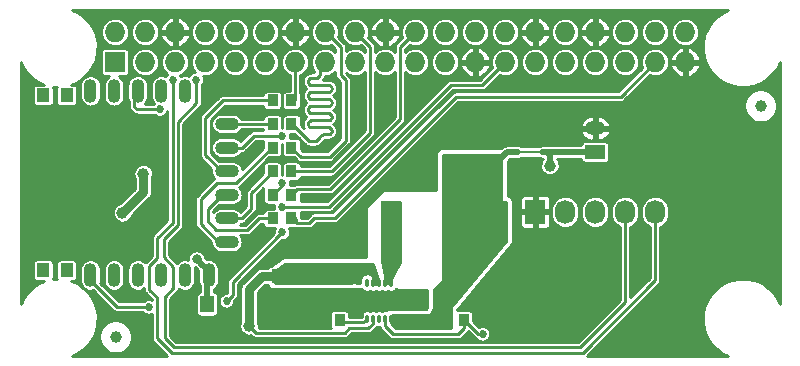
<source format=gtl>
G04 #@! TF.FileFunction,Copper,L1,Top,Signal*
%FSLAX46Y46*%
G04 Gerber Fmt 4.6, Leading zero omitted, Abs format (unit mm)*
G04 Created by KiCad (PCBNEW 4.0.0-stable) date 2/14/2016 1:15:28 AM*
%MOMM*%
G01*
G04 APERTURE LIST*
%ADD10C,0.100000*%
%ADD11C,0.690000*%
%ADD12C,1.000000*%
%ADD13O,2.000000X1.100000*%
%ADD14R,1.100000X1.200000*%
%ADD15O,1.100000X2.000000*%
%ADD16R,1.700000X1.200000*%
%ADD17O,1.700000X1.200000*%
%ADD18R,0.900000X1.000000*%
%ADD19R,1.150000X1.450000*%
%ADD20R,0.950000X1.000000*%
%ADD21R,1.450000X1.150000*%
%ADD22O,0.280000X0.825000*%
%ADD23R,1.075000X0.800000*%
%ADD24C,0.508000*%
%ADD25R,1.727200X2.032000*%
%ADD26O,1.727200X2.032000*%
%ADD27R,1.800000X3.600000*%
%ADD28R,1.727200X1.727200*%
%ADD29O,1.727200X1.727200*%
%ADD30C,0.800000*%
%ADD31C,0.685800*%
%ADD32C,0.250000*%
%ADD33C,0.500000*%
%ADD34C,0.800000*%
%ADD35C,0.200000*%
%ADD36C,0.254000*%
G04 APERTURE END LIST*
D10*
D11*
X86350000Y-106500000D03*
X83312000Y-110998000D03*
X74930000Y-109728000D03*
D12*
X128016000Y-93472000D03*
D11*
X103378000Y-113030000D03*
X83800000Y-113090000D03*
X93600000Y-113000000D03*
X107100000Y-105700000D03*
X105100000Y-108100000D03*
X93600000Y-109200000D03*
X96400000Y-99800000D03*
X95000000Y-101200000D03*
X93600000Y-102600000D03*
X114300000Y-114200000D03*
X79330000Y-113080000D03*
X86428000Y-111960000D03*
X87428000Y-111960000D03*
X88428000Y-111960000D03*
X89428000Y-111960000D03*
X89428000Y-110960000D03*
X88428000Y-110960000D03*
X87428000Y-110960000D03*
X86428000Y-110960000D03*
X78240000Y-109980000D03*
X80210000Y-109010000D03*
X90900000Y-109700000D03*
X88500000Y-109700000D03*
X85810000Y-109700000D03*
X78300000Y-105918000D03*
X79502000Y-101092000D03*
X83600000Y-106200000D03*
X85400000Y-104400000D03*
X108897000Y-95895000D03*
X109897000Y-95895000D03*
X109897000Y-94895000D03*
X108897000Y-94895000D03*
X107215000Y-99515000D03*
X108215000Y-99515000D03*
X108215000Y-98515000D03*
X107215000Y-98515000D03*
X103124000Y-110236000D03*
X93600000Y-111000000D03*
X93600000Y-110100000D03*
X123600000Y-85800000D03*
X117400000Y-93100000D03*
X83300000Y-93800000D03*
X84100000Y-95900000D03*
X65800000Y-106000000D03*
X65800000Y-103000000D03*
X65800000Y-94000000D03*
X65800000Y-97000000D03*
X100050000Y-88500000D03*
X84850000Y-88450000D03*
X87300000Y-91500000D03*
X76708000Y-98044000D03*
X72500000Y-110998000D03*
X74320000Y-95490000D03*
X115300000Y-100400000D03*
X117700000Y-100400000D03*
X111700000Y-98500000D03*
X103200000Y-95600000D03*
X89475000Y-104300000D03*
X89475000Y-102725000D03*
X89475000Y-101275000D03*
X89475000Y-99775000D03*
X85600000Y-102000000D03*
X85100000Y-97200000D03*
X85100000Y-99600000D03*
X96200000Y-91500000D03*
X89350000Y-97050000D03*
X91800000Y-91050000D03*
X93850000Y-91500000D03*
X117850000Y-88500000D03*
X123500000Y-114200000D03*
X129150000Y-91350000D03*
X129200000Y-108650000D03*
X80800000Y-93700000D03*
X100000000Y-91500000D03*
X93600000Y-105825000D03*
X75250000Y-104902000D03*
X83400000Y-91500000D03*
X129150000Y-100000000D03*
X75750000Y-114200000D03*
X71450000Y-114200000D03*
X71300000Y-98950000D03*
X70866000Y-104902000D03*
X65800000Y-108650000D03*
X71400000Y-85750000D03*
X72550000Y-94650000D03*
X76950000Y-96150000D03*
X80264000Y-97282000D03*
X65800000Y-91350000D03*
X65800000Y-100000000D03*
X87500000Y-94050000D03*
X114500000Y-91500000D03*
X111900000Y-91500000D03*
X108200000Y-91500000D03*
X82450000Y-108650000D03*
D13*
X82825000Y-105010000D03*
X82825000Y-103010000D03*
X82825000Y-101010000D03*
X82825000Y-99010000D03*
X82825000Y-97010000D03*
X82825000Y-95010000D03*
D14*
X67275000Y-107400000D03*
X69275000Y-107400000D03*
D15*
X71275000Y-107800000D03*
X73275000Y-107800000D03*
X75275000Y-107800000D03*
X77275000Y-107800000D03*
X79275000Y-107800000D03*
X81275000Y-107800000D03*
X81275000Y-92200000D03*
X79275000Y-92200000D03*
X77275000Y-92200000D03*
X75275000Y-92200000D03*
X73275000Y-92200000D03*
X71275000Y-92200000D03*
D14*
X69275000Y-92600000D03*
X67275000Y-92600000D03*
D16*
X114010000Y-97390000D03*
D17*
X114010000Y-95390000D03*
D18*
X88300000Y-101010000D03*
X86700000Y-101010000D03*
X88300000Y-103010000D03*
X86700000Y-103010000D03*
X88300000Y-97010000D03*
X86700000Y-97010000D03*
X88300000Y-99010000D03*
X86700000Y-99010000D03*
X88300000Y-93010000D03*
X86700000Y-93010000D03*
X88300000Y-95010000D03*
X86700000Y-95010000D03*
D19*
X81150000Y-110270000D03*
X79350000Y-110270000D03*
D20*
X92375000Y-111600000D03*
X90775000Y-111600000D03*
D21*
X98900000Y-111706000D03*
X98900000Y-109906000D03*
X92100000Y-107900000D03*
X92100000Y-109700000D03*
X87300000Y-107900000D03*
X87300000Y-109700000D03*
X89700000Y-107900000D03*
X89700000Y-109700000D03*
D18*
X101308000Y-111600000D03*
X102908000Y-111600000D03*
D22*
X96700000Y-108512500D03*
X96200000Y-108512500D03*
X95700000Y-108512500D03*
X95200000Y-108512500D03*
X94700000Y-108512500D03*
X94700000Y-111487500D03*
X95200000Y-111487500D03*
X95700000Y-111487500D03*
X96200000Y-111487500D03*
X96700000Y-111487500D03*
D23*
X95162500Y-109600000D03*
X95162500Y-110400000D03*
X96237500Y-110400000D03*
X96237500Y-109600000D03*
D24*
X95700000Y-110000000D03*
X96450000Y-110500000D03*
X94950000Y-110500000D03*
X94950000Y-109500000D03*
X96450000Y-109500000D03*
D25*
X108930000Y-102460000D03*
D26*
X111470000Y-102460000D03*
X114010000Y-102460000D03*
X116550000Y-102460000D03*
X119090000Y-102460000D03*
D12*
X73406000Y-113030000D03*
D27*
X105700000Y-103300000D03*
X96700000Y-103300000D03*
D28*
X73370000Y-89770000D03*
D29*
X73370000Y-87230000D03*
X75910000Y-89770000D03*
X75910000Y-87230000D03*
X78450000Y-89770000D03*
X78450000Y-87230000D03*
X80990000Y-89770000D03*
X80990000Y-87230000D03*
X83530000Y-89770000D03*
X83530000Y-87230000D03*
X86070000Y-89770000D03*
X86070000Y-87230000D03*
X88610000Y-89770000D03*
X88610000Y-87230000D03*
X91150000Y-89770000D03*
X91150000Y-87230000D03*
X93690000Y-89770000D03*
X93690000Y-87230000D03*
X96230000Y-89770000D03*
X96230000Y-87230000D03*
X98770000Y-89770000D03*
X98770000Y-87230000D03*
X101310000Y-89770000D03*
X101310000Y-87230000D03*
X103850000Y-89770000D03*
X103850000Y-87230000D03*
X106390000Y-89770000D03*
X106390000Y-87230000D03*
X108930000Y-89770000D03*
X108930000Y-87230000D03*
X111470000Y-89770000D03*
X111470000Y-87230000D03*
X114010000Y-89770000D03*
X114010000Y-87230000D03*
X116550000Y-89770000D03*
X116550000Y-87230000D03*
X119090000Y-89770000D03*
X119090000Y-87230000D03*
X121630000Y-89770000D03*
X121630000Y-87230000D03*
D30*
X80264000Y-106426000D03*
D31*
X87500000Y-100000000D03*
X87500000Y-96000000D03*
X80246921Y-91250154D03*
X78250000Y-91250000D03*
D12*
X73990000Y-102530000D03*
X75740000Y-99220002D03*
X84700000Y-112100000D03*
D31*
X82804000Y-109982000D03*
X76200000Y-110490000D03*
X87500000Y-102000000D03*
X87500000Y-104200000D03*
D12*
X110179217Y-98545052D03*
D31*
X77140000Y-93760000D03*
X104480000Y-112770000D03*
D32*
X96450000Y-110500000D02*
X97044000Y-109906000D01*
X97044000Y-109906000D02*
X98900000Y-109906000D01*
X81432400Y-92213200D02*
X81419200Y-92200000D01*
X78450000Y-87230000D02*
X78616860Y-87230000D01*
D33*
X81275000Y-107800000D02*
X81275000Y-107437000D01*
X80663999Y-106825999D02*
X80264000Y-106426000D01*
X81275000Y-107437000D02*
X80663999Y-106825999D01*
X81150000Y-110270000D02*
X81150000Y-107925000D01*
X81150000Y-107925000D02*
X81275000Y-107800000D01*
X81275000Y-107800000D02*
X81575000Y-107800000D01*
D32*
X91670290Y-95469834D02*
X91634549Y-95412953D01*
X88300000Y-95010000D02*
X88360000Y-95010000D01*
X89700000Y-95000000D02*
X89707522Y-94933243D01*
X91400000Y-95300000D02*
X90000000Y-95300000D01*
X88360000Y-95010000D02*
X89825000Y-96475000D01*
X89707522Y-91466756D02*
X89700000Y-91400000D01*
X89869835Y-95270290D02*
X89812954Y-95234549D01*
X91634549Y-91812953D02*
X91587046Y-91765450D01*
X89825000Y-96475000D02*
X90375000Y-96475000D01*
X91700000Y-94400000D02*
X91692478Y-94333243D01*
X90375000Y-96475000D02*
X90707521Y-96142479D01*
X91700000Y-95600000D02*
X91692478Y-95533243D01*
X89933244Y-93507521D02*
X90000000Y-93500000D01*
X91634549Y-94212953D02*
X91587046Y-94165450D01*
X89933244Y-92307521D02*
X90000000Y-92300000D01*
X90707521Y-96133243D02*
X90729709Y-96069834D01*
X90707521Y-96142479D02*
X90707521Y-96133243D01*
X90000000Y-94100000D02*
X89933244Y-94092478D01*
X90812953Y-95965450D02*
X90869834Y-95929709D01*
X90729709Y-96069834D02*
X90765450Y-96012953D01*
X91466756Y-94107521D02*
X91400000Y-94100000D01*
X91530165Y-91729709D02*
X91466756Y-91707521D01*
X90869834Y-95929709D02*
X90933243Y-95907521D01*
X89933244Y-95292478D02*
X89869835Y-95270290D01*
X90765450Y-96012953D02*
X90812953Y-95965450D01*
X89707522Y-92666756D02*
X89700000Y-92600000D01*
X91587046Y-95834549D02*
X91634549Y-95787046D01*
X90933243Y-95907521D02*
X91000000Y-95900000D01*
X90000000Y-95300000D02*
X89933244Y-95292478D01*
X91530165Y-95870290D02*
X91587046Y-95834549D01*
X91400000Y-92900000D02*
X90000000Y-92900000D01*
X91466756Y-94692478D02*
X91530165Y-94670290D01*
X91692478Y-95666756D02*
X91700000Y-95600000D01*
X91000000Y-95900000D02*
X91400000Y-95900000D01*
X91400000Y-95900000D02*
X91466756Y-95892478D01*
X90670291Y-90930165D02*
X90692479Y-90866756D01*
X89812954Y-91634549D02*
X89765451Y-91587046D01*
X89729710Y-93930165D02*
X89707522Y-93866756D01*
X90587047Y-91034549D02*
X90634550Y-90987046D01*
X91587046Y-95365450D02*
X91530165Y-95329709D01*
X90000000Y-92900000D02*
X89933244Y-92892478D01*
X91670290Y-93330165D02*
X91692478Y-93266756D01*
X91530165Y-95329709D02*
X91466756Y-95307521D01*
X91466756Y-95892478D02*
X91530165Y-95870290D01*
X91634549Y-95787046D02*
X91670290Y-95730165D01*
X89707522Y-94933243D02*
X89729710Y-94869834D01*
X91670290Y-95730165D02*
X91692478Y-95666756D01*
X91587046Y-93434549D02*
X91634549Y-93387046D01*
X91692478Y-95533243D02*
X91670290Y-95469834D01*
X89869835Y-91670290D02*
X89812954Y-91634549D01*
X91634549Y-95412953D02*
X91587046Y-95365450D01*
X91587046Y-92965450D02*
X91530165Y-92929709D01*
X91587046Y-92234549D02*
X91634549Y-92187046D01*
X91466756Y-95307521D02*
X91400000Y-95300000D01*
X89729710Y-92469834D02*
X89765451Y-92412953D01*
X89812954Y-95234549D02*
X89765451Y-95187046D01*
X89765451Y-95187046D02*
X89729710Y-95130165D01*
X91692478Y-94333243D02*
X91670290Y-94269834D01*
X89729710Y-95130165D02*
X89707522Y-95066756D01*
X89707522Y-95066756D02*
X89700000Y-95000000D01*
X89812954Y-94765450D02*
X89869835Y-94729709D01*
X89869835Y-91129709D02*
X89933244Y-91107521D01*
X89729710Y-94869834D02*
X89765451Y-94812953D01*
X89765451Y-94812953D02*
X89812954Y-94765450D01*
X91400000Y-91700000D02*
X90000000Y-91700000D01*
X91634549Y-94587046D02*
X91670290Y-94530165D01*
X91530165Y-92929709D02*
X91466756Y-92907521D01*
X91692478Y-94466756D02*
X91700000Y-94400000D01*
X89869835Y-94729709D02*
X89933244Y-94707521D01*
X89933244Y-94707521D02*
X90000000Y-94700000D01*
X90000000Y-94700000D02*
X91400000Y-94700000D01*
X89765451Y-92412953D02*
X89812954Y-92365450D01*
X91466756Y-92907521D02*
X91400000Y-92900000D01*
X91587046Y-94165450D02*
X91530165Y-94129709D01*
X89765451Y-92787046D02*
X89729710Y-92730165D01*
X91400000Y-94700000D02*
X91466756Y-94692478D01*
X91530165Y-94670290D02*
X91587046Y-94634549D01*
X91587046Y-94634549D02*
X91634549Y-94587046D01*
X91530165Y-92270290D02*
X91587046Y-92234549D01*
X91670290Y-94530165D02*
X91692478Y-94466756D01*
X91670290Y-94269834D02*
X91634549Y-94212953D01*
X91530165Y-94129709D02*
X91466756Y-94107521D01*
X91587046Y-91765450D02*
X91530165Y-91729709D01*
X91400000Y-94100000D02*
X90000000Y-94100000D01*
X89707522Y-93866756D02*
X89700000Y-93800000D01*
X89933244Y-94092478D02*
X89869835Y-94070290D01*
X89707522Y-92533243D02*
X89729710Y-92469834D01*
X91700000Y-93200000D02*
X91692478Y-93133243D01*
X89812954Y-91165450D02*
X89869835Y-91129709D01*
X89869835Y-94070290D02*
X89812954Y-94034549D01*
X89729710Y-93669834D02*
X89765451Y-93612953D01*
X89812954Y-94034549D02*
X89765451Y-93987046D01*
X91692478Y-91933243D02*
X91670290Y-91869834D01*
X89765451Y-93987046D02*
X89729710Y-93930165D01*
X89700000Y-93800000D02*
X89707522Y-93733243D01*
X91692478Y-93266756D02*
X91700000Y-93200000D01*
X89707522Y-93733243D02*
X89729710Y-93669834D01*
X89765451Y-93612953D02*
X89812954Y-93565450D01*
X89812954Y-93565450D02*
X89869835Y-93529709D01*
X89869835Y-93529709D02*
X89933244Y-93507521D01*
X90000000Y-93500000D02*
X91400000Y-93500000D01*
X89812954Y-92834549D02*
X89765451Y-92787046D01*
X91400000Y-93500000D02*
X91466756Y-93492478D01*
X91466756Y-93492478D02*
X91530165Y-93470290D01*
X89933244Y-91692478D02*
X89869835Y-91670290D01*
X91530165Y-93470290D02*
X91587046Y-93434549D01*
X91634549Y-93387046D02*
X91670290Y-93330165D01*
X91400000Y-92300000D02*
X91466756Y-92292478D01*
X89729710Y-92730165D02*
X89707522Y-92666756D01*
X91692478Y-93133243D02*
X91670290Y-93069834D01*
X91670290Y-93069834D02*
X91634549Y-93012953D01*
X91634549Y-93012953D02*
X91587046Y-92965450D01*
X89933244Y-92892478D02*
X89869835Y-92870290D01*
X91692478Y-92066756D02*
X91700000Y-92000000D01*
X89869835Y-92870290D02*
X89812954Y-92834549D01*
X89812954Y-92365450D02*
X89869835Y-92329709D01*
X90400000Y-91100000D02*
X90466757Y-91092478D01*
X89700000Y-92600000D02*
X89707522Y-92533243D01*
X91670290Y-91869834D02*
X91634549Y-91812953D01*
X89869835Y-92329709D02*
X89933244Y-92307521D01*
X90000000Y-92300000D02*
X91400000Y-92300000D01*
X91466756Y-92292478D02*
X91530165Y-92270290D01*
X91634549Y-92187046D02*
X91670290Y-92130165D01*
X91670290Y-92130165D02*
X91692478Y-92066756D01*
X91700000Y-92000000D02*
X91692478Y-91933243D01*
X91466756Y-91707521D02*
X91400000Y-91700000D01*
X90000000Y-91700000D02*
X89933244Y-91692478D01*
X89765451Y-91587046D02*
X89729710Y-91530165D01*
X89729710Y-91530165D02*
X89707522Y-91466756D01*
X89700000Y-91400000D02*
X89707522Y-91333243D01*
X89707522Y-91333243D02*
X89729710Y-91269834D01*
X89729710Y-91269834D02*
X89765451Y-91212953D01*
X89765451Y-91212953D02*
X89812954Y-91165450D01*
X89933244Y-91107521D02*
X90000000Y-91100000D01*
X90000000Y-91100000D02*
X90400000Y-91100000D01*
X90466757Y-91092478D02*
X90530166Y-91070290D01*
X90530166Y-91070290D02*
X90587047Y-91034549D01*
X90634550Y-90987046D02*
X90670291Y-90930165D01*
X90692479Y-90866756D02*
X90700000Y-90800000D01*
X90700000Y-90800000D02*
X90700000Y-90220000D01*
X90700000Y-90220000D02*
X91124260Y-89795740D01*
X91124260Y-89795740D02*
X91150000Y-89770000D01*
X89065000Y-97775000D02*
X88300000Y-97010000D01*
X91525000Y-97775000D02*
X89065000Y-97775000D01*
X92875000Y-96425000D02*
X91525000Y-97775000D01*
X92875000Y-91300000D02*
X92875000Y-96425000D01*
X92456000Y-90881000D02*
X92875000Y-91300000D01*
X92456000Y-88456000D02*
X92456000Y-90881000D01*
X91230000Y-87230000D02*
X92456000Y-88456000D01*
X91150000Y-87230000D02*
X91230000Y-87230000D01*
X88300000Y-99010000D02*
X91690000Y-99010000D01*
X91690000Y-99010000D02*
X94950000Y-95750000D01*
X94950000Y-95750000D02*
X94950000Y-88490000D01*
X94950000Y-88490000D02*
X94553599Y-88093599D01*
X94553599Y-88093599D02*
X93690000Y-87230000D01*
X98770000Y-87230000D02*
X97500000Y-88500000D01*
X97500000Y-88500000D02*
X97500000Y-94600000D01*
X97500000Y-94600000D02*
X91575000Y-100525000D01*
X91575000Y-100525000D02*
X88785000Y-100525000D01*
X88785000Y-100525000D02*
X88300000Y-101010000D01*
X81200000Y-102185000D02*
X82375000Y-101010000D01*
X81200000Y-103250000D02*
X81200000Y-102185000D01*
X81950000Y-104000000D02*
X81200000Y-103250000D01*
X84560000Y-104000000D02*
X81950000Y-104000000D01*
X86400000Y-103010000D02*
X85550000Y-103010000D01*
X82375000Y-101010000D02*
X82825000Y-101010000D01*
X85550000Y-103010000D02*
X84560000Y-104000000D01*
X86700000Y-97010000D02*
X86615000Y-97010000D01*
X86615000Y-97010000D02*
X83625000Y-100000000D01*
X83625000Y-100000000D02*
X82000000Y-100000000D01*
X82000000Y-100000000D02*
X80600000Y-101400000D01*
X80600000Y-101400000D02*
X80600000Y-103500000D01*
X80600000Y-103500000D02*
X82110000Y-105010000D01*
X82110000Y-105010000D02*
X82825000Y-105010000D01*
X84900000Y-102185000D02*
X84900000Y-100860000D01*
X84900000Y-100860000D02*
X86700000Y-99060000D01*
X86700000Y-99060000D02*
X86700000Y-99010000D01*
X82825000Y-103010000D02*
X84075000Y-103010000D01*
X84075000Y-103010000D02*
X84900000Y-102185000D01*
X87500000Y-100000000D02*
X87500000Y-100210000D01*
X87500000Y-100210000D02*
X86700000Y-101010000D01*
X82825000Y-97010000D02*
X84075000Y-97010000D01*
X84075000Y-97010000D02*
X85085000Y-96000000D01*
X85085000Y-96000000D02*
X87500000Y-96000000D01*
X82825000Y-95010000D02*
X86400000Y-95010000D01*
X80246921Y-91250154D02*
X80246921Y-93261477D01*
X80246921Y-93261477D02*
X78700011Y-94808387D01*
X77470000Y-106307549D02*
X78300000Y-107137549D01*
X78700011Y-94808387D02*
X78700011Y-103546400D01*
X112719477Y-113930523D02*
X116550000Y-110100000D01*
X78700011Y-103546400D02*
X77470000Y-104776410D01*
X77470000Y-104776410D02*
X77470000Y-106307549D01*
X78300000Y-107137549D02*
X78300000Y-108928398D01*
X78300000Y-108928398D02*
X77569999Y-109658399D01*
X77569999Y-109658399D02*
X77569999Y-113129999D01*
X77569999Y-113129999D02*
X78370523Y-113930523D01*
X78370523Y-113930523D02*
X112719477Y-113930523D01*
X116550000Y-110100000D02*
X116550000Y-102460000D01*
X76930000Y-113126411D02*
X78184123Y-114380534D01*
X76275000Y-107000000D02*
X76275000Y-109041000D01*
X76930000Y-109696000D02*
X76930000Y-113126411D01*
X78250000Y-91250000D02*
X78250000Y-103360000D01*
X78184123Y-114380534D02*
X112949466Y-114380534D01*
X78250000Y-103360000D02*
X76930000Y-104680000D01*
X76930000Y-104680000D02*
X76930000Y-106345000D01*
X76930000Y-106345000D02*
X76275000Y-107000000D01*
X76275000Y-109041000D02*
X76930000Y-109696000D01*
X112949466Y-114380534D02*
X119090000Y-108240000D01*
X119090000Y-103726000D02*
X119090000Y-102460000D01*
X119090000Y-108240000D02*
X119090000Y-103726000D01*
D34*
X74489999Y-102030001D02*
X73990000Y-102530000D01*
X75740000Y-100780000D02*
X74489999Y-102030001D01*
X75740000Y-99220002D02*
X75740000Y-100780000D01*
D32*
X95200000Y-111487500D02*
X95165010Y-111487500D01*
X95165010Y-111487500D02*
X95165010Y-111952613D01*
X95165010Y-111952613D02*
X94892613Y-112225010D01*
X94892613Y-112225010D02*
X94874990Y-112225010D01*
X93200000Y-112300000D02*
X92800000Y-112700000D01*
X92800000Y-112700000D02*
X85300000Y-112700000D01*
X94874990Y-112225010D02*
X94800000Y-112300000D01*
X94800000Y-112300000D02*
X93200000Y-112300000D01*
X85300000Y-112700000D02*
X85199999Y-112599999D01*
X85199999Y-112599999D02*
X84700000Y-112100000D01*
D34*
X87300000Y-107900000D02*
X85775000Y-107900000D01*
X85775000Y-107900000D02*
X84700000Y-108975000D01*
X84700000Y-111392894D02*
X84700000Y-112100000D01*
X84700000Y-108975000D02*
X84700000Y-111392894D01*
D32*
X95200000Y-107600000D02*
X95200000Y-107740000D01*
X95200000Y-107740000D02*
X95700000Y-108240000D01*
X95700000Y-108240000D02*
X95700000Y-108512500D01*
X94800000Y-107200000D02*
X95200000Y-107600000D01*
X95200000Y-107600000D02*
X95200000Y-108512500D01*
X93775000Y-107200000D02*
X94800000Y-107200000D01*
X92100000Y-107900000D02*
X93075000Y-107900000D01*
X93075000Y-107900000D02*
X93775000Y-107200000D01*
D34*
X89700000Y-107900000D02*
X92100000Y-107900000D01*
X87300000Y-107900000D02*
X89700000Y-107900000D01*
D32*
X87500000Y-102000000D02*
X91500000Y-102000000D01*
X91500000Y-102000000D02*
X101779999Y-91720001D01*
X101779999Y-91720001D02*
X104439999Y-91720001D01*
X104439999Y-91720001D02*
X105526401Y-90633599D01*
X105526401Y-90633599D02*
X106390000Y-89770000D01*
X83146899Y-109639101D02*
X82804000Y-109982000D01*
X87500000Y-104200000D02*
X83312000Y-108388000D01*
X83312000Y-108388000D02*
X83312000Y-109474000D01*
X83312000Y-109474000D02*
X83146899Y-109639101D01*
X75715067Y-110490000D02*
X76200000Y-110490000D01*
X71275000Y-108250000D02*
X73515000Y-110490000D01*
X71275000Y-107800000D02*
X71275000Y-108250000D01*
X73515000Y-110490000D02*
X75715067Y-110490000D01*
X88600000Y-93010000D02*
X88600000Y-89780000D01*
X119090000Y-89770000D02*
X116160000Y-92700000D01*
X116160000Y-92700000D02*
X102200000Y-92700000D01*
X102200000Y-92700000D02*
X91950000Y-102950000D01*
X91950000Y-102950000D02*
X90241602Y-102950000D01*
X90241602Y-102950000D02*
X89796601Y-103395001D01*
X89796601Y-103395001D02*
X88795001Y-103395001D01*
X88795001Y-103395001D02*
X88690000Y-103290000D01*
X88690000Y-103290000D02*
X88690000Y-103100000D01*
X88690000Y-103100000D02*
X88600000Y-103010000D01*
X82825000Y-99010000D02*
X82375000Y-99010000D01*
X82375000Y-99010000D02*
X81000000Y-97635000D01*
X81000000Y-97635000D02*
X81000000Y-94500000D01*
X81000000Y-94500000D02*
X82490000Y-93010000D01*
X82490000Y-93010000D02*
X86400000Y-93010000D01*
X111470000Y-87230000D02*
X111530000Y-87230000D01*
X101308000Y-111600000D02*
X101308000Y-110850000D01*
X101308000Y-110850000D02*
X101900000Y-110258000D01*
X101900000Y-110258000D02*
X101900000Y-108000000D01*
X101900000Y-108000000D02*
X105700000Y-104200000D01*
X105700000Y-104200000D02*
X105700000Y-103300000D01*
X98900000Y-111706000D02*
X101202000Y-111706000D01*
X101202000Y-111706000D02*
X101308000Y-111600000D01*
X98900000Y-111706000D02*
X96918500Y-111706000D01*
X96918500Y-111706000D02*
X96700000Y-111487500D01*
D33*
X106570000Y-97390000D02*
X105200000Y-98760000D01*
X105200000Y-98760000D02*
X105200000Y-103800000D01*
X107510000Y-97390000D02*
X106570000Y-97390000D01*
D35*
X109520000Y-97390000D02*
X107510000Y-97390000D01*
D33*
X112660000Y-97390000D02*
X109950000Y-97390000D01*
X109950000Y-97390000D02*
X109520000Y-97390000D01*
X110179217Y-98545052D02*
X110175000Y-98540835D01*
X110175000Y-98540835D02*
X110175000Y-97615000D01*
X110175000Y-97615000D02*
X109950000Y-97390000D01*
X114010000Y-97390000D02*
X112660000Y-97390000D01*
D32*
X96700000Y-107800000D02*
X96700000Y-108512500D01*
X96640000Y-107800000D02*
X96200000Y-108240000D01*
X96700000Y-107800000D02*
X96640000Y-107800000D01*
X96700000Y-103300000D02*
X96700000Y-107800000D01*
X75275000Y-92200000D02*
X75000000Y-92475000D01*
X75000000Y-92475000D02*
X75000000Y-93560000D01*
X75000000Y-93560000D02*
X75200000Y-93760000D01*
X75200000Y-93760000D02*
X77140000Y-93760000D01*
X102908000Y-111600000D02*
X102940000Y-111600000D01*
X102940000Y-111600000D02*
X104110000Y-112770000D01*
X104110000Y-112770000D02*
X104480000Y-112770000D01*
X96200000Y-111487500D02*
X96200000Y-112100000D01*
X96200000Y-112100000D02*
X96900000Y-112800000D01*
X96900000Y-112800000D02*
X102400000Y-112800000D01*
X102400000Y-112800000D02*
X102908000Y-112292000D01*
X102908000Y-112292000D02*
X102908000Y-111600000D01*
X92375000Y-111600000D02*
X92575000Y-111800000D01*
X92575000Y-111800000D02*
X94387500Y-111800000D01*
X94387500Y-111800000D02*
X94700000Y-111487500D01*
D36*
G36*
X124927879Y-85492810D02*
X124373720Y-85855441D01*
X123900551Y-86318803D01*
X123526393Y-86865246D01*
X123265500Y-87473956D01*
X123127808Y-88121748D01*
X123118561Y-88783947D01*
X123238112Y-89435331D01*
X123481908Y-90051089D01*
X123840662Y-90607766D01*
X124300709Y-91084158D01*
X124844526Y-91462121D01*
X125451400Y-91727258D01*
X126098215Y-91869470D01*
X126760334Y-91883339D01*
X127412536Y-91768338D01*
X128029981Y-91528847D01*
X128589149Y-91173988D01*
X129068742Y-90717278D01*
X129450492Y-90176113D01*
X129638000Y-89754963D01*
X129638000Y-110251098D01*
X129496141Y-109906923D01*
X129129650Y-109355310D01*
X128662996Y-108885387D01*
X128113955Y-108515053D01*
X127503438Y-108258416D01*
X126854701Y-108125249D01*
X126192453Y-108120626D01*
X125541919Y-108244722D01*
X124927879Y-108492810D01*
X124373720Y-108855441D01*
X123900551Y-109318803D01*
X123526393Y-109865246D01*
X123265500Y-110473956D01*
X123127808Y-111121748D01*
X123118561Y-111783947D01*
X123238112Y-112435331D01*
X123481908Y-113051089D01*
X123840662Y-113607766D01*
X124300709Y-114084158D01*
X124844526Y-114462121D01*
X125247097Y-114638000D01*
X113331224Y-114638000D01*
X119409612Y-108559613D01*
X119436128Y-108527331D01*
X119462951Y-108495365D01*
X119464095Y-108493285D01*
X119465605Y-108491446D01*
X119485352Y-108454618D01*
X119505449Y-108418062D01*
X119506167Y-108415798D01*
X119507291Y-108413702D01*
X119519490Y-108373800D01*
X119532123Y-108333976D01*
X119532388Y-108331610D01*
X119533082Y-108329341D01*
X119537296Y-108287858D01*
X119541956Y-108246311D01*
X119541988Y-108241663D01*
X119541997Y-108241578D01*
X119541990Y-108241499D01*
X119542000Y-108240000D01*
X119542000Y-103719670D01*
X119741929Y-103615150D01*
X119923019Y-103469549D01*
X120072380Y-103291548D01*
X120184323Y-103087925D01*
X120254583Y-102866438D01*
X120280484Y-102635521D01*
X120280600Y-102618898D01*
X120280600Y-102301102D01*
X120257925Y-102069847D01*
X120190765Y-101847400D01*
X120081676Y-101642234D01*
X119934815Y-101462165D01*
X119755775Y-101314050D01*
X119551376Y-101203532D01*
X119329403Y-101134820D01*
X119098312Y-101110531D01*
X118866904Y-101131591D01*
X118643993Y-101197197D01*
X118438071Y-101304850D01*
X118256981Y-101450451D01*
X118107620Y-101628452D01*
X117995677Y-101832075D01*
X117925417Y-102053562D01*
X117899516Y-102284479D01*
X117899400Y-102301102D01*
X117899400Y-102618898D01*
X117922075Y-102850153D01*
X117989235Y-103072600D01*
X118098324Y-103277766D01*
X118245185Y-103457835D01*
X118424225Y-103605950D01*
X118628624Y-103716468D01*
X118638000Y-103719370D01*
X118638000Y-108052775D01*
X117002000Y-109688775D01*
X117002000Y-103719670D01*
X117201929Y-103615150D01*
X117383019Y-103469549D01*
X117532380Y-103291548D01*
X117644323Y-103087925D01*
X117714583Y-102866438D01*
X117740484Y-102635521D01*
X117740600Y-102618898D01*
X117740600Y-102301102D01*
X117717925Y-102069847D01*
X117650765Y-101847400D01*
X117541676Y-101642234D01*
X117394815Y-101462165D01*
X117215775Y-101314050D01*
X117011376Y-101203532D01*
X116789403Y-101134820D01*
X116558312Y-101110531D01*
X116326904Y-101131591D01*
X116103993Y-101197197D01*
X115898071Y-101304850D01*
X115716981Y-101450451D01*
X115567620Y-101628452D01*
X115455677Y-101832075D01*
X115385417Y-102053562D01*
X115359516Y-102284479D01*
X115359400Y-102301102D01*
X115359400Y-102618898D01*
X115382075Y-102850153D01*
X115449235Y-103072600D01*
X115558324Y-103277766D01*
X115705185Y-103457835D01*
X115884225Y-103605950D01*
X116088624Y-103716468D01*
X116098000Y-103719370D01*
X116098000Y-109912775D01*
X112532253Y-113478523D01*
X78557747Y-113478523D01*
X78021999Y-112942775D01*
X78021999Y-112169536D01*
X83871913Y-112169536D01*
X83901191Y-112329055D01*
X83960894Y-112479849D01*
X84048750Y-112616174D01*
X84161412Y-112732839D01*
X84294588Y-112825399D01*
X84443207Y-112890329D01*
X84601606Y-112925155D01*
X84763754Y-112928552D01*
X84870504Y-112909729D01*
X84880386Y-112919611D01*
X84880392Y-112919616D01*
X84980388Y-113019612D01*
X85012644Y-113046108D01*
X85044635Y-113072951D01*
X85046715Y-113074095D01*
X85048554Y-113075605D01*
X85085363Y-113095342D01*
X85121938Y-113115449D01*
X85124205Y-113116168D01*
X85126299Y-113117291D01*
X85166186Y-113129485D01*
X85206024Y-113142123D01*
X85208390Y-113142388D01*
X85210659Y-113143082D01*
X85252183Y-113147300D01*
X85293689Y-113151956D01*
X85298328Y-113151988D01*
X85298423Y-113151998D01*
X85298512Y-113151990D01*
X85300000Y-113152000D01*
X92800000Y-113152000D01*
X92841518Y-113147929D01*
X92883146Y-113144287D01*
X92885428Y-113143624D01*
X92887794Y-113143392D01*
X92927764Y-113131324D01*
X92967858Y-113119676D01*
X92969968Y-113118582D01*
X92972244Y-113117895D01*
X93009097Y-113098299D01*
X93046177Y-113079079D01*
X93048036Y-113077595D01*
X93050133Y-113076480D01*
X93082463Y-113050113D01*
X93115119Y-113024044D01*
X93118424Y-113020784D01*
X93118495Y-113020726D01*
X93118550Y-113020660D01*
X93119612Y-113019612D01*
X93387225Y-112752000D01*
X94800000Y-112752000D01*
X94841518Y-112747929D01*
X94883146Y-112744287D01*
X94885428Y-112743624D01*
X94887794Y-112743392D01*
X94927764Y-112731324D01*
X94967858Y-112719676D01*
X94969968Y-112718582D01*
X94972244Y-112717895D01*
X95009097Y-112698299D01*
X95046177Y-112679079D01*
X95048036Y-112677595D01*
X95050133Y-112676480D01*
X95082463Y-112650113D01*
X95115119Y-112624044D01*
X95118424Y-112620784D01*
X95118495Y-112620726D01*
X95118550Y-112620660D01*
X95119612Y-112619612D01*
X95131201Y-112608023D01*
X95138790Y-112604089D01*
X95140649Y-112602605D01*
X95142746Y-112601490D01*
X95175076Y-112575123D01*
X95207732Y-112549054D01*
X95211037Y-112545794D01*
X95211108Y-112545736D01*
X95211163Y-112545670D01*
X95212225Y-112544622D01*
X95484623Y-112272225D01*
X95511147Y-112239934D01*
X95537961Y-112207978D01*
X95539104Y-112205898D01*
X95540616Y-112204058D01*
X95542128Y-112201238D01*
X95606097Y-112221040D01*
X95696740Y-112230567D01*
X95767575Y-112224120D01*
X95768676Y-112227764D01*
X95780324Y-112267858D01*
X95781418Y-112269968D01*
X95782105Y-112272244D01*
X95801701Y-112309097D01*
X95820921Y-112346177D01*
X95822405Y-112348036D01*
X95823520Y-112350133D01*
X95849887Y-112382463D01*
X95875956Y-112415119D01*
X95879216Y-112418424D01*
X95879274Y-112418495D01*
X95879340Y-112418550D01*
X95880388Y-112419612D01*
X96580387Y-113119612D01*
X96612669Y-113146128D01*
X96644635Y-113172951D01*
X96646715Y-113174095D01*
X96648554Y-113175605D01*
X96685382Y-113195352D01*
X96721938Y-113215449D01*
X96724202Y-113216167D01*
X96726298Y-113217291D01*
X96766200Y-113229490D01*
X96806024Y-113242123D01*
X96808390Y-113242388D01*
X96810659Y-113243082D01*
X96852142Y-113247296D01*
X96893689Y-113251956D01*
X96898337Y-113251988D01*
X96898422Y-113251997D01*
X96898501Y-113251990D01*
X96900000Y-113252000D01*
X102400000Y-113252000D01*
X102441518Y-113247929D01*
X102483146Y-113244287D01*
X102485428Y-113243624D01*
X102487794Y-113243392D01*
X102527764Y-113231324D01*
X102567858Y-113219676D01*
X102569968Y-113218582D01*
X102572244Y-113217895D01*
X102609097Y-113198299D01*
X102646177Y-113179079D01*
X102648036Y-113177595D01*
X102650133Y-113176480D01*
X102682463Y-113150113D01*
X102715119Y-113124044D01*
X102718424Y-113120784D01*
X102718495Y-113120726D01*
X102718550Y-113120660D01*
X102719612Y-113119612D01*
X103227612Y-112611613D01*
X103254128Y-112579331D01*
X103265981Y-112565205D01*
X103790388Y-113089612D01*
X103822644Y-113116108D01*
X103854635Y-113142951D01*
X103856715Y-113144095D01*
X103858554Y-113145605D01*
X103895363Y-113165342D01*
X103931938Y-113185449D01*
X103934205Y-113186168D01*
X103936299Y-113187291D01*
X103958100Y-113193956D01*
X104043724Y-113282623D01*
X104151602Y-113357600D01*
X104271988Y-113410195D01*
X104400297Y-113438406D01*
X104531643Y-113441157D01*
X104661021Y-113418344D01*
X104783504Y-113370836D01*
X104894427Y-113300442D01*
X104989564Y-113209844D01*
X105065293Y-113102493D01*
X105118727Y-112982476D01*
X105147833Y-112854367D01*
X105149928Y-112704313D01*
X105124411Y-112575441D01*
X105074348Y-112453979D01*
X105001647Y-112344555D01*
X104909076Y-112251336D01*
X104800162Y-112177872D01*
X104679053Y-112126963D01*
X104550362Y-112100547D01*
X104418991Y-112099629D01*
X104289944Y-112124246D01*
X104168136Y-112173460D01*
X104158796Y-112179572D01*
X103686582Y-111707358D01*
X103686582Y-111100000D01*
X103682429Y-111047926D01*
X103655078Y-110959604D01*
X103604203Y-110882399D01*
X103533833Y-110822423D01*
X103449541Y-110784427D01*
X103358000Y-110771418D01*
X102458000Y-110771418D01*
X102405926Y-110775571D01*
X102327000Y-110800012D01*
X102327000Y-110755442D01*
X106927071Y-105274506D01*
X106993358Y-105166127D01*
X107027000Y-105000000D01*
X107027000Y-102693750D01*
X107639400Y-102693750D01*
X107639400Y-103518056D01*
X107655809Y-103600551D01*
X107687998Y-103678261D01*
X107734728Y-103748197D01*
X107794203Y-103807673D01*
X107864140Y-103854403D01*
X107941849Y-103886591D01*
X108024344Y-103903000D01*
X108696250Y-103903000D01*
X108803000Y-103796250D01*
X108803000Y-102587000D01*
X109057000Y-102587000D01*
X109057000Y-103796250D01*
X109163750Y-103903000D01*
X109835656Y-103903000D01*
X109918151Y-103886591D01*
X109995860Y-103854403D01*
X110065797Y-103807673D01*
X110125272Y-103748197D01*
X110172002Y-103678261D01*
X110204191Y-103600551D01*
X110220600Y-103518056D01*
X110220600Y-102693750D01*
X110113850Y-102587000D01*
X109057000Y-102587000D01*
X108803000Y-102587000D01*
X107746150Y-102587000D01*
X107639400Y-102693750D01*
X107027000Y-102693750D01*
X107027000Y-101500000D01*
X107008550Y-101401944D01*
X107639400Y-101401944D01*
X107639400Y-102226250D01*
X107746150Y-102333000D01*
X108803000Y-102333000D01*
X108803000Y-101123750D01*
X109057000Y-101123750D01*
X109057000Y-102333000D01*
X110113850Y-102333000D01*
X110145748Y-102301102D01*
X110279400Y-102301102D01*
X110279400Y-102618898D01*
X110302075Y-102850153D01*
X110369235Y-103072600D01*
X110478324Y-103277766D01*
X110625185Y-103457835D01*
X110804225Y-103605950D01*
X111008624Y-103716468D01*
X111230597Y-103785180D01*
X111461688Y-103809469D01*
X111693096Y-103788409D01*
X111916007Y-103722803D01*
X112121929Y-103615150D01*
X112303019Y-103469549D01*
X112452380Y-103291548D01*
X112564323Y-103087925D01*
X112634583Y-102866438D01*
X112660484Y-102635521D01*
X112660600Y-102618898D01*
X112660600Y-102301102D01*
X112819400Y-102301102D01*
X112819400Y-102618898D01*
X112842075Y-102850153D01*
X112909235Y-103072600D01*
X113018324Y-103277766D01*
X113165185Y-103457835D01*
X113344225Y-103605950D01*
X113548624Y-103716468D01*
X113770597Y-103785180D01*
X114001688Y-103809469D01*
X114233096Y-103788409D01*
X114456007Y-103722803D01*
X114661929Y-103615150D01*
X114843019Y-103469549D01*
X114992380Y-103291548D01*
X115104323Y-103087925D01*
X115174583Y-102866438D01*
X115200484Y-102635521D01*
X115200600Y-102618898D01*
X115200600Y-102301102D01*
X115177925Y-102069847D01*
X115110765Y-101847400D01*
X115001676Y-101642234D01*
X114854815Y-101462165D01*
X114675775Y-101314050D01*
X114471376Y-101203532D01*
X114249403Y-101134820D01*
X114018312Y-101110531D01*
X113786904Y-101131591D01*
X113563993Y-101197197D01*
X113358071Y-101304850D01*
X113176981Y-101450451D01*
X113027620Y-101628452D01*
X112915677Y-101832075D01*
X112845417Y-102053562D01*
X112819516Y-102284479D01*
X112819400Y-102301102D01*
X112660600Y-102301102D01*
X112637925Y-102069847D01*
X112570765Y-101847400D01*
X112461676Y-101642234D01*
X112314815Y-101462165D01*
X112135775Y-101314050D01*
X111931376Y-101203532D01*
X111709403Y-101134820D01*
X111478312Y-101110531D01*
X111246904Y-101131591D01*
X111023993Y-101197197D01*
X110818071Y-101304850D01*
X110636981Y-101450451D01*
X110487620Y-101628452D01*
X110375677Y-101832075D01*
X110305417Y-102053562D01*
X110279516Y-102284479D01*
X110279400Y-102301102D01*
X110145748Y-102301102D01*
X110220600Y-102226250D01*
X110220600Y-101401944D01*
X110204191Y-101319449D01*
X110172002Y-101241739D01*
X110125272Y-101171803D01*
X110065797Y-101112327D01*
X109995860Y-101065597D01*
X109918151Y-101033409D01*
X109835656Y-101017000D01*
X109163750Y-101017000D01*
X109057000Y-101123750D01*
X108803000Y-101123750D01*
X108696250Y-101017000D01*
X108024344Y-101017000D01*
X107941849Y-101033409D01*
X107864140Y-101065597D01*
X107794203Y-101112327D01*
X107734728Y-101171803D01*
X107687998Y-101241739D01*
X107655809Y-101319449D01*
X107639400Y-101401944D01*
X107008550Y-101401944D01*
X106997798Y-101344804D01*
X106906077Y-101202265D01*
X106766127Y-101106642D01*
X106627000Y-101078468D01*
X106627000Y-98149001D01*
X106809001Y-97967000D01*
X107510000Y-97967000D01*
X107622073Y-97956011D01*
X107718163Y-97927000D01*
X109313688Y-97927000D01*
X109400035Y-97954391D01*
X109511944Y-97966944D01*
X109520000Y-97967000D01*
X109587457Y-97967000D01*
X109542633Y-98010895D01*
X109451005Y-98144714D01*
X109387115Y-98293782D01*
X109353395Y-98452421D01*
X109351130Y-98614588D01*
X109380408Y-98774107D01*
X109440111Y-98924901D01*
X109527967Y-99061226D01*
X109640629Y-99177891D01*
X109773805Y-99270451D01*
X109922424Y-99335381D01*
X110080823Y-99370207D01*
X110242971Y-99373604D01*
X110402690Y-99345441D01*
X110553897Y-99286792D01*
X110690832Y-99199890D01*
X110808281Y-99088045D01*
X110901768Y-98955518D01*
X110967734Y-98807357D01*
X111003665Y-98649204D01*
X111006252Y-98463961D01*
X110974750Y-98304866D01*
X110912947Y-98154921D01*
X110823197Y-98019835D01*
X110770729Y-97967000D01*
X112831418Y-97967000D01*
X112831418Y-97990000D01*
X112835571Y-98042074D01*
X112862922Y-98130396D01*
X112913797Y-98207601D01*
X112984167Y-98267577D01*
X113068459Y-98305573D01*
X113160000Y-98318582D01*
X114860000Y-98318582D01*
X114912074Y-98314429D01*
X115000396Y-98287078D01*
X115077601Y-98236203D01*
X115137577Y-98165833D01*
X115175573Y-98081541D01*
X115188582Y-97990000D01*
X115188582Y-96790000D01*
X115184429Y-96737926D01*
X115157078Y-96649604D01*
X115106203Y-96572399D01*
X115035833Y-96512423D01*
X114951541Y-96474427D01*
X114860000Y-96461418D01*
X113160000Y-96461418D01*
X113107926Y-96465571D01*
X113019604Y-96492922D01*
X112942399Y-96543797D01*
X112882423Y-96614167D01*
X112844427Y-96698459D01*
X112831418Y-96790000D01*
X112831418Y-96813000D01*
X109520000Y-96813000D01*
X109407927Y-96823989D01*
X109300122Y-96856537D01*
X109269159Y-96873000D01*
X107761571Y-96873000D01*
X107737304Y-96859659D01*
X107629965Y-96825609D01*
X107518056Y-96813056D01*
X107510000Y-96813000D01*
X106570000Y-96813000D01*
X106516999Y-96818197D01*
X106463861Y-96822846D01*
X106460946Y-96823693D01*
X106457927Y-96823989D01*
X106406893Y-96839397D01*
X106355721Y-96854264D01*
X106353029Y-96855659D01*
X106350122Y-96856537D01*
X106303012Y-96881586D01*
X106255744Y-96906087D01*
X106253376Y-96907978D01*
X106250693Y-96909404D01*
X106209379Y-96943099D01*
X106167736Y-96976342D01*
X106163512Y-96980508D01*
X106163426Y-96980578D01*
X106163360Y-96980658D01*
X106162000Y-96981999D01*
X106070999Y-97073000D01*
X100975000Y-97073000D01*
X100819804Y-97102202D01*
X100677265Y-97193923D01*
X100581642Y-97333873D01*
X100548000Y-97500000D01*
X100548000Y-100623000D01*
X96060000Y-100623000D01*
X96012645Y-100632159D01*
X95970529Y-100659867D01*
X94610529Y-102009867D01*
X94583006Y-102050590D01*
X94573000Y-102100000D01*
X94573000Y-106303000D01*
X87738118Y-106303000D01*
X87505408Y-106371985D01*
X86540510Y-106999169D01*
X86522926Y-107000571D01*
X86434604Y-107027922D01*
X86357399Y-107078797D01*
X86297423Y-107149167D01*
X86286680Y-107173000D01*
X85775000Y-107173000D01*
X85708272Y-107179543D01*
X85641267Y-107185405D01*
X85637589Y-107186474D01*
X85633792Y-107186846D01*
X85569559Y-107206239D01*
X85505016Y-107224991D01*
X85501623Y-107226750D01*
X85497962Y-107227855D01*
X85438648Y-107259393D01*
X85379048Y-107290286D01*
X85376061Y-107292670D01*
X85372684Y-107294466D01*
X85320633Y-107336918D01*
X85268162Y-107378805D01*
X85262842Y-107384052D01*
X85262731Y-107384142D01*
X85262646Y-107384244D01*
X85260934Y-107385933D01*
X84185933Y-108460933D01*
X84143319Y-108512813D01*
X84100142Y-108564269D01*
X84098298Y-108567623D01*
X84095875Y-108570573D01*
X84064152Y-108629736D01*
X84031789Y-108688604D01*
X84030634Y-108692245D01*
X84028826Y-108695617D01*
X84009169Y-108759910D01*
X83988887Y-108823848D01*
X83988462Y-108827641D01*
X83987342Y-108831303D01*
X83980548Y-108898194D01*
X83973071Y-108964849D01*
X83973019Y-108972317D01*
X83973004Y-108972462D01*
X83973017Y-108972597D01*
X83973000Y-108975000D01*
X83973000Y-111697892D01*
X83971788Y-111699662D01*
X83907898Y-111848730D01*
X83874178Y-112007369D01*
X83871913Y-112169536D01*
X78021999Y-112169536D01*
X78021999Y-109845623D01*
X78619612Y-109248010D01*
X78646108Y-109215754D01*
X78672951Y-109183763D01*
X78674095Y-109181683D01*
X78675605Y-109179844D01*
X78695352Y-109143016D01*
X78715449Y-109106460D01*
X78716167Y-109104196D01*
X78717291Y-109102100D01*
X78729490Y-109062198D01*
X78742123Y-109022374D01*
X78742388Y-109020008D01*
X78743082Y-109017739D01*
X78747296Y-108976256D01*
X78749720Y-108954642D01*
X78784588Y-108983487D01*
X78935149Y-109064895D01*
X79098655Y-109115508D01*
X79268877Y-109133400D01*
X79439333Y-109117887D01*
X79603530Y-109069561D01*
X79755213Y-108990263D01*
X79888605Y-108883014D01*
X79998625Y-108751897D01*
X80081082Y-108601908D01*
X80132835Y-108438760D01*
X80151915Y-108268666D01*
X80152000Y-108256421D01*
X80152000Y-107343579D01*
X80135298Y-107173235D01*
X80125229Y-107139886D01*
X80172214Y-107150216D01*
X80398000Y-107376002D01*
X80398000Y-108256421D01*
X80414702Y-108426765D01*
X80464173Y-108590620D01*
X80544528Y-108741745D01*
X80573000Y-108776655D01*
X80573000Y-109216578D01*
X80522926Y-109220571D01*
X80434604Y-109247922D01*
X80357399Y-109298797D01*
X80297423Y-109369167D01*
X80259427Y-109453459D01*
X80246418Y-109545000D01*
X80246418Y-110995000D01*
X80250571Y-111047074D01*
X80277922Y-111135396D01*
X80328797Y-111212601D01*
X80399167Y-111272577D01*
X80483459Y-111310573D01*
X80575000Y-111323582D01*
X81725000Y-111323582D01*
X81777074Y-111319429D01*
X81865396Y-111292078D01*
X81942601Y-111241203D01*
X82002577Y-111170833D01*
X82040573Y-111086541D01*
X82053582Y-110995000D01*
X82053582Y-109545000D01*
X82049429Y-109492926D01*
X82022078Y-109404604D01*
X81971203Y-109327399D01*
X81900833Y-109267423D01*
X81816541Y-109229427D01*
X81727000Y-109216702D01*
X81727000Y-109005012D01*
X81755213Y-108990263D01*
X81888605Y-108883014D01*
X81998625Y-108751897D01*
X82081082Y-108601908D01*
X82132835Y-108438760D01*
X82151915Y-108268666D01*
X82152000Y-108256421D01*
X82152000Y-107343579D01*
X82135298Y-107173235D01*
X82085827Y-107009380D01*
X82005472Y-106858255D01*
X81897294Y-106725615D01*
X81765412Y-106616513D01*
X81614851Y-106535105D01*
X81451345Y-106484492D01*
X81281123Y-106466600D01*
X81133992Y-106479990D01*
X80986666Y-106332664D01*
X80963339Y-106214857D01*
X80909009Y-106083043D01*
X80830111Y-105964291D01*
X80729650Y-105863126D01*
X80611452Y-105783401D01*
X80480020Y-105728152D01*
X80340360Y-105699484D01*
X80197791Y-105698489D01*
X80057744Y-105725204D01*
X79925554Y-105778612D01*
X79806255Y-105856680D01*
X79704391Y-105956432D01*
X79623842Y-106074070D01*
X79567677Y-106205113D01*
X79538035Y-106344570D01*
X79536044Y-106487128D01*
X79540633Y-106512131D01*
X79451345Y-106484492D01*
X79281123Y-106466600D01*
X79110667Y-106482113D01*
X78946470Y-106530439D01*
X78794787Y-106609737D01*
X78661395Y-106716986D01*
X78596272Y-106794597D01*
X77922000Y-106120325D01*
X77922000Y-104963634D01*
X79019623Y-103866012D01*
X79046119Y-103833756D01*
X79072962Y-103801765D01*
X79074106Y-103799685D01*
X79075616Y-103797846D01*
X79095372Y-103761002D01*
X79115460Y-103724462D01*
X79116178Y-103722200D01*
X79117303Y-103720101D01*
X79129524Y-103680127D01*
X79142134Y-103640376D01*
X79142399Y-103638015D01*
X79143094Y-103635741D01*
X79147317Y-103594168D01*
X79151967Y-103552711D01*
X79151999Y-103548072D01*
X79152009Y-103547977D01*
X79152001Y-103547888D01*
X79152011Y-103546400D01*
X79152011Y-101400000D01*
X80148000Y-101400000D01*
X80148000Y-103500000D01*
X80152071Y-103541518D01*
X80155713Y-103583146D01*
X80156376Y-103585428D01*
X80156608Y-103587794D01*
X80168676Y-103627764D01*
X80180324Y-103667858D01*
X80181418Y-103669968D01*
X80182105Y-103672244D01*
X80201695Y-103709087D01*
X80220921Y-103746177D01*
X80222405Y-103748036D01*
X80223520Y-103750133D01*
X80249887Y-103782463D01*
X80275956Y-103815119D01*
X80279216Y-103818424D01*
X80279274Y-103818495D01*
X80279340Y-103818550D01*
X80280388Y-103819612D01*
X81494298Y-105033523D01*
X81507113Y-105174333D01*
X81555439Y-105338530D01*
X81634737Y-105490213D01*
X81741986Y-105623605D01*
X81873103Y-105733625D01*
X82023092Y-105816082D01*
X82186240Y-105867835D01*
X82356334Y-105886915D01*
X82368579Y-105887000D01*
X83281421Y-105887000D01*
X83451765Y-105870298D01*
X83615620Y-105820827D01*
X83766745Y-105740472D01*
X83899385Y-105632294D01*
X84008487Y-105500412D01*
X84089895Y-105349851D01*
X84140508Y-105186345D01*
X84158400Y-105016123D01*
X84142887Y-104845667D01*
X84094561Y-104681470D01*
X84015263Y-104529787D01*
X83952721Y-104452000D01*
X84560000Y-104452000D01*
X84601518Y-104447929D01*
X84643146Y-104444287D01*
X84645428Y-104443624D01*
X84647794Y-104443392D01*
X84687764Y-104431324D01*
X84727858Y-104419676D01*
X84729968Y-104418582D01*
X84732244Y-104417895D01*
X84769097Y-104398299D01*
X84806177Y-104379079D01*
X84808036Y-104377595D01*
X84810133Y-104376480D01*
X84842463Y-104350113D01*
X84875119Y-104324044D01*
X84878424Y-104320784D01*
X84878495Y-104320726D01*
X84878550Y-104320660D01*
X84879612Y-104319612D01*
X85737225Y-103462000D01*
X85921418Y-103462000D01*
X85921418Y-103510000D01*
X85925571Y-103562074D01*
X85952922Y-103650396D01*
X86003797Y-103727601D01*
X86074167Y-103787577D01*
X86158459Y-103825573D01*
X86250000Y-103838582D01*
X86935545Y-103838582D01*
X86910122Y-103875712D01*
X86858368Y-103996462D01*
X86831054Y-104124966D01*
X86829571Y-104231204D01*
X82992388Y-108068388D01*
X82965892Y-108100644D01*
X82939049Y-108132635D01*
X82937905Y-108134715D01*
X82936395Y-108136554D01*
X82916658Y-108173363D01*
X82896551Y-108209938D01*
X82895832Y-108212205D01*
X82894709Y-108214299D01*
X82882515Y-108254186D01*
X82869877Y-108294024D01*
X82869612Y-108296390D01*
X82868918Y-108298659D01*
X82864699Y-108340187D01*
X82860044Y-108381689D01*
X82860012Y-108386327D01*
X82860002Y-108386422D01*
X82860010Y-108386511D01*
X82860000Y-108388000D01*
X82860000Y-109286776D01*
X82834507Y-109312269D01*
X82742991Y-109311629D01*
X82613944Y-109336246D01*
X82492136Y-109385460D01*
X82382207Y-109457396D01*
X82288344Y-109549313D01*
X82214122Y-109657712D01*
X82162368Y-109778462D01*
X82135054Y-109906966D01*
X82133220Y-110038327D01*
X82156935Y-110167543D01*
X82205297Y-110289691D01*
X82276464Y-110400120D01*
X82367724Y-110494623D01*
X82475602Y-110569600D01*
X82595988Y-110622195D01*
X82724297Y-110650406D01*
X82855643Y-110653157D01*
X82985021Y-110630344D01*
X83107504Y-110582836D01*
X83218427Y-110512442D01*
X83313564Y-110421844D01*
X83389293Y-110314493D01*
X83442727Y-110194476D01*
X83471833Y-110066367D01*
X83473433Y-109951791D01*
X83631612Y-109793612D01*
X83658108Y-109761356D01*
X83684951Y-109729365D01*
X83686095Y-109727285D01*
X83687605Y-109725446D01*
X83707352Y-109688618D01*
X83727449Y-109652062D01*
X83728167Y-109649798D01*
X83729291Y-109647702D01*
X83741490Y-109607800D01*
X83754123Y-109567976D01*
X83754388Y-109565610D01*
X83755082Y-109563341D01*
X83759296Y-109521858D01*
X83763956Y-109480311D01*
X83763988Y-109475663D01*
X83763997Y-109475578D01*
X83763990Y-109475499D01*
X83764000Y-109474000D01*
X83764000Y-108575224D01*
X87469782Y-104869442D01*
X87551643Y-104871157D01*
X87681021Y-104848344D01*
X87803504Y-104800836D01*
X87914427Y-104730442D01*
X88009564Y-104639844D01*
X88085293Y-104532493D01*
X88138727Y-104412476D01*
X88167833Y-104284367D01*
X88169928Y-104134313D01*
X88144411Y-104005441D01*
X88094348Y-103883979D01*
X88064186Y-103838582D01*
X88710572Y-103838582D01*
X88747184Y-103842301D01*
X88788690Y-103846957D01*
X88793329Y-103846989D01*
X88793424Y-103846999D01*
X88793513Y-103846991D01*
X88795001Y-103847001D01*
X89796601Y-103847001D01*
X89838119Y-103842930D01*
X89879747Y-103839288D01*
X89882029Y-103838625D01*
X89884395Y-103838393D01*
X89924365Y-103826325D01*
X89964459Y-103814677D01*
X89966569Y-103813583D01*
X89968845Y-103812896D01*
X90005698Y-103793300D01*
X90042778Y-103774080D01*
X90044637Y-103772596D01*
X90046734Y-103771481D01*
X90079064Y-103745114D01*
X90111720Y-103719045D01*
X90115025Y-103715785D01*
X90115096Y-103715727D01*
X90115151Y-103715661D01*
X90116213Y-103714613D01*
X90428827Y-103402000D01*
X91950000Y-103402000D01*
X91991518Y-103397929D01*
X92033146Y-103394287D01*
X92035428Y-103393624D01*
X92037794Y-103393392D01*
X92077764Y-103381324D01*
X92117858Y-103369676D01*
X92119968Y-103368582D01*
X92122244Y-103367895D01*
X92159097Y-103348299D01*
X92196177Y-103329079D01*
X92198036Y-103327595D01*
X92200133Y-103326480D01*
X92232463Y-103300113D01*
X92265119Y-103274044D01*
X92268424Y-103270784D01*
X92268495Y-103270726D01*
X92268550Y-103270660D01*
X92269612Y-103269612D01*
X99864363Y-95674861D01*
X112773297Y-95674861D01*
X112782729Y-95751117D01*
X112871957Y-95934834D01*
X112995312Y-96097614D01*
X113148054Y-96233201D01*
X113324313Y-96336384D01*
X113517315Y-96403198D01*
X113719643Y-96431075D01*
X113883000Y-96317821D01*
X113883000Y-95517000D01*
X114137000Y-95517000D01*
X114137000Y-96317821D01*
X114300357Y-96431075D01*
X114502685Y-96403198D01*
X114695687Y-96336384D01*
X114871946Y-96233201D01*
X115024688Y-96097614D01*
X115148043Y-95934834D01*
X115237271Y-95751117D01*
X115246703Y-95674861D01*
X115171444Y-95517000D01*
X114137000Y-95517000D01*
X113883000Y-95517000D01*
X112848556Y-95517000D01*
X112773297Y-95674861D01*
X99864363Y-95674861D01*
X100434085Y-95105139D01*
X112773297Y-95105139D01*
X112848556Y-95263000D01*
X113883000Y-95263000D01*
X113883000Y-94462179D01*
X114137000Y-94462179D01*
X114137000Y-95263000D01*
X115171444Y-95263000D01*
X115246703Y-95105139D01*
X115237271Y-95028883D01*
X115148043Y-94845166D01*
X115024688Y-94682386D01*
X114871946Y-94546799D01*
X114695687Y-94443616D01*
X114502685Y-94376802D01*
X114300357Y-94348925D01*
X114137000Y-94462179D01*
X113883000Y-94462179D01*
X113719643Y-94348925D01*
X113517315Y-94376802D01*
X113324313Y-94443616D01*
X113148054Y-94546799D01*
X112995312Y-94682386D01*
X112871957Y-94845166D01*
X112782729Y-95028883D01*
X112773297Y-95105139D01*
X100434085Y-95105139D01*
X101949760Y-93589464D01*
X126617164Y-93589464D01*
X126666620Y-93858928D01*
X126767474Y-94113655D01*
X126915883Y-94343942D01*
X127106196Y-94541016D01*
X127331163Y-94697372D01*
X127582215Y-94807054D01*
X127849789Y-94865884D01*
X128123695Y-94871622D01*
X128393499Y-94824048D01*
X128648923Y-94724975D01*
X128880240Y-94578177D01*
X129078639Y-94389245D01*
X129236561Y-94165375D01*
X129347993Y-93915095D01*
X129408690Y-93647938D01*
X129413059Y-93335017D01*
X129359846Y-93066269D01*
X129255446Y-92812975D01*
X129103835Y-92584783D01*
X128910790Y-92390385D01*
X128683662Y-92237185D01*
X128431103Y-92131019D01*
X128162733Y-92075931D01*
X127888774Y-92074018D01*
X127619661Y-92125354D01*
X127365644Y-92227984D01*
X127136399Y-92377997D01*
X126940658Y-92569681D01*
X126785877Y-92795734D01*
X126677950Y-93047546D01*
X126620989Y-93315524D01*
X126617164Y-93589464D01*
X101949760Y-93589464D01*
X102387224Y-93152000D01*
X116160000Y-93152000D01*
X116201518Y-93147929D01*
X116243146Y-93144287D01*
X116245428Y-93143624D01*
X116247794Y-93143392D01*
X116287764Y-93131324D01*
X116327858Y-93119676D01*
X116329968Y-93118582D01*
X116332244Y-93117895D01*
X116369097Y-93098299D01*
X116406177Y-93079079D01*
X116408036Y-93077595D01*
X116410133Y-93076480D01*
X116442463Y-93050113D01*
X116475119Y-93024044D01*
X116478424Y-93020784D01*
X116478495Y-93020726D01*
X116478550Y-93020660D01*
X116479612Y-93019612D01*
X118630159Y-90869065D01*
X118836699Y-90934583D01*
X119067616Y-90960484D01*
X119084239Y-90960600D01*
X119095761Y-90960600D01*
X119327016Y-90937925D01*
X119549463Y-90870765D01*
X119754629Y-90761676D01*
X119934698Y-90614815D01*
X120082813Y-90435775D01*
X120193331Y-90231376D01*
X120235128Y-90096351D01*
X120381343Y-90096351D01*
X120410464Y-90192368D01*
X120516297Y-90422172D01*
X120664929Y-90626913D01*
X120850648Y-90798724D01*
X121066317Y-90931001D01*
X121303648Y-91018662D01*
X121503000Y-90947592D01*
X121503000Y-89897000D01*
X121757000Y-89897000D01*
X121757000Y-90947592D01*
X121956352Y-91018662D01*
X122193683Y-90931001D01*
X122409352Y-90798724D01*
X122595071Y-90626913D01*
X122743703Y-90422172D01*
X122849536Y-90192368D01*
X122878657Y-90096351D01*
X122807018Y-89897000D01*
X121757000Y-89897000D01*
X121503000Y-89897000D01*
X120452982Y-89897000D01*
X120381343Y-90096351D01*
X120235128Y-90096351D01*
X120262043Y-90009403D01*
X120286332Y-89778312D01*
X120265272Y-89546904D01*
X120234883Y-89443649D01*
X120381343Y-89443649D01*
X120452982Y-89643000D01*
X121503000Y-89643000D01*
X121503000Y-88592408D01*
X121757000Y-88592408D01*
X121757000Y-89643000D01*
X122807018Y-89643000D01*
X122878657Y-89443649D01*
X122849536Y-89347632D01*
X122743703Y-89117828D01*
X122595071Y-88913087D01*
X122409352Y-88741276D01*
X122193683Y-88608999D01*
X121956352Y-88521338D01*
X121757000Y-88592408D01*
X121503000Y-88592408D01*
X121303648Y-88521338D01*
X121066317Y-88608999D01*
X120850648Y-88741276D01*
X120664929Y-88913087D01*
X120516297Y-89117828D01*
X120410464Y-89347632D01*
X120381343Y-89443649D01*
X120234883Y-89443649D01*
X120199666Y-89323993D01*
X120092013Y-89118071D01*
X119946412Y-88936981D01*
X119768411Y-88787620D01*
X119564788Y-88675677D01*
X119343301Y-88605417D01*
X119112384Y-88579516D01*
X119095761Y-88579400D01*
X119084239Y-88579400D01*
X118852984Y-88602075D01*
X118630537Y-88669235D01*
X118425371Y-88778324D01*
X118245302Y-88925185D01*
X118097187Y-89104225D01*
X117986669Y-89308624D01*
X117917957Y-89530597D01*
X117893668Y-89761688D01*
X117914728Y-89993096D01*
X117980334Y-90216007D01*
X117988723Y-90232053D01*
X115972776Y-92248000D01*
X102200000Y-92248000D01*
X102158432Y-92252076D01*
X102116854Y-92255714D01*
X102114577Y-92256376D01*
X102112206Y-92256608D01*
X102072195Y-92268688D01*
X102032142Y-92280324D01*
X102030032Y-92281418D01*
X102027756Y-92282105D01*
X101990903Y-92301701D01*
X101953823Y-92320921D01*
X101951964Y-92322405D01*
X101949867Y-92323520D01*
X101917537Y-92349887D01*
X101884881Y-92375956D01*
X101881576Y-92379216D01*
X101881505Y-92379274D01*
X101881450Y-92379340D01*
X101880388Y-92380388D01*
X91762776Y-102498000D01*
X90241602Y-102498000D01*
X90199989Y-102502080D01*
X90158456Y-102505714D01*
X90156179Y-102506376D01*
X90153808Y-102506608D01*
X90113751Y-102518702D01*
X90073744Y-102530325D01*
X90071638Y-102531417D01*
X90069358Y-102532105D01*
X90032469Y-102551719D01*
X89995425Y-102570921D01*
X89993566Y-102572405D01*
X89991469Y-102573520D01*
X89959109Y-102599912D01*
X89926483Y-102625957D01*
X89923175Y-102629218D01*
X89923107Y-102629274D01*
X89923055Y-102629337D01*
X89921989Y-102630388D01*
X89609377Y-102943001D01*
X89112830Y-102943001D01*
X89109675Y-102932142D01*
X89108583Y-102930036D01*
X89107895Y-102927756D01*
X89088281Y-102890867D01*
X89078582Y-102872156D01*
X89078582Y-102510000D01*
X89074429Y-102457926D01*
X89072594Y-102452000D01*
X91500000Y-102452000D01*
X91541518Y-102447929D01*
X91583146Y-102444287D01*
X91585428Y-102443624D01*
X91587794Y-102443392D01*
X91627764Y-102431324D01*
X91667858Y-102419676D01*
X91669968Y-102418582D01*
X91672244Y-102417895D01*
X91709097Y-102398299D01*
X91746177Y-102379079D01*
X91748036Y-102377595D01*
X91750133Y-102376480D01*
X91782463Y-102350113D01*
X91815119Y-102324044D01*
X91818424Y-102320784D01*
X91818495Y-102320726D01*
X91818550Y-102320660D01*
X91819612Y-102319612D01*
X101967223Y-92172001D01*
X104439999Y-92172001D01*
X104481517Y-92167930D01*
X104523145Y-92164288D01*
X104525427Y-92163625D01*
X104527793Y-92163393D01*
X104567763Y-92151325D01*
X104607857Y-92139677D01*
X104609967Y-92138583D01*
X104612243Y-92137896D01*
X104649096Y-92118300D01*
X104686176Y-92099080D01*
X104688035Y-92097596D01*
X104690132Y-92096481D01*
X104722462Y-92070114D01*
X104755118Y-92044045D01*
X104758423Y-92040785D01*
X104758494Y-92040727D01*
X104758549Y-92040661D01*
X104759611Y-92039613D01*
X105846013Y-90953212D01*
X105846018Y-90953206D01*
X105930159Y-90869065D01*
X106136699Y-90934583D01*
X106367616Y-90960484D01*
X106384239Y-90960600D01*
X106395761Y-90960600D01*
X106627016Y-90937925D01*
X106849463Y-90870765D01*
X107054629Y-90761676D01*
X107234698Y-90614815D01*
X107382813Y-90435775D01*
X107493331Y-90231376D01*
X107562043Y-90009403D01*
X107586332Y-89778312D01*
X107584820Y-89761688D01*
X107733668Y-89761688D01*
X107754728Y-89993096D01*
X107820334Y-90216007D01*
X107927987Y-90421929D01*
X108073588Y-90603019D01*
X108251589Y-90752380D01*
X108455212Y-90864323D01*
X108676699Y-90934583D01*
X108907616Y-90960484D01*
X108924239Y-90960600D01*
X108935761Y-90960600D01*
X109167016Y-90937925D01*
X109389463Y-90870765D01*
X109594629Y-90761676D01*
X109774698Y-90614815D01*
X109922813Y-90435775D01*
X110033331Y-90231376D01*
X110102043Y-90009403D01*
X110126332Y-89778312D01*
X110124820Y-89761688D01*
X110273668Y-89761688D01*
X110294728Y-89993096D01*
X110360334Y-90216007D01*
X110467987Y-90421929D01*
X110613588Y-90603019D01*
X110791589Y-90752380D01*
X110995212Y-90864323D01*
X111216699Y-90934583D01*
X111447616Y-90960484D01*
X111464239Y-90960600D01*
X111475761Y-90960600D01*
X111707016Y-90937925D01*
X111929463Y-90870765D01*
X112134629Y-90761676D01*
X112314698Y-90614815D01*
X112462813Y-90435775D01*
X112573331Y-90231376D01*
X112642043Y-90009403D01*
X112666332Y-89778312D01*
X112664820Y-89761688D01*
X112813668Y-89761688D01*
X112834728Y-89993096D01*
X112900334Y-90216007D01*
X113007987Y-90421929D01*
X113153588Y-90603019D01*
X113331589Y-90752380D01*
X113535212Y-90864323D01*
X113756699Y-90934583D01*
X113987616Y-90960484D01*
X114004239Y-90960600D01*
X114015761Y-90960600D01*
X114247016Y-90937925D01*
X114469463Y-90870765D01*
X114674629Y-90761676D01*
X114854698Y-90614815D01*
X115002813Y-90435775D01*
X115113331Y-90231376D01*
X115182043Y-90009403D01*
X115206332Y-89778312D01*
X115204820Y-89761688D01*
X115353668Y-89761688D01*
X115374728Y-89993096D01*
X115440334Y-90216007D01*
X115547987Y-90421929D01*
X115693588Y-90603019D01*
X115871589Y-90752380D01*
X116075212Y-90864323D01*
X116296699Y-90934583D01*
X116527616Y-90960484D01*
X116544239Y-90960600D01*
X116555761Y-90960600D01*
X116787016Y-90937925D01*
X117009463Y-90870765D01*
X117214629Y-90761676D01*
X117394698Y-90614815D01*
X117542813Y-90435775D01*
X117653331Y-90231376D01*
X117722043Y-90009403D01*
X117746332Y-89778312D01*
X117725272Y-89546904D01*
X117659666Y-89323993D01*
X117552013Y-89118071D01*
X117406412Y-88936981D01*
X117228411Y-88787620D01*
X117024788Y-88675677D01*
X116803301Y-88605417D01*
X116572384Y-88579516D01*
X116555761Y-88579400D01*
X116544239Y-88579400D01*
X116312984Y-88602075D01*
X116090537Y-88669235D01*
X115885371Y-88778324D01*
X115705302Y-88925185D01*
X115557187Y-89104225D01*
X115446669Y-89308624D01*
X115377957Y-89530597D01*
X115353668Y-89761688D01*
X115204820Y-89761688D01*
X115185272Y-89546904D01*
X115119666Y-89323993D01*
X115012013Y-89118071D01*
X114866412Y-88936981D01*
X114688411Y-88787620D01*
X114484788Y-88675677D01*
X114263301Y-88605417D01*
X114032384Y-88579516D01*
X114015761Y-88579400D01*
X114004239Y-88579400D01*
X113772984Y-88602075D01*
X113550537Y-88669235D01*
X113345371Y-88778324D01*
X113165302Y-88925185D01*
X113017187Y-89104225D01*
X112906669Y-89308624D01*
X112837957Y-89530597D01*
X112813668Y-89761688D01*
X112664820Y-89761688D01*
X112645272Y-89546904D01*
X112579666Y-89323993D01*
X112472013Y-89118071D01*
X112326412Y-88936981D01*
X112148411Y-88787620D01*
X111944788Y-88675677D01*
X111723301Y-88605417D01*
X111492384Y-88579516D01*
X111475761Y-88579400D01*
X111464239Y-88579400D01*
X111232984Y-88602075D01*
X111010537Y-88669235D01*
X110805371Y-88778324D01*
X110625302Y-88925185D01*
X110477187Y-89104225D01*
X110366669Y-89308624D01*
X110297957Y-89530597D01*
X110273668Y-89761688D01*
X110124820Y-89761688D01*
X110105272Y-89546904D01*
X110039666Y-89323993D01*
X109932013Y-89118071D01*
X109786412Y-88936981D01*
X109608411Y-88787620D01*
X109404788Y-88675677D01*
X109183301Y-88605417D01*
X108952384Y-88579516D01*
X108935761Y-88579400D01*
X108924239Y-88579400D01*
X108692984Y-88602075D01*
X108470537Y-88669235D01*
X108265371Y-88778324D01*
X108085302Y-88925185D01*
X107937187Y-89104225D01*
X107826669Y-89308624D01*
X107757957Y-89530597D01*
X107733668Y-89761688D01*
X107584820Y-89761688D01*
X107565272Y-89546904D01*
X107499666Y-89323993D01*
X107392013Y-89118071D01*
X107246412Y-88936981D01*
X107068411Y-88787620D01*
X106864788Y-88675677D01*
X106643301Y-88605417D01*
X106412384Y-88579516D01*
X106395761Y-88579400D01*
X106384239Y-88579400D01*
X106152984Y-88602075D01*
X105930537Y-88669235D01*
X105725371Y-88778324D01*
X105545302Y-88925185D01*
X105397187Y-89104225D01*
X105286669Y-89308624D01*
X105217957Y-89530597D01*
X105193668Y-89761688D01*
X105214728Y-89993096D01*
X105280334Y-90216007D01*
X105288723Y-90232053D01*
X105206859Y-90313917D01*
X105206788Y-90313987D01*
X104252775Y-91268001D01*
X101779999Y-91268001D01*
X101738431Y-91272077D01*
X101696853Y-91275715D01*
X101694576Y-91276377D01*
X101692205Y-91276609D01*
X101652194Y-91288689D01*
X101612141Y-91300325D01*
X101610031Y-91301419D01*
X101607755Y-91302106D01*
X101570902Y-91321702D01*
X101533822Y-91340922D01*
X101531963Y-91342406D01*
X101529866Y-91343521D01*
X101497536Y-91369888D01*
X101464880Y-91395957D01*
X101461575Y-91399217D01*
X101461504Y-91399275D01*
X101461449Y-91399341D01*
X101460387Y-91400389D01*
X91312776Y-101548000D01*
X89073182Y-101548000D01*
X89078582Y-101510000D01*
X89078582Y-100977000D01*
X91575000Y-100977000D01*
X91616518Y-100972929D01*
X91658146Y-100969287D01*
X91660428Y-100968624D01*
X91662794Y-100968392D01*
X91702764Y-100956324D01*
X91742858Y-100944676D01*
X91744968Y-100943582D01*
X91747244Y-100942895D01*
X91784097Y-100923299D01*
X91821177Y-100904079D01*
X91823036Y-100902595D01*
X91825133Y-100901480D01*
X91857463Y-100875113D01*
X91890119Y-100849044D01*
X91893424Y-100845784D01*
X91893495Y-100845726D01*
X91893550Y-100845660D01*
X91894612Y-100844612D01*
X97819612Y-94919613D01*
X97846128Y-94887331D01*
X97872951Y-94855365D01*
X97874095Y-94853285D01*
X97875605Y-94851446D01*
X97895352Y-94814618D01*
X97915449Y-94778062D01*
X97916167Y-94775798D01*
X97917291Y-94773702D01*
X97929490Y-94733800D01*
X97942123Y-94693976D01*
X97942388Y-94691610D01*
X97943082Y-94689341D01*
X97947296Y-94647858D01*
X97951956Y-94606311D01*
X97951988Y-94601663D01*
X97951997Y-94601578D01*
X97951990Y-94601499D01*
X97952000Y-94600000D01*
X97952000Y-90635251D01*
X98091589Y-90752380D01*
X98295212Y-90864323D01*
X98516699Y-90934583D01*
X98747616Y-90960484D01*
X98764239Y-90960600D01*
X98775761Y-90960600D01*
X99007016Y-90937925D01*
X99229463Y-90870765D01*
X99434629Y-90761676D01*
X99614698Y-90614815D01*
X99762813Y-90435775D01*
X99873331Y-90231376D01*
X99942043Y-90009403D01*
X99966332Y-89778312D01*
X99964820Y-89761688D01*
X100113668Y-89761688D01*
X100134728Y-89993096D01*
X100200334Y-90216007D01*
X100307987Y-90421929D01*
X100453588Y-90603019D01*
X100631589Y-90752380D01*
X100835212Y-90864323D01*
X101056699Y-90934583D01*
X101287616Y-90960484D01*
X101304239Y-90960600D01*
X101315761Y-90960600D01*
X101547016Y-90937925D01*
X101769463Y-90870765D01*
X101974629Y-90761676D01*
X102154698Y-90614815D01*
X102302813Y-90435775D01*
X102413331Y-90231376D01*
X102455128Y-90096351D01*
X102601343Y-90096351D01*
X102630464Y-90192368D01*
X102736297Y-90422172D01*
X102884929Y-90626913D01*
X103070648Y-90798724D01*
X103286317Y-90931001D01*
X103523648Y-91018662D01*
X103723000Y-90947592D01*
X103723000Y-89897000D01*
X103977000Y-89897000D01*
X103977000Y-90947592D01*
X104176352Y-91018662D01*
X104413683Y-90931001D01*
X104629352Y-90798724D01*
X104815071Y-90626913D01*
X104963703Y-90422172D01*
X105069536Y-90192368D01*
X105098657Y-90096351D01*
X105027018Y-89897000D01*
X103977000Y-89897000D01*
X103723000Y-89897000D01*
X102672982Y-89897000D01*
X102601343Y-90096351D01*
X102455128Y-90096351D01*
X102482043Y-90009403D01*
X102506332Y-89778312D01*
X102485272Y-89546904D01*
X102454883Y-89443649D01*
X102601343Y-89443649D01*
X102672982Y-89643000D01*
X103723000Y-89643000D01*
X103723000Y-88592408D01*
X103977000Y-88592408D01*
X103977000Y-89643000D01*
X105027018Y-89643000D01*
X105098657Y-89443649D01*
X105069536Y-89347632D01*
X104963703Y-89117828D01*
X104815071Y-88913087D01*
X104629352Y-88741276D01*
X104413683Y-88608999D01*
X104176352Y-88521338D01*
X103977000Y-88592408D01*
X103723000Y-88592408D01*
X103523648Y-88521338D01*
X103286317Y-88608999D01*
X103070648Y-88741276D01*
X102884929Y-88913087D01*
X102736297Y-89117828D01*
X102630464Y-89347632D01*
X102601343Y-89443649D01*
X102454883Y-89443649D01*
X102419666Y-89323993D01*
X102312013Y-89118071D01*
X102166412Y-88936981D01*
X101988411Y-88787620D01*
X101784788Y-88675677D01*
X101563301Y-88605417D01*
X101332384Y-88579516D01*
X101315761Y-88579400D01*
X101304239Y-88579400D01*
X101072984Y-88602075D01*
X100850537Y-88669235D01*
X100645371Y-88778324D01*
X100465302Y-88925185D01*
X100317187Y-89104225D01*
X100206669Y-89308624D01*
X100137957Y-89530597D01*
X100113668Y-89761688D01*
X99964820Y-89761688D01*
X99945272Y-89546904D01*
X99879666Y-89323993D01*
X99772013Y-89118071D01*
X99626412Y-88936981D01*
X99448411Y-88787620D01*
X99244788Y-88675677D01*
X99023301Y-88605417D01*
X98792384Y-88579516D01*
X98775761Y-88579400D01*
X98764239Y-88579400D01*
X98532984Y-88602075D01*
X98310537Y-88669235D01*
X98105371Y-88778324D01*
X97952000Y-88903411D01*
X97952000Y-88687224D01*
X98310159Y-88329065D01*
X98516699Y-88394583D01*
X98747616Y-88420484D01*
X98764239Y-88420600D01*
X98775761Y-88420600D01*
X99007016Y-88397925D01*
X99229463Y-88330765D01*
X99434629Y-88221676D01*
X99614698Y-88074815D01*
X99762813Y-87895775D01*
X99873331Y-87691376D01*
X99942043Y-87469403D01*
X99966332Y-87238312D01*
X99964820Y-87221688D01*
X100113668Y-87221688D01*
X100134728Y-87453096D01*
X100200334Y-87676007D01*
X100307987Y-87881929D01*
X100453588Y-88063019D01*
X100631589Y-88212380D01*
X100835212Y-88324323D01*
X101056699Y-88394583D01*
X101287616Y-88420484D01*
X101304239Y-88420600D01*
X101315761Y-88420600D01*
X101547016Y-88397925D01*
X101769463Y-88330765D01*
X101974629Y-88221676D01*
X102154698Y-88074815D01*
X102302813Y-87895775D01*
X102413331Y-87691376D01*
X102482043Y-87469403D01*
X102506332Y-87238312D01*
X102504820Y-87221688D01*
X102653668Y-87221688D01*
X102674728Y-87453096D01*
X102740334Y-87676007D01*
X102847987Y-87881929D01*
X102993588Y-88063019D01*
X103171589Y-88212380D01*
X103375212Y-88324323D01*
X103596699Y-88394583D01*
X103827616Y-88420484D01*
X103844239Y-88420600D01*
X103855761Y-88420600D01*
X104087016Y-88397925D01*
X104309463Y-88330765D01*
X104514629Y-88221676D01*
X104694698Y-88074815D01*
X104842813Y-87895775D01*
X104953331Y-87691376D01*
X105022043Y-87469403D01*
X105046332Y-87238312D01*
X105044820Y-87221688D01*
X105193668Y-87221688D01*
X105214728Y-87453096D01*
X105280334Y-87676007D01*
X105387987Y-87881929D01*
X105533588Y-88063019D01*
X105711589Y-88212380D01*
X105915212Y-88324323D01*
X106136699Y-88394583D01*
X106367616Y-88420484D01*
X106384239Y-88420600D01*
X106395761Y-88420600D01*
X106627016Y-88397925D01*
X106849463Y-88330765D01*
X107054629Y-88221676D01*
X107234698Y-88074815D01*
X107382813Y-87895775D01*
X107493331Y-87691376D01*
X107535128Y-87556351D01*
X107681343Y-87556351D01*
X107710464Y-87652368D01*
X107816297Y-87882172D01*
X107964929Y-88086913D01*
X108150648Y-88258724D01*
X108366317Y-88391001D01*
X108603648Y-88478662D01*
X108803000Y-88407592D01*
X108803000Y-87357000D01*
X109057000Y-87357000D01*
X109057000Y-88407592D01*
X109256352Y-88478662D01*
X109493683Y-88391001D01*
X109709352Y-88258724D01*
X109895071Y-88086913D01*
X110043703Y-87882172D01*
X110149536Y-87652368D01*
X110178657Y-87556351D01*
X110107018Y-87357000D01*
X109057000Y-87357000D01*
X108803000Y-87357000D01*
X107752982Y-87357000D01*
X107681343Y-87556351D01*
X107535128Y-87556351D01*
X107562043Y-87469403D01*
X107586332Y-87238312D01*
X107584820Y-87221688D01*
X110273668Y-87221688D01*
X110294728Y-87453096D01*
X110360334Y-87676007D01*
X110467987Y-87881929D01*
X110613588Y-88063019D01*
X110791589Y-88212380D01*
X110995212Y-88324323D01*
X111216699Y-88394583D01*
X111447616Y-88420484D01*
X111464239Y-88420600D01*
X111475761Y-88420600D01*
X111707016Y-88397925D01*
X111929463Y-88330765D01*
X112134629Y-88221676D01*
X112314698Y-88074815D01*
X112462813Y-87895775D01*
X112573331Y-87691376D01*
X112615128Y-87556351D01*
X112761343Y-87556351D01*
X112790464Y-87652368D01*
X112896297Y-87882172D01*
X113044929Y-88086913D01*
X113230648Y-88258724D01*
X113446317Y-88391001D01*
X113683648Y-88478662D01*
X113883000Y-88407592D01*
X113883000Y-87357000D01*
X114137000Y-87357000D01*
X114137000Y-88407592D01*
X114336352Y-88478662D01*
X114573683Y-88391001D01*
X114789352Y-88258724D01*
X114975071Y-88086913D01*
X115123703Y-87882172D01*
X115229536Y-87652368D01*
X115258657Y-87556351D01*
X115187018Y-87357000D01*
X114137000Y-87357000D01*
X113883000Y-87357000D01*
X112832982Y-87357000D01*
X112761343Y-87556351D01*
X112615128Y-87556351D01*
X112642043Y-87469403D01*
X112666332Y-87238312D01*
X112664820Y-87221688D01*
X115353668Y-87221688D01*
X115374728Y-87453096D01*
X115440334Y-87676007D01*
X115547987Y-87881929D01*
X115693588Y-88063019D01*
X115871589Y-88212380D01*
X116075212Y-88324323D01*
X116296699Y-88394583D01*
X116527616Y-88420484D01*
X116544239Y-88420600D01*
X116555761Y-88420600D01*
X116787016Y-88397925D01*
X117009463Y-88330765D01*
X117214629Y-88221676D01*
X117394698Y-88074815D01*
X117542813Y-87895775D01*
X117653331Y-87691376D01*
X117722043Y-87469403D01*
X117746332Y-87238312D01*
X117744820Y-87221688D01*
X117893668Y-87221688D01*
X117914728Y-87453096D01*
X117980334Y-87676007D01*
X118087987Y-87881929D01*
X118233588Y-88063019D01*
X118411589Y-88212380D01*
X118615212Y-88324323D01*
X118836699Y-88394583D01*
X119067616Y-88420484D01*
X119084239Y-88420600D01*
X119095761Y-88420600D01*
X119327016Y-88397925D01*
X119549463Y-88330765D01*
X119754629Y-88221676D01*
X119934698Y-88074815D01*
X120082813Y-87895775D01*
X120193331Y-87691376D01*
X120262043Y-87469403D01*
X120286332Y-87238312D01*
X120284820Y-87221688D01*
X120433668Y-87221688D01*
X120454728Y-87453096D01*
X120520334Y-87676007D01*
X120627987Y-87881929D01*
X120773588Y-88063019D01*
X120951589Y-88212380D01*
X121155212Y-88324323D01*
X121376699Y-88394583D01*
X121607616Y-88420484D01*
X121624239Y-88420600D01*
X121635761Y-88420600D01*
X121867016Y-88397925D01*
X122089463Y-88330765D01*
X122294629Y-88221676D01*
X122474698Y-88074815D01*
X122622813Y-87895775D01*
X122733331Y-87691376D01*
X122802043Y-87469403D01*
X122826332Y-87238312D01*
X122805272Y-87006904D01*
X122739666Y-86783993D01*
X122632013Y-86578071D01*
X122486412Y-86396981D01*
X122308411Y-86247620D01*
X122104788Y-86135677D01*
X121883301Y-86065417D01*
X121652384Y-86039516D01*
X121635761Y-86039400D01*
X121624239Y-86039400D01*
X121392984Y-86062075D01*
X121170537Y-86129235D01*
X120965371Y-86238324D01*
X120785302Y-86385185D01*
X120637187Y-86564225D01*
X120526669Y-86768624D01*
X120457957Y-86990597D01*
X120433668Y-87221688D01*
X120284820Y-87221688D01*
X120265272Y-87006904D01*
X120199666Y-86783993D01*
X120092013Y-86578071D01*
X119946412Y-86396981D01*
X119768411Y-86247620D01*
X119564788Y-86135677D01*
X119343301Y-86065417D01*
X119112384Y-86039516D01*
X119095761Y-86039400D01*
X119084239Y-86039400D01*
X118852984Y-86062075D01*
X118630537Y-86129235D01*
X118425371Y-86238324D01*
X118245302Y-86385185D01*
X118097187Y-86564225D01*
X117986669Y-86768624D01*
X117917957Y-86990597D01*
X117893668Y-87221688D01*
X117744820Y-87221688D01*
X117725272Y-87006904D01*
X117659666Y-86783993D01*
X117552013Y-86578071D01*
X117406412Y-86396981D01*
X117228411Y-86247620D01*
X117024788Y-86135677D01*
X116803301Y-86065417D01*
X116572384Y-86039516D01*
X116555761Y-86039400D01*
X116544239Y-86039400D01*
X116312984Y-86062075D01*
X116090537Y-86129235D01*
X115885371Y-86238324D01*
X115705302Y-86385185D01*
X115557187Y-86564225D01*
X115446669Y-86768624D01*
X115377957Y-86990597D01*
X115353668Y-87221688D01*
X112664820Y-87221688D01*
X112645272Y-87006904D01*
X112614883Y-86903649D01*
X112761343Y-86903649D01*
X112832982Y-87103000D01*
X113883000Y-87103000D01*
X113883000Y-86052408D01*
X114137000Y-86052408D01*
X114137000Y-87103000D01*
X115187018Y-87103000D01*
X115258657Y-86903649D01*
X115229536Y-86807632D01*
X115123703Y-86577828D01*
X114975071Y-86373087D01*
X114789352Y-86201276D01*
X114573683Y-86068999D01*
X114336352Y-85981338D01*
X114137000Y-86052408D01*
X113883000Y-86052408D01*
X113683648Y-85981338D01*
X113446317Y-86068999D01*
X113230648Y-86201276D01*
X113044929Y-86373087D01*
X112896297Y-86577828D01*
X112790464Y-86807632D01*
X112761343Y-86903649D01*
X112614883Y-86903649D01*
X112579666Y-86783993D01*
X112472013Y-86578071D01*
X112326412Y-86396981D01*
X112148411Y-86247620D01*
X111944788Y-86135677D01*
X111723301Y-86065417D01*
X111492384Y-86039516D01*
X111475761Y-86039400D01*
X111464239Y-86039400D01*
X111232984Y-86062075D01*
X111010537Y-86129235D01*
X110805371Y-86238324D01*
X110625302Y-86385185D01*
X110477187Y-86564225D01*
X110366669Y-86768624D01*
X110297957Y-86990597D01*
X110273668Y-87221688D01*
X107584820Y-87221688D01*
X107565272Y-87006904D01*
X107534883Y-86903649D01*
X107681343Y-86903649D01*
X107752982Y-87103000D01*
X108803000Y-87103000D01*
X108803000Y-86052408D01*
X109057000Y-86052408D01*
X109057000Y-87103000D01*
X110107018Y-87103000D01*
X110178657Y-86903649D01*
X110149536Y-86807632D01*
X110043703Y-86577828D01*
X109895071Y-86373087D01*
X109709352Y-86201276D01*
X109493683Y-86068999D01*
X109256352Y-85981338D01*
X109057000Y-86052408D01*
X108803000Y-86052408D01*
X108603648Y-85981338D01*
X108366317Y-86068999D01*
X108150648Y-86201276D01*
X107964929Y-86373087D01*
X107816297Y-86577828D01*
X107710464Y-86807632D01*
X107681343Y-86903649D01*
X107534883Y-86903649D01*
X107499666Y-86783993D01*
X107392013Y-86578071D01*
X107246412Y-86396981D01*
X107068411Y-86247620D01*
X106864788Y-86135677D01*
X106643301Y-86065417D01*
X106412384Y-86039516D01*
X106395761Y-86039400D01*
X106384239Y-86039400D01*
X106152984Y-86062075D01*
X105930537Y-86129235D01*
X105725371Y-86238324D01*
X105545302Y-86385185D01*
X105397187Y-86564225D01*
X105286669Y-86768624D01*
X105217957Y-86990597D01*
X105193668Y-87221688D01*
X105044820Y-87221688D01*
X105025272Y-87006904D01*
X104959666Y-86783993D01*
X104852013Y-86578071D01*
X104706412Y-86396981D01*
X104528411Y-86247620D01*
X104324788Y-86135677D01*
X104103301Y-86065417D01*
X103872384Y-86039516D01*
X103855761Y-86039400D01*
X103844239Y-86039400D01*
X103612984Y-86062075D01*
X103390537Y-86129235D01*
X103185371Y-86238324D01*
X103005302Y-86385185D01*
X102857187Y-86564225D01*
X102746669Y-86768624D01*
X102677957Y-86990597D01*
X102653668Y-87221688D01*
X102504820Y-87221688D01*
X102485272Y-87006904D01*
X102419666Y-86783993D01*
X102312013Y-86578071D01*
X102166412Y-86396981D01*
X101988411Y-86247620D01*
X101784788Y-86135677D01*
X101563301Y-86065417D01*
X101332384Y-86039516D01*
X101315761Y-86039400D01*
X101304239Y-86039400D01*
X101072984Y-86062075D01*
X100850537Y-86129235D01*
X100645371Y-86238324D01*
X100465302Y-86385185D01*
X100317187Y-86564225D01*
X100206669Y-86768624D01*
X100137957Y-86990597D01*
X100113668Y-87221688D01*
X99964820Y-87221688D01*
X99945272Y-87006904D01*
X99879666Y-86783993D01*
X99772013Y-86578071D01*
X99626412Y-86396981D01*
X99448411Y-86247620D01*
X99244788Y-86135677D01*
X99023301Y-86065417D01*
X98792384Y-86039516D01*
X98775761Y-86039400D01*
X98764239Y-86039400D01*
X98532984Y-86062075D01*
X98310537Y-86129235D01*
X98105371Y-86238324D01*
X97925302Y-86385185D01*
X97777187Y-86564225D01*
X97666669Y-86768624D01*
X97597957Y-86990597D01*
X97573668Y-87221688D01*
X97594728Y-87453096D01*
X97660334Y-87676007D01*
X97668723Y-87692053D01*
X97180388Y-88180388D01*
X97153892Y-88212644D01*
X97127049Y-88244635D01*
X97125905Y-88246715D01*
X97124395Y-88248554D01*
X97104658Y-88285363D01*
X97084551Y-88321938D01*
X97083832Y-88324205D01*
X97082709Y-88326299D01*
X97070515Y-88366186D01*
X97057877Y-88406024D01*
X97057612Y-88408390D01*
X97056918Y-88410659D01*
X97052699Y-88452187D01*
X97048044Y-88493689D01*
X97048012Y-88498327D01*
X97048002Y-88498422D01*
X97048010Y-88498511D01*
X97048000Y-88500000D01*
X97048000Y-88904749D01*
X96908411Y-88787620D01*
X96704788Y-88675677D01*
X96483301Y-88605417D01*
X96252384Y-88579516D01*
X96235761Y-88579400D01*
X96224239Y-88579400D01*
X95992984Y-88602075D01*
X95770537Y-88669235D01*
X95565371Y-88778324D01*
X95402000Y-88911566D01*
X95402000Y-88490000D01*
X95397929Y-88448478D01*
X95394287Y-88406854D01*
X95393624Y-88404572D01*
X95393392Y-88402206D01*
X95381324Y-88362236D01*
X95369676Y-88322142D01*
X95368582Y-88320032D01*
X95367895Y-88317756D01*
X95348299Y-88280903D01*
X95329079Y-88243823D01*
X95327595Y-88241964D01*
X95326480Y-88239867D01*
X95300093Y-88207513D01*
X95274044Y-88174882D01*
X95270785Y-88171578D01*
X95270726Y-88171505D01*
X95270659Y-88171449D01*
X95269612Y-88170388D01*
X94873281Y-87774057D01*
X94873211Y-87773986D01*
X94792373Y-87693148D01*
X94793331Y-87691376D01*
X94835128Y-87556351D01*
X94981343Y-87556351D01*
X95010464Y-87652368D01*
X95116297Y-87882172D01*
X95264929Y-88086913D01*
X95450648Y-88258724D01*
X95666317Y-88391001D01*
X95903648Y-88478662D01*
X96103000Y-88407592D01*
X96103000Y-87357000D01*
X96357000Y-87357000D01*
X96357000Y-88407592D01*
X96556352Y-88478662D01*
X96793683Y-88391001D01*
X97009352Y-88258724D01*
X97195071Y-88086913D01*
X97343703Y-87882172D01*
X97449536Y-87652368D01*
X97478657Y-87556351D01*
X97407018Y-87357000D01*
X96357000Y-87357000D01*
X96103000Y-87357000D01*
X95052982Y-87357000D01*
X94981343Y-87556351D01*
X94835128Y-87556351D01*
X94862043Y-87469403D01*
X94886332Y-87238312D01*
X94865272Y-87006904D01*
X94834883Y-86903649D01*
X94981343Y-86903649D01*
X95052982Y-87103000D01*
X96103000Y-87103000D01*
X96103000Y-86052408D01*
X96357000Y-86052408D01*
X96357000Y-87103000D01*
X97407018Y-87103000D01*
X97478657Y-86903649D01*
X97449536Y-86807632D01*
X97343703Y-86577828D01*
X97195071Y-86373087D01*
X97009352Y-86201276D01*
X96793683Y-86068999D01*
X96556352Y-85981338D01*
X96357000Y-86052408D01*
X96103000Y-86052408D01*
X95903648Y-85981338D01*
X95666317Y-86068999D01*
X95450648Y-86201276D01*
X95264929Y-86373087D01*
X95116297Y-86577828D01*
X95010464Y-86807632D01*
X94981343Y-86903649D01*
X94834883Y-86903649D01*
X94799666Y-86783993D01*
X94692013Y-86578071D01*
X94546412Y-86396981D01*
X94368411Y-86247620D01*
X94164788Y-86135677D01*
X93943301Y-86065417D01*
X93712384Y-86039516D01*
X93695761Y-86039400D01*
X93684239Y-86039400D01*
X93452984Y-86062075D01*
X93230537Y-86129235D01*
X93025371Y-86238324D01*
X92845302Y-86385185D01*
X92697187Y-86564225D01*
X92586669Y-86768624D01*
X92517957Y-86990597D01*
X92493668Y-87221688D01*
X92514728Y-87453096D01*
X92580334Y-87676007D01*
X92687987Y-87881929D01*
X92833588Y-88063019D01*
X93011589Y-88212380D01*
X93215212Y-88324323D01*
X93436699Y-88394583D01*
X93667616Y-88420484D01*
X93684239Y-88420600D01*
X93695761Y-88420600D01*
X93927016Y-88397925D01*
X94149463Y-88330765D01*
X94150819Y-88330044D01*
X94233986Y-88413211D01*
X94233992Y-88413216D01*
X94498000Y-88677224D01*
X94498000Y-88896358D01*
X94368411Y-88787620D01*
X94164788Y-88675677D01*
X93943301Y-88605417D01*
X93712384Y-88579516D01*
X93695761Y-88579400D01*
X93684239Y-88579400D01*
X93452984Y-88602075D01*
X93230537Y-88669235D01*
X93025371Y-88778324D01*
X92908000Y-88874050D01*
X92908000Y-88456000D01*
X92903929Y-88414482D01*
X92900287Y-88372854D01*
X92899624Y-88370572D01*
X92899392Y-88368206D01*
X92887324Y-88328236D01*
X92875676Y-88288142D01*
X92874582Y-88286032D01*
X92873895Y-88283756D01*
X92854299Y-88246903D01*
X92835079Y-88209823D01*
X92833595Y-88207964D01*
X92832480Y-88205867D01*
X92806093Y-88173513D01*
X92780044Y-88140882D01*
X92776785Y-88137578D01*
X92776726Y-88137505D01*
X92776659Y-88137449D01*
X92775612Y-88136388D01*
X92271596Y-87632372D01*
X92322043Y-87469403D01*
X92346332Y-87238312D01*
X92325272Y-87006904D01*
X92259666Y-86783993D01*
X92152013Y-86578071D01*
X92006412Y-86396981D01*
X91828411Y-86247620D01*
X91624788Y-86135677D01*
X91403301Y-86065417D01*
X91172384Y-86039516D01*
X91155761Y-86039400D01*
X91144239Y-86039400D01*
X90912984Y-86062075D01*
X90690537Y-86129235D01*
X90485371Y-86238324D01*
X90305302Y-86385185D01*
X90157187Y-86564225D01*
X90046669Y-86768624D01*
X89977957Y-86990597D01*
X89953668Y-87221688D01*
X89974728Y-87453096D01*
X90040334Y-87676007D01*
X90147987Y-87881929D01*
X90293588Y-88063019D01*
X90471589Y-88212380D01*
X90675212Y-88324323D01*
X90896699Y-88394583D01*
X91127616Y-88420484D01*
X91144239Y-88420600D01*
X91155761Y-88420600D01*
X91387016Y-88397925D01*
X91609463Y-88330765D01*
X91663049Y-88302273D01*
X92004000Y-88643224D01*
X92004000Y-88934957D01*
X91828411Y-88787620D01*
X91624788Y-88675677D01*
X91403301Y-88605417D01*
X91172384Y-88579516D01*
X91155761Y-88579400D01*
X91144239Y-88579400D01*
X90912984Y-88602075D01*
X90690537Y-88669235D01*
X90485371Y-88778324D01*
X90305302Y-88925185D01*
X90157187Y-89104225D01*
X90046669Y-89308624D01*
X89977957Y-89530597D01*
X89953668Y-89761688D01*
X89974728Y-89993096D01*
X90040334Y-90216007D01*
X90147987Y-90421929D01*
X90248000Y-90546319D01*
X90248000Y-90648000D01*
X90000000Y-90648000D01*
X89977889Y-90650168D01*
X89955672Y-90650179D01*
X89949396Y-90650842D01*
X89882640Y-90658363D01*
X89879322Y-90659070D01*
X89875921Y-90659170D01*
X89836156Y-90668267D01*
X89796362Y-90676746D01*
X89793243Y-90678085D01*
X89789928Y-90678843D01*
X89783957Y-90680886D01*
X89720547Y-90703074D01*
X89717467Y-90704503D01*
X89714182Y-90705355D01*
X89677494Y-90723046D01*
X89640523Y-90740196D01*
X89637779Y-90742196D01*
X89634722Y-90743670D01*
X89629355Y-90746991D01*
X89572474Y-90782732D01*
X89569792Y-90784808D01*
X89566777Y-90786371D01*
X89534928Y-90811796D01*
X89502717Y-90836730D01*
X89500488Y-90839289D01*
X89497835Y-90841407D01*
X89493341Y-90845838D01*
X89445839Y-90893341D01*
X89443688Y-90895959D01*
X89441094Y-90898156D01*
X89415699Y-90930033D01*
X89389846Y-90961507D01*
X89388241Y-90964501D01*
X89386128Y-90967153D01*
X89382733Y-90972473D01*
X89346992Y-91029354D01*
X89345476Y-91032389D01*
X89343437Y-91035106D01*
X89325767Y-91071844D01*
X89307571Y-91108271D01*
X89306673Y-91111543D01*
X89305201Y-91114604D01*
X89303075Y-91120546D01*
X89280887Y-91183955D01*
X89280083Y-91187256D01*
X89278702Y-91190354D01*
X89269666Y-91230035D01*
X89260015Y-91269666D01*
X89259868Y-91273062D01*
X89259115Y-91276367D01*
X89258364Y-91282634D01*
X89250842Y-91349390D01*
X89250793Y-91352789D01*
X89250135Y-91356120D01*
X89250155Y-91396858D01*
X89249566Y-91437596D01*
X89250177Y-91440936D01*
X89250179Y-91444334D01*
X89250842Y-91450611D01*
X89258364Y-91517366D01*
X89259071Y-91520684D01*
X89259171Y-91524079D01*
X89268265Y-91563831D01*
X89276749Y-91603644D01*
X89278086Y-91606760D01*
X89278844Y-91610072D01*
X89280887Y-91616044D01*
X89303075Y-91679453D01*
X89304504Y-91682533D01*
X89305356Y-91685818D01*
X89323047Y-91722506D01*
X89340197Y-91759477D01*
X89342197Y-91762221D01*
X89343671Y-91765278D01*
X89346992Y-91770645D01*
X89382733Y-91827526D01*
X89384809Y-91830208D01*
X89386372Y-91833223D01*
X89411812Y-91865091D01*
X89436731Y-91897283D01*
X89439287Y-91899510D01*
X89441407Y-91902165D01*
X89445839Y-91906658D01*
X89493341Y-91954161D01*
X89495962Y-91956314D01*
X89498157Y-91958906D01*
X89530038Y-91984304D01*
X89549421Y-92000226D01*
X89534928Y-92011796D01*
X89502717Y-92036730D01*
X89500488Y-92039289D01*
X89497835Y-92041407D01*
X89493341Y-92045838D01*
X89445839Y-92093341D01*
X89443688Y-92095959D01*
X89441094Y-92098156D01*
X89415699Y-92130033D01*
X89389846Y-92161507D01*
X89388241Y-92164501D01*
X89386128Y-92167153D01*
X89382733Y-92172473D01*
X89346992Y-92229354D01*
X89345476Y-92232389D01*
X89343437Y-92235106D01*
X89325767Y-92271844D01*
X89307571Y-92308271D01*
X89306673Y-92311543D01*
X89305201Y-92314604D01*
X89303075Y-92320546D01*
X89280887Y-92383955D01*
X89280083Y-92387256D01*
X89278702Y-92390354D01*
X89269666Y-92430035D01*
X89260015Y-92469666D01*
X89259868Y-92473062D01*
X89259115Y-92476367D01*
X89258364Y-92482634D01*
X89250842Y-92549390D01*
X89250793Y-92552789D01*
X89250135Y-92556120D01*
X89250155Y-92596858D01*
X89249566Y-92637596D01*
X89250177Y-92640936D01*
X89250179Y-92644334D01*
X89250842Y-92650611D01*
X89258364Y-92717366D01*
X89259071Y-92720684D01*
X89259171Y-92724079D01*
X89268265Y-92763831D01*
X89276749Y-92803644D01*
X89278086Y-92806760D01*
X89278844Y-92810072D01*
X89280887Y-92816044D01*
X89303075Y-92879453D01*
X89304504Y-92882533D01*
X89305356Y-92885818D01*
X89323047Y-92922506D01*
X89340197Y-92959477D01*
X89342197Y-92962221D01*
X89343671Y-92965278D01*
X89346992Y-92970645D01*
X89382733Y-93027526D01*
X89384809Y-93030208D01*
X89386372Y-93033223D01*
X89411812Y-93065091D01*
X89436731Y-93097283D01*
X89439287Y-93099510D01*
X89441407Y-93102165D01*
X89445839Y-93106658D01*
X89493341Y-93154161D01*
X89495962Y-93156314D01*
X89498157Y-93158906D01*
X89530038Y-93184304D01*
X89549421Y-93200226D01*
X89534928Y-93211796D01*
X89502717Y-93236730D01*
X89500488Y-93239289D01*
X89497835Y-93241407D01*
X89493341Y-93245838D01*
X89445839Y-93293341D01*
X89443688Y-93295959D01*
X89441094Y-93298156D01*
X89415699Y-93330033D01*
X89389846Y-93361507D01*
X89388241Y-93364501D01*
X89386128Y-93367153D01*
X89382733Y-93372473D01*
X89346992Y-93429354D01*
X89345476Y-93432389D01*
X89343437Y-93435106D01*
X89325767Y-93471844D01*
X89307571Y-93508271D01*
X89306673Y-93511543D01*
X89305201Y-93514604D01*
X89303075Y-93520546D01*
X89280887Y-93583955D01*
X89280083Y-93587256D01*
X89278702Y-93590354D01*
X89269666Y-93630035D01*
X89260015Y-93669666D01*
X89259868Y-93673062D01*
X89259115Y-93676367D01*
X89258364Y-93682634D01*
X89250842Y-93749390D01*
X89250793Y-93752789D01*
X89250135Y-93756120D01*
X89250155Y-93796858D01*
X89249566Y-93837596D01*
X89250177Y-93840936D01*
X89250179Y-93844334D01*
X89250842Y-93850611D01*
X89258364Y-93917366D01*
X89259071Y-93920684D01*
X89259171Y-93924079D01*
X89268265Y-93963831D01*
X89276749Y-94003644D01*
X89278086Y-94006760D01*
X89278844Y-94010072D01*
X89280887Y-94016044D01*
X89303075Y-94079453D01*
X89304504Y-94082533D01*
X89305356Y-94085818D01*
X89323047Y-94122506D01*
X89340197Y-94159477D01*
X89342197Y-94162221D01*
X89343671Y-94165278D01*
X89346992Y-94170645D01*
X89382733Y-94227526D01*
X89384809Y-94230208D01*
X89386372Y-94233223D01*
X89411812Y-94265091D01*
X89436731Y-94297283D01*
X89439287Y-94299510D01*
X89441407Y-94302165D01*
X89445839Y-94306658D01*
X89493341Y-94354161D01*
X89495962Y-94356314D01*
X89498157Y-94358906D01*
X89530038Y-94384304D01*
X89549421Y-94400226D01*
X89534928Y-94411796D01*
X89502717Y-94436730D01*
X89500488Y-94439289D01*
X89497835Y-94441407D01*
X89493341Y-94445838D01*
X89445839Y-94493341D01*
X89443688Y-94495959D01*
X89441094Y-94498156D01*
X89415699Y-94530033D01*
X89389846Y-94561507D01*
X89388241Y-94564501D01*
X89386128Y-94567153D01*
X89382733Y-94572473D01*
X89346992Y-94629354D01*
X89345476Y-94632389D01*
X89343437Y-94635106D01*
X89325767Y-94671844D01*
X89307571Y-94708271D01*
X89306673Y-94711543D01*
X89305201Y-94714604D01*
X89303075Y-94720546D01*
X89280887Y-94783955D01*
X89280083Y-94787256D01*
X89278702Y-94790354D01*
X89269666Y-94830035D01*
X89260015Y-94869666D01*
X89259868Y-94873062D01*
X89259115Y-94876367D01*
X89258364Y-94882634D01*
X89250842Y-94949390D01*
X89250793Y-94952789D01*
X89250135Y-94956120D01*
X89250155Y-94996858D01*
X89249566Y-95037596D01*
X89250177Y-95040936D01*
X89250179Y-95044334D01*
X89250842Y-95050611D01*
X89258364Y-95117366D01*
X89259071Y-95120684D01*
X89259171Y-95124079D01*
X89268265Y-95163831D01*
X89276749Y-95203644D01*
X89278086Y-95206760D01*
X89278844Y-95210072D01*
X89280887Y-95216044D01*
X89303075Y-95279453D01*
X89304504Y-95282533D01*
X89305356Y-95285818D01*
X89323047Y-95322506D01*
X89332839Y-95343615D01*
X89078582Y-95089358D01*
X89078582Y-94510000D01*
X89074429Y-94457926D01*
X89047078Y-94369604D01*
X88996203Y-94292399D01*
X88925833Y-94232423D01*
X88841541Y-94194427D01*
X88750000Y-94181418D01*
X87850000Y-94181418D01*
X87797926Y-94185571D01*
X87709604Y-94212922D01*
X87632399Y-94263797D01*
X87572423Y-94334167D01*
X87534427Y-94418459D01*
X87521418Y-94510000D01*
X87521418Y-95330205D01*
X87478582Y-95329906D01*
X87478582Y-94510000D01*
X87474429Y-94457926D01*
X87447078Y-94369604D01*
X87396203Y-94292399D01*
X87325833Y-94232423D01*
X87241541Y-94194427D01*
X87150000Y-94181418D01*
X86250000Y-94181418D01*
X86197926Y-94185571D01*
X86109604Y-94212922D01*
X86032399Y-94263797D01*
X85972423Y-94334167D01*
X85934427Y-94418459D01*
X85921418Y-94510000D01*
X85921418Y-94558000D01*
X84030012Y-94558000D01*
X84015263Y-94529787D01*
X83908014Y-94396395D01*
X83776897Y-94286375D01*
X83626908Y-94203918D01*
X83463760Y-94152165D01*
X83293666Y-94133085D01*
X83281421Y-94133000D01*
X82368579Y-94133000D01*
X82198235Y-94149702D01*
X82034380Y-94199173D01*
X81883255Y-94279528D01*
X81755511Y-94383713D01*
X82677224Y-93462000D01*
X85921418Y-93462000D01*
X85921418Y-93510000D01*
X85925571Y-93562074D01*
X85952922Y-93650396D01*
X86003797Y-93727601D01*
X86074167Y-93787577D01*
X86158459Y-93825573D01*
X86250000Y-93838582D01*
X87150000Y-93838582D01*
X87202074Y-93834429D01*
X87290396Y-93807078D01*
X87367601Y-93756203D01*
X87427577Y-93685833D01*
X87465573Y-93601541D01*
X87478582Y-93510000D01*
X87478582Y-92510000D01*
X87474429Y-92457926D01*
X87447078Y-92369604D01*
X87396203Y-92292399D01*
X87325833Y-92232423D01*
X87241541Y-92194427D01*
X87150000Y-92181418D01*
X86250000Y-92181418D01*
X86197926Y-92185571D01*
X86109604Y-92212922D01*
X86032399Y-92263797D01*
X85972423Y-92334167D01*
X85934427Y-92418459D01*
X85921418Y-92510000D01*
X85921418Y-92558000D01*
X82490000Y-92558000D01*
X82448387Y-92562080D01*
X82406854Y-92565714D01*
X82404577Y-92566376D01*
X82402206Y-92566608D01*
X82362195Y-92578688D01*
X82322142Y-92590324D01*
X82320032Y-92591418D01*
X82317756Y-92592105D01*
X82280903Y-92611701D01*
X82243823Y-92630921D01*
X82241964Y-92632405D01*
X82239867Y-92633520D01*
X82207537Y-92659887D01*
X82174881Y-92685956D01*
X82171576Y-92689216D01*
X82171505Y-92689274D01*
X82171450Y-92689340D01*
X82170388Y-92690388D01*
X80680388Y-94180388D01*
X80653892Y-94212644D01*
X80627049Y-94244635D01*
X80625905Y-94246715D01*
X80624395Y-94248554D01*
X80604658Y-94285363D01*
X80584551Y-94321938D01*
X80583832Y-94324205D01*
X80582709Y-94326299D01*
X80570515Y-94366186D01*
X80557877Y-94406024D01*
X80557612Y-94408390D01*
X80556918Y-94410659D01*
X80552699Y-94452187D01*
X80548044Y-94493689D01*
X80548012Y-94498327D01*
X80548002Y-94498422D01*
X80548010Y-94498511D01*
X80548000Y-94500000D01*
X80548000Y-97635000D01*
X80552071Y-97676518D01*
X80555713Y-97718146D01*
X80556376Y-97720428D01*
X80556608Y-97722794D01*
X80568676Y-97762764D01*
X80580324Y-97802858D01*
X80581418Y-97804968D01*
X80582105Y-97807244D01*
X80601701Y-97844097D01*
X80620921Y-97881177D01*
X80622405Y-97883036D01*
X80623520Y-97885133D01*
X80649887Y-97917463D01*
X80675956Y-97950119D01*
X80679216Y-97953424D01*
X80679274Y-97953495D01*
X80679340Y-97953550D01*
X80680388Y-97954612D01*
X81521296Y-98795521D01*
X81509492Y-98833655D01*
X81491600Y-99003877D01*
X81507113Y-99174333D01*
X81555439Y-99338530D01*
X81634737Y-99490213D01*
X81741986Y-99623605D01*
X81745819Y-99626821D01*
X81717537Y-99649887D01*
X81684881Y-99675956D01*
X81681576Y-99679216D01*
X81681505Y-99679274D01*
X81681450Y-99679340D01*
X81680388Y-99680388D01*
X80280388Y-101080388D01*
X80253892Y-101112644D01*
X80227049Y-101144635D01*
X80225905Y-101146715D01*
X80224395Y-101148554D01*
X80204658Y-101185363D01*
X80184551Y-101221938D01*
X80183832Y-101224205D01*
X80182709Y-101226299D01*
X80170515Y-101266186D01*
X80157877Y-101306024D01*
X80157612Y-101308390D01*
X80156918Y-101310659D01*
X80152699Y-101352187D01*
X80148044Y-101393689D01*
X80148012Y-101398327D01*
X80148002Y-101398422D01*
X80148010Y-101398511D01*
X80148000Y-101400000D01*
X79152011Y-101400000D01*
X79152011Y-94995611D01*
X80566533Y-93581089D01*
X80593029Y-93548833D01*
X80619872Y-93516842D01*
X80621016Y-93514762D01*
X80622526Y-93512923D01*
X80642273Y-93476095D01*
X80662370Y-93439539D01*
X80663088Y-93437275D01*
X80664212Y-93435179D01*
X80676411Y-93395277D01*
X80689044Y-93355453D01*
X80689309Y-93353087D01*
X80690003Y-93350818D01*
X80694217Y-93309335D01*
X80698877Y-93267788D01*
X80698909Y-93263140D01*
X80698918Y-93263055D01*
X80698911Y-93262976D01*
X80698921Y-93261477D01*
X80698921Y-91744816D01*
X80756485Y-91689998D01*
X80832214Y-91582647D01*
X80885648Y-91462630D01*
X80914754Y-91334521D01*
X80916849Y-91184467D01*
X80891332Y-91055595D01*
X80846532Y-90946903D01*
X80967616Y-90960484D01*
X80984239Y-90960600D01*
X80995761Y-90960600D01*
X81227016Y-90937925D01*
X81449463Y-90870765D01*
X81654629Y-90761676D01*
X81834698Y-90614815D01*
X81982813Y-90435775D01*
X82093331Y-90231376D01*
X82162043Y-90009403D01*
X82186332Y-89778312D01*
X82184820Y-89761688D01*
X82333668Y-89761688D01*
X82354728Y-89993096D01*
X82420334Y-90216007D01*
X82527987Y-90421929D01*
X82673588Y-90603019D01*
X82851589Y-90752380D01*
X83055212Y-90864323D01*
X83276699Y-90934583D01*
X83507616Y-90960484D01*
X83524239Y-90960600D01*
X83535761Y-90960600D01*
X83767016Y-90937925D01*
X83989463Y-90870765D01*
X84194629Y-90761676D01*
X84374698Y-90614815D01*
X84522813Y-90435775D01*
X84633331Y-90231376D01*
X84702043Y-90009403D01*
X84726332Y-89778312D01*
X84724820Y-89761688D01*
X84873668Y-89761688D01*
X84894728Y-89993096D01*
X84960334Y-90216007D01*
X85067987Y-90421929D01*
X85213588Y-90603019D01*
X85391589Y-90752380D01*
X85595212Y-90864323D01*
X85816699Y-90934583D01*
X86047616Y-90960484D01*
X86064239Y-90960600D01*
X86075761Y-90960600D01*
X86307016Y-90937925D01*
X86529463Y-90870765D01*
X86734629Y-90761676D01*
X86914698Y-90614815D01*
X87062813Y-90435775D01*
X87173331Y-90231376D01*
X87242043Y-90009403D01*
X87266332Y-89778312D01*
X87264820Y-89761688D01*
X87413668Y-89761688D01*
X87434728Y-89993096D01*
X87500334Y-90216007D01*
X87607987Y-90421929D01*
X87753588Y-90603019D01*
X87931589Y-90752380D01*
X88135212Y-90864323D01*
X88148000Y-90868380D01*
X88148000Y-92181418D01*
X87850000Y-92181418D01*
X87797926Y-92185571D01*
X87709604Y-92212922D01*
X87632399Y-92263797D01*
X87572423Y-92334167D01*
X87534427Y-92418459D01*
X87521418Y-92510000D01*
X87521418Y-93510000D01*
X87525571Y-93562074D01*
X87552922Y-93650396D01*
X87603797Y-93727601D01*
X87674167Y-93787577D01*
X87758459Y-93825573D01*
X87850000Y-93838582D01*
X88750000Y-93838582D01*
X88802074Y-93834429D01*
X88890396Y-93807078D01*
X88967601Y-93756203D01*
X89027577Y-93685833D01*
X89065573Y-93601541D01*
X89078582Y-93510000D01*
X89078582Y-92510000D01*
X89074429Y-92457926D01*
X89052000Y-92385498D01*
X89052000Y-90876037D01*
X89069463Y-90870765D01*
X89274629Y-90761676D01*
X89454698Y-90614815D01*
X89602813Y-90435775D01*
X89713331Y-90231376D01*
X89782043Y-90009403D01*
X89806332Y-89778312D01*
X89785272Y-89546904D01*
X89719666Y-89323993D01*
X89612013Y-89118071D01*
X89466412Y-88936981D01*
X89288411Y-88787620D01*
X89084788Y-88675677D01*
X88863301Y-88605417D01*
X88632384Y-88579516D01*
X88615761Y-88579400D01*
X88604239Y-88579400D01*
X88372984Y-88602075D01*
X88150537Y-88669235D01*
X87945371Y-88778324D01*
X87765302Y-88925185D01*
X87617187Y-89104225D01*
X87506669Y-89308624D01*
X87437957Y-89530597D01*
X87413668Y-89761688D01*
X87264820Y-89761688D01*
X87245272Y-89546904D01*
X87179666Y-89323993D01*
X87072013Y-89118071D01*
X86926412Y-88936981D01*
X86748411Y-88787620D01*
X86544788Y-88675677D01*
X86323301Y-88605417D01*
X86092384Y-88579516D01*
X86075761Y-88579400D01*
X86064239Y-88579400D01*
X85832984Y-88602075D01*
X85610537Y-88669235D01*
X85405371Y-88778324D01*
X85225302Y-88925185D01*
X85077187Y-89104225D01*
X84966669Y-89308624D01*
X84897957Y-89530597D01*
X84873668Y-89761688D01*
X84724820Y-89761688D01*
X84705272Y-89546904D01*
X84639666Y-89323993D01*
X84532013Y-89118071D01*
X84386412Y-88936981D01*
X84208411Y-88787620D01*
X84004788Y-88675677D01*
X83783301Y-88605417D01*
X83552384Y-88579516D01*
X83535761Y-88579400D01*
X83524239Y-88579400D01*
X83292984Y-88602075D01*
X83070537Y-88669235D01*
X82865371Y-88778324D01*
X82685302Y-88925185D01*
X82537187Y-89104225D01*
X82426669Y-89308624D01*
X82357957Y-89530597D01*
X82333668Y-89761688D01*
X82184820Y-89761688D01*
X82165272Y-89546904D01*
X82099666Y-89323993D01*
X81992013Y-89118071D01*
X81846412Y-88936981D01*
X81668411Y-88787620D01*
X81464788Y-88675677D01*
X81243301Y-88605417D01*
X81012384Y-88579516D01*
X80995761Y-88579400D01*
X80984239Y-88579400D01*
X80752984Y-88602075D01*
X80530537Y-88669235D01*
X80325371Y-88778324D01*
X80145302Y-88925185D01*
X79997187Y-89104225D01*
X79886669Y-89308624D01*
X79817957Y-89530597D01*
X79793668Y-89761688D01*
X79814728Y-89993096D01*
X79880334Y-90216007D01*
X79987987Y-90421929D01*
X80124348Y-90591527D01*
X80056865Y-90604400D01*
X79935057Y-90653614D01*
X79825128Y-90725550D01*
X79731265Y-90817467D01*
X79657043Y-90925866D01*
X79645890Y-90951888D01*
X79614851Y-90935105D01*
X79451345Y-90884492D01*
X79281123Y-90866600D01*
X79110667Y-90882113D01*
X78946470Y-90930439D01*
X78861252Y-90974990D01*
X78844348Y-90933979D01*
X78820245Y-90897701D01*
X78909463Y-90870765D01*
X79114629Y-90761676D01*
X79294698Y-90614815D01*
X79442813Y-90435775D01*
X79553331Y-90231376D01*
X79622043Y-90009403D01*
X79646332Y-89778312D01*
X79625272Y-89546904D01*
X79559666Y-89323993D01*
X79452013Y-89118071D01*
X79306412Y-88936981D01*
X79128411Y-88787620D01*
X78924788Y-88675677D01*
X78703301Y-88605417D01*
X78472384Y-88579516D01*
X78455761Y-88579400D01*
X78444239Y-88579400D01*
X78212984Y-88602075D01*
X77990537Y-88669235D01*
X77785371Y-88778324D01*
X77605302Y-88925185D01*
X77457187Y-89104225D01*
X77346669Y-89308624D01*
X77277957Y-89530597D01*
X77253668Y-89761688D01*
X77274728Y-89993096D01*
X77340334Y-90216007D01*
X77447987Y-90421929D01*
X77593588Y-90603019D01*
X77771589Y-90752380D01*
X77790202Y-90762613D01*
X77734344Y-90817313D01*
X77660122Y-90925712D01*
X77648336Y-90953210D01*
X77614851Y-90935105D01*
X77451345Y-90884492D01*
X77281123Y-90866600D01*
X77110667Y-90882113D01*
X76946470Y-90930439D01*
X76794787Y-91009737D01*
X76661395Y-91116986D01*
X76551375Y-91248103D01*
X76468918Y-91398092D01*
X76417165Y-91561240D01*
X76398085Y-91731334D01*
X76398000Y-91743579D01*
X76398000Y-92656421D01*
X76414702Y-92826765D01*
X76464173Y-92990620D01*
X76544528Y-93141745D01*
X76652706Y-93274385D01*
X76666630Y-93285904D01*
X76644066Y-93308000D01*
X75857528Y-93308000D01*
X75888605Y-93283014D01*
X75998625Y-93151897D01*
X76081082Y-93001908D01*
X76132835Y-92838760D01*
X76151915Y-92668666D01*
X76152000Y-92656421D01*
X76152000Y-91743579D01*
X76135298Y-91573235D01*
X76085827Y-91409380D01*
X76005472Y-91258255D01*
X75897294Y-91125615D01*
X75765412Y-91016513D01*
X75614851Y-90935105D01*
X75451345Y-90884492D01*
X75281123Y-90866600D01*
X75110667Y-90882113D01*
X74946470Y-90930439D01*
X74794787Y-91009737D01*
X74661395Y-91116986D01*
X74551375Y-91248103D01*
X74468918Y-91398092D01*
X74417165Y-91561240D01*
X74398085Y-91731334D01*
X74398000Y-91743579D01*
X74398000Y-92656421D01*
X74414702Y-92826765D01*
X74464173Y-92990620D01*
X74544528Y-93141745D01*
X74548000Y-93146002D01*
X74548000Y-93560000D01*
X74552071Y-93601518D01*
X74555713Y-93643146D01*
X74556376Y-93645428D01*
X74556608Y-93647794D01*
X74568676Y-93687764D01*
X74580324Y-93727858D01*
X74581418Y-93729968D01*
X74582105Y-93732244D01*
X74601701Y-93769097D01*
X74620921Y-93806177D01*
X74622405Y-93808036D01*
X74623520Y-93810133D01*
X74649887Y-93842463D01*
X74675956Y-93875119D01*
X74679216Y-93878424D01*
X74679274Y-93878495D01*
X74679340Y-93878550D01*
X74680388Y-93879612D01*
X74880388Y-94079612D01*
X74912644Y-94106108D01*
X74944635Y-94132951D01*
X74946715Y-94134095D01*
X74948554Y-94135605D01*
X74985363Y-94155342D01*
X75021938Y-94175449D01*
X75024205Y-94176168D01*
X75026299Y-94177291D01*
X75066227Y-94189498D01*
X75106024Y-94202123D01*
X75108385Y-94202388D01*
X75110659Y-94203083D01*
X75152232Y-94207306D01*
X75193689Y-94211956D01*
X75198328Y-94211988D01*
X75198423Y-94211998D01*
X75198512Y-94211990D01*
X75200000Y-94212000D01*
X76645181Y-94212000D01*
X76703724Y-94272623D01*
X76811602Y-94347600D01*
X76931988Y-94400195D01*
X77060297Y-94428406D01*
X77191643Y-94431157D01*
X77321021Y-94408344D01*
X77443504Y-94360836D01*
X77554427Y-94290442D01*
X77649564Y-94199844D01*
X77725293Y-94092493D01*
X77778727Y-93972476D01*
X77798000Y-93887647D01*
X77798000Y-103172776D01*
X76610388Y-104360388D01*
X76583892Y-104392644D01*
X76557049Y-104424635D01*
X76555905Y-104426715D01*
X76554395Y-104428554D01*
X76534658Y-104465363D01*
X76514551Y-104501938D01*
X76513832Y-104504205D01*
X76512709Y-104506299D01*
X76500515Y-104546186D01*
X76487877Y-104586024D01*
X76487612Y-104588390D01*
X76486918Y-104590659D01*
X76482699Y-104632187D01*
X76478044Y-104673689D01*
X76478012Y-104678327D01*
X76478002Y-104678422D01*
X76478010Y-104678511D01*
X76478000Y-104680000D01*
X76478000Y-106157776D01*
X75955388Y-106680388D01*
X75928892Y-106712644D01*
X75907504Y-106738134D01*
X75897294Y-106725615D01*
X75765412Y-106616513D01*
X75614851Y-106535105D01*
X75451345Y-106484492D01*
X75281123Y-106466600D01*
X75110667Y-106482113D01*
X74946470Y-106530439D01*
X74794787Y-106609737D01*
X74661395Y-106716986D01*
X74551375Y-106848103D01*
X74468918Y-106998092D01*
X74417165Y-107161240D01*
X74398085Y-107331334D01*
X74398000Y-107343579D01*
X74398000Y-108256421D01*
X74414702Y-108426765D01*
X74464173Y-108590620D01*
X74544528Y-108741745D01*
X74652706Y-108874385D01*
X74784588Y-108983487D01*
X74935149Y-109064895D01*
X75098655Y-109115508D01*
X75268877Y-109133400D01*
X75439333Y-109117887D01*
X75603530Y-109069561D01*
X75755213Y-108990263D01*
X75823000Y-108935761D01*
X75823000Y-109041000D01*
X75827071Y-109082518D01*
X75830713Y-109124146D01*
X75831376Y-109126428D01*
X75831608Y-109128794D01*
X75843676Y-109168764D01*
X75855324Y-109208858D01*
X75856418Y-109210968D01*
X75857105Y-109213244D01*
X75876701Y-109250097D01*
X75895921Y-109287177D01*
X75897405Y-109289036D01*
X75898520Y-109291133D01*
X75924887Y-109323463D01*
X75950956Y-109356119D01*
X75954216Y-109359424D01*
X75954274Y-109359495D01*
X75954340Y-109359550D01*
X75955388Y-109360612D01*
X76472695Y-109877919D01*
X76399053Y-109846963D01*
X76270362Y-109820547D01*
X76138991Y-109819629D01*
X76009944Y-109844246D01*
X75888136Y-109893460D01*
X75778207Y-109965396D01*
X75704066Y-110038000D01*
X73702225Y-110038000D01*
X72125646Y-108461422D01*
X72132835Y-108438760D01*
X72151915Y-108268666D01*
X72152000Y-108256421D01*
X72152000Y-107343579D01*
X72398000Y-107343579D01*
X72398000Y-108256421D01*
X72414702Y-108426765D01*
X72464173Y-108590620D01*
X72544528Y-108741745D01*
X72652706Y-108874385D01*
X72784588Y-108983487D01*
X72935149Y-109064895D01*
X73098655Y-109115508D01*
X73268877Y-109133400D01*
X73439333Y-109117887D01*
X73603530Y-109069561D01*
X73755213Y-108990263D01*
X73888605Y-108883014D01*
X73998625Y-108751897D01*
X74081082Y-108601908D01*
X74132835Y-108438760D01*
X74151915Y-108268666D01*
X74152000Y-108256421D01*
X74152000Y-107343579D01*
X74135298Y-107173235D01*
X74085827Y-107009380D01*
X74005472Y-106858255D01*
X73897294Y-106725615D01*
X73765412Y-106616513D01*
X73614851Y-106535105D01*
X73451345Y-106484492D01*
X73281123Y-106466600D01*
X73110667Y-106482113D01*
X72946470Y-106530439D01*
X72794787Y-106609737D01*
X72661395Y-106716986D01*
X72551375Y-106848103D01*
X72468918Y-106998092D01*
X72417165Y-107161240D01*
X72398085Y-107331334D01*
X72398000Y-107343579D01*
X72152000Y-107343579D01*
X72135298Y-107173235D01*
X72085827Y-107009380D01*
X72005472Y-106858255D01*
X71897294Y-106725615D01*
X71765412Y-106616513D01*
X71614851Y-106535105D01*
X71451345Y-106484492D01*
X71281123Y-106466600D01*
X71110667Y-106482113D01*
X70946470Y-106530439D01*
X70794787Y-106609737D01*
X70661395Y-106716986D01*
X70551375Y-106848103D01*
X70468918Y-106998092D01*
X70417165Y-107161240D01*
X70398085Y-107331334D01*
X70398000Y-107343579D01*
X70398000Y-108256421D01*
X70414702Y-108426765D01*
X70464173Y-108590620D01*
X70544528Y-108741745D01*
X70652706Y-108874385D01*
X70784588Y-108983487D01*
X70935149Y-109064895D01*
X71098655Y-109115508D01*
X71268877Y-109133400D01*
X71439333Y-109117887D01*
X71489035Y-109103259D01*
X73195387Y-110809612D01*
X73227669Y-110836128D01*
X73259635Y-110862951D01*
X73261715Y-110864095D01*
X73263554Y-110865605D01*
X73300382Y-110885352D01*
X73336938Y-110905449D01*
X73339202Y-110906167D01*
X73341298Y-110907291D01*
X73381200Y-110919490D01*
X73421024Y-110932123D01*
X73423390Y-110932388D01*
X73425659Y-110933082D01*
X73467142Y-110937296D01*
X73508689Y-110941956D01*
X73513337Y-110941988D01*
X73513422Y-110941997D01*
X73513501Y-110941990D01*
X73515000Y-110942000D01*
X75705181Y-110942000D01*
X75763724Y-111002623D01*
X75871602Y-111077600D01*
X75991988Y-111130195D01*
X76120297Y-111158406D01*
X76251643Y-111161157D01*
X76381021Y-111138344D01*
X76478000Y-111100728D01*
X76478000Y-113126411D01*
X76482071Y-113167929D01*
X76485713Y-113209557D01*
X76486376Y-113211839D01*
X76486608Y-113214205D01*
X76498676Y-113254175D01*
X76510324Y-113294269D01*
X76511418Y-113296379D01*
X76512105Y-113298655D01*
X76531701Y-113335508D01*
X76550921Y-113372588D01*
X76552405Y-113374447D01*
X76553520Y-113376544D01*
X76579887Y-113408874D01*
X76605956Y-113441530D01*
X76609216Y-113444835D01*
X76609274Y-113444906D01*
X76609340Y-113444961D01*
X76610388Y-113446023D01*
X77802365Y-114638000D01*
X69748568Y-114638000D01*
X70029981Y-114528847D01*
X70589149Y-114173988D01*
X71068742Y-113717278D01*
X71450492Y-113176113D01*
X71463247Y-113147464D01*
X72007164Y-113147464D01*
X72056620Y-113416928D01*
X72157474Y-113671655D01*
X72305883Y-113901942D01*
X72496196Y-114099016D01*
X72721163Y-114255372D01*
X72972215Y-114365054D01*
X73239789Y-114423884D01*
X73513695Y-114429622D01*
X73783499Y-114382048D01*
X74038923Y-114282975D01*
X74270240Y-114136177D01*
X74468639Y-113947245D01*
X74626561Y-113723375D01*
X74737993Y-113473095D01*
X74798690Y-113205938D01*
X74803059Y-112893017D01*
X74749846Y-112624269D01*
X74645446Y-112370975D01*
X74493835Y-112142783D01*
X74300790Y-111948385D01*
X74073662Y-111795185D01*
X73821103Y-111689019D01*
X73552733Y-111633931D01*
X73278774Y-111632018D01*
X73009661Y-111683354D01*
X72755644Y-111785984D01*
X72526399Y-111935997D01*
X72330658Y-112127681D01*
X72175877Y-112353734D01*
X72067950Y-112605546D01*
X72010989Y-112873524D01*
X72007164Y-113147464D01*
X71463247Y-113147464D01*
X71719859Y-112571105D01*
X71866583Y-111925298D01*
X71877145Y-111168868D01*
X71748511Y-110519217D01*
X71496141Y-109906923D01*
X71129650Y-109355310D01*
X70662996Y-108885387D01*
X70113955Y-108515053D01*
X69670357Y-108328582D01*
X69825000Y-108328582D01*
X69877074Y-108324429D01*
X69965396Y-108297078D01*
X70042601Y-108246203D01*
X70102577Y-108175833D01*
X70140573Y-108091541D01*
X70153582Y-108000000D01*
X70153582Y-106800000D01*
X70149429Y-106747926D01*
X70122078Y-106659604D01*
X70071203Y-106582399D01*
X70000833Y-106522423D01*
X69916541Y-106484427D01*
X69825000Y-106471418D01*
X68725000Y-106471418D01*
X68672926Y-106475571D01*
X68584604Y-106502922D01*
X68507399Y-106553797D01*
X68447423Y-106624167D01*
X68409427Y-106708459D01*
X68396418Y-106800000D01*
X68396418Y-108000000D01*
X68400571Y-108052074D01*
X68422297Y-108122230D01*
X68192453Y-108120626D01*
X68121348Y-108134190D01*
X68140573Y-108091541D01*
X68153582Y-108000000D01*
X68153582Y-106800000D01*
X68149429Y-106747926D01*
X68122078Y-106659604D01*
X68071203Y-106582399D01*
X68000833Y-106522423D01*
X67916541Y-106484427D01*
X67825000Y-106471418D01*
X66725000Y-106471418D01*
X66672926Y-106475571D01*
X66584604Y-106502922D01*
X66507399Y-106553797D01*
X66447423Y-106624167D01*
X66409427Y-106708459D01*
X66396418Y-106800000D01*
X66396418Y-108000000D01*
X66400571Y-108052074D01*
X66427922Y-108140396D01*
X66478797Y-108217601D01*
X66549167Y-108277577D01*
X66633459Y-108315573D01*
X66725000Y-108328582D01*
X67334358Y-108328582D01*
X66927879Y-108492810D01*
X66373720Y-108855441D01*
X65900551Y-109318803D01*
X65526393Y-109865246D01*
X65362000Y-110248804D01*
X65362000Y-102599536D01*
X73161913Y-102599536D01*
X73191191Y-102759055D01*
X73250894Y-102909849D01*
X73338750Y-103046174D01*
X73451412Y-103162839D01*
X73584588Y-103255399D01*
X73733207Y-103320329D01*
X73891606Y-103355155D01*
X74053754Y-103358552D01*
X74213473Y-103330389D01*
X74364680Y-103271740D01*
X74501615Y-103184838D01*
X74619064Y-103072993D01*
X74712551Y-102940466D01*
X74778517Y-102792305D01*
X74785187Y-102762946D01*
X75003994Y-102544139D01*
X75004066Y-102544068D01*
X76254066Y-101294067D01*
X76296656Y-101242217D01*
X76339858Y-101190731D01*
X76341702Y-101187377D01*
X76344125Y-101184427D01*
X76375829Y-101125299D01*
X76408211Y-101066396D01*
X76409368Y-101062750D01*
X76411173Y-101059383D01*
X76430803Y-100995177D01*
X76451113Y-100931152D01*
X76451539Y-100927354D01*
X76452657Y-100923697D01*
X76459442Y-100856900D01*
X76466929Y-100790151D01*
X76466981Y-100782673D01*
X76466995Y-100782538D01*
X76466983Y-100782412D01*
X76467000Y-100780000D01*
X76467000Y-99620475D01*
X76528517Y-99482307D01*
X76564448Y-99324154D01*
X76567035Y-99138911D01*
X76535533Y-98979816D01*
X76473730Y-98829871D01*
X76383980Y-98694785D01*
X76269700Y-98579705D01*
X76135244Y-98489013D01*
X75985734Y-98426165D01*
X75826863Y-98393553D01*
X75664684Y-98392421D01*
X75505374Y-98422811D01*
X75355001Y-98483566D01*
X75219292Y-98572371D01*
X75103416Y-98685845D01*
X75011788Y-98819664D01*
X74947898Y-98968732D01*
X74914178Y-99127371D01*
X74911913Y-99289538D01*
X74941191Y-99449057D01*
X75000894Y-99599851D01*
X75013000Y-99618636D01*
X75013000Y-100478867D01*
X73975932Y-101515934D01*
X73975927Y-101515940D01*
X73759926Y-101731941D01*
X73755374Y-101732809D01*
X73605001Y-101793564D01*
X73469292Y-101882369D01*
X73353416Y-101995843D01*
X73261788Y-102129662D01*
X73197898Y-102278730D01*
X73164178Y-102437369D01*
X73161913Y-102599536D01*
X65362000Y-102599536D01*
X65362000Y-89748236D01*
X65481908Y-90051089D01*
X65840662Y-90607766D01*
X66300709Y-91084158D01*
X66844526Y-91462121D01*
X67323587Y-91671418D01*
X66725000Y-91671418D01*
X66672926Y-91675571D01*
X66584604Y-91702922D01*
X66507399Y-91753797D01*
X66447423Y-91824167D01*
X66409427Y-91908459D01*
X66396418Y-92000000D01*
X66396418Y-93200000D01*
X66400571Y-93252074D01*
X66427922Y-93340396D01*
X66478797Y-93417601D01*
X66549167Y-93477577D01*
X66633459Y-93515573D01*
X66725000Y-93528582D01*
X67825000Y-93528582D01*
X67877074Y-93524429D01*
X67965396Y-93497078D01*
X68042601Y-93446203D01*
X68102577Y-93375833D01*
X68140573Y-93291541D01*
X68153582Y-93200000D01*
X68153582Y-92000000D01*
X68149429Y-91947926D01*
X68125309Y-91870038D01*
X68423927Y-91876292D01*
X68409427Y-91908459D01*
X68396418Y-92000000D01*
X68396418Y-93200000D01*
X68400571Y-93252074D01*
X68427922Y-93340396D01*
X68478797Y-93417601D01*
X68549167Y-93477577D01*
X68633459Y-93515573D01*
X68725000Y-93528582D01*
X69825000Y-93528582D01*
X69877074Y-93524429D01*
X69965396Y-93497078D01*
X70042601Y-93446203D01*
X70102577Y-93375833D01*
X70140573Y-93291541D01*
X70153582Y-93200000D01*
X70153582Y-92000000D01*
X70149429Y-91947926D01*
X70122078Y-91859604D01*
X70071203Y-91782399D01*
X70025656Y-91743579D01*
X70398000Y-91743579D01*
X70398000Y-92656421D01*
X70414702Y-92826765D01*
X70464173Y-92990620D01*
X70544528Y-93141745D01*
X70652706Y-93274385D01*
X70784588Y-93383487D01*
X70935149Y-93464895D01*
X71098655Y-93515508D01*
X71268877Y-93533400D01*
X71439333Y-93517887D01*
X71603530Y-93469561D01*
X71755213Y-93390263D01*
X71888605Y-93283014D01*
X71998625Y-93151897D01*
X72081082Y-93001908D01*
X72132835Y-92838760D01*
X72151915Y-92668666D01*
X72152000Y-92656421D01*
X72152000Y-91743579D01*
X72135298Y-91573235D01*
X72085827Y-91409380D01*
X72005472Y-91258255D01*
X71897294Y-91125615D01*
X71765412Y-91016513D01*
X71614851Y-90935105D01*
X71451345Y-90884492D01*
X71281123Y-90866600D01*
X71110667Y-90882113D01*
X70946470Y-90930439D01*
X70794787Y-91009737D01*
X70661395Y-91116986D01*
X70551375Y-91248103D01*
X70468918Y-91398092D01*
X70417165Y-91561240D01*
X70398085Y-91731334D01*
X70398000Y-91743579D01*
X70025656Y-91743579D01*
X70000833Y-91722423D01*
X69916541Y-91684427D01*
X69825000Y-91671418D01*
X69662411Y-91671418D01*
X70029981Y-91528847D01*
X70589149Y-91173988D01*
X71068742Y-90717278D01*
X71450492Y-90176113D01*
X71719859Y-89571105D01*
X71866583Y-88925298D01*
X71866846Y-88906400D01*
X72177818Y-88906400D01*
X72177818Y-90633600D01*
X72181971Y-90685674D01*
X72209322Y-90773996D01*
X72260197Y-90851201D01*
X72330567Y-90911177D01*
X72414859Y-90949173D01*
X72506400Y-90962182D01*
X72885751Y-90962182D01*
X72794787Y-91009737D01*
X72661395Y-91116986D01*
X72551375Y-91248103D01*
X72468918Y-91398092D01*
X72417165Y-91561240D01*
X72398085Y-91731334D01*
X72398000Y-91743579D01*
X72398000Y-92656421D01*
X72414702Y-92826765D01*
X72464173Y-92990620D01*
X72544528Y-93141745D01*
X72652706Y-93274385D01*
X72784588Y-93383487D01*
X72935149Y-93464895D01*
X73098655Y-93515508D01*
X73268877Y-93533400D01*
X73439333Y-93517887D01*
X73603530Y-93469561D01*
X73755213Y-93390263D01*
X73888605Y-93283014D01*
X73998625Y-93151897D01*
X74081082Y-93001908D01*
X74132835Y-92838760D01*
X74151915Y-92668666D01*
X74152000Y-92656421D01*
X74152000Y-91743579D01*
X74135298Y-91573235D01*
X74085827Y-91409380D01*
X74005472Y-91258255D01*
X73897294Y-91125615D01*
X73765412Y-91016513D01*
X73664929Y-90962182D01*
X74233600Y-90962182D01*
X74285674Y-90958029D01*
X74373996Y-90930678D01*
X74451201Y-90879803D01*
X74511177Y-90809433D01*
X74549173Y-90725141D01*
X74562182Y-90633600D01*
X74562182Y-89761688D01*
X74713668Y-89761688D01*
X74734728Y-89993096D01*
X74800334Y-90216007D01*
X74907987Y-90421929D01*
X75053588Y-90603019D01*
X75231589Y-90752380D01*
X75435212Y-90864323D01*
X75656699Y-90934583D01*
X75887616Y-90960484D01*
X75904239Y-90960600D01*
X75915761Y-90960600D01*
X76147016Y-90937925D01*
X76369463Y-90870765D01*
X76574629Y-90761676D01*
X76754698Y-90614815D01*
X76902813Y-90435775D01*
X77013331Y-90231376D01*
X77082043Y-90009403D01*
X77106332Y-89778312D01*
X77085272Y-89546904D01*
X77019666Y-89323993D01*
X76912013Y-89118071D01*
X76766412Y-88936981D01*
X76588411Y-88787620D01*
X76384788Y-88675677D01*
X76163301Y-88605417D01*
X75932384Y-88579516D01*
X75915761Y-88579400D01*
X75904239Y-88579400D01*
X75672984Y-88602075D01*
X75450537Y-88669235D01*
X75245371Y-88778324D01*
X75065302Y-88925185D01*
X74917187Y-89104225D01*
X74806669Y-89308624D01*
X74737957Y-89530597D01*
X74713668Y-89761688D01*
X74562182Y-89761688D01*
X74562182Y-88906400D01*
X74558029Y-88854326D01*
X74530678Y-88766004D01*
X74479803Y-88688799D01*
X74409433Y-88628823D01*
X74325141Y-88590827D01*
X74233600Y-88577818D01*
X72506400Y-88577818D01*
X72454326Y-88581971D01*
X72366004Y-88609322D01*
X72288799Y-88660197D01*
X72228823Y-88730567D01*
X72190827Y-88814859D01*
X72177818Y-88906400D01*
X71866846Y-88906400D01*
X71877145Y-88168868D01*
X71748511Y-87519217D01*
X71625879Y-87221688D01*
X72173668Y-87221688D01*
X72194728Y-87453096D01*
X72260334Y-87676007D01*
X72367987Y-87881929D01*
X72513588Y-88063019D01*
X72691589Y-88212380D01*
X72895212Y-88324323D01*
X73116699Y-88394583D01*
X73347616Y-88420484D01*
X73364239Y-88420600D01*
X73375761Y-88420600D01*
X73607016Y-88397925D01*
X73829463Y-88330765D01*
X74034629Y-88221676D01*
X74214698Y-88074815D01*
X74362813Y-87895775D01*
X74473331Y-87691376D01*
X74542043Y-87469403D01*
X74566332Y-87238312D01*
X74564820Y-87221688D01*
X74713668Y-87221688D01*
X74734728Y-87453096D01*
X74800334Y-87676007D01*
X74907987Y-87881929D01*
X75053588Y-88063019D01*
X75231589Y-88212380D01*
X75435212Y-88324323D01*
X75656699Y-88394583D01*
X75887616Y-88420484D01*
X75904239Y-88420600D01*
X75915761Y-88420600D01*
X76147016Y-88397925D01*
X76369463Y-88330765D01*
X76574629Y-88221676D01*
X76754698Y-88074815D01*
X76902813Y-87895775D01*
X77013331Y-87691376D01*
X77055128Y-87556351D01*
X77201343Y-87556351D01*
X77230464Y-87652368D01*
X77336297Y-87882172D01*
X77484929Y-88086913D01*
X77670648Y-88258724D01*
X77886317Y-88391001D01*
X78123648Y-88478662D01*
X78323000Y-88407592D01*
X78323000Y-87357000D01*
X78577000Y-87357000D01*
X78577000Y-88407592D01*
X78776352Y-88478662D01*
X79013683Y-88391001D01*
X79229352Y-88258724D01*
X79415071Y-88086913D01*
X79563703Y-87882172D01*
X79669536Y-87652368D01*
X79698657Y-87556351D01*
X79627018Y-87357000D01*
X78577000Y-87357000D01*
X78323000Y-87357000D01*
X77272982Y-87357000D01*
X77201343Y-87556351D01*
X77055128Y-87556351D01*
X77082043Y-87469403D01*
X77106332Y-87238312D01*
X77104820Y-87221688D01*
X79793668Y-87221688D01*
X79814728Y-87453096D01*
X79880334Y-87676007D01*
X79987987Y-87881929D01*
X80133588Y-88063019D01*
X80311589Y-88212380D01*
X80515212Y-88324323D01*
X80736699Y-88394583D01*
X80967616Y-88420484D01*
X80984239Y-88420600D01*
X80995761Y-88420600D01*
X81227016Y-88397925D01*
X81449463Y-88330765D01*
X81654629Y-88221676D01*
X81834698Y-88074815D01*
X81982813Y-87895775D01*
X82093331Y-87691376D01*
X82162043Y-87469403D01*
X82186332Y-87238312D01*
X82184820Y-87221688D01*
X82333668Y-87221688D01*
X82354728Y-87453096D01*
X82420334Y-87676007D01*
X82527987Y-87881929D01*
X82673588Y-88063019D01*
X82851589Y-88212380D01*
X83055212Y-88324323D01*
X83276699Y-88394583D01*
X83507616Y-88420484D01*
X83524239Y-88420600D01*
X83535761Y-88420600D01*
X83767016Y-88397925D01*
X83989463Y-88330765D01*
X84194629Y-88221676D01*
X84374698Y-88074815D01*
X84522813Y-87895775D01*
X84633331Y-87691376D01*
X84702043Y-87469403D01*
X84726332Y-87238312D01*
X84724820Y-87221688D01*
X84873668Y-87221688D01*
X84894728Y-87453096D01*
X84960334Y-87676007D01*
X85067987Y-87881929D01*
X85213588Y-88063019D01*
X85391589Y-88212380D01*
X85595212Y-88324323D01*
X85816699Y-88394583D01*
X86047616Y-88420484D01*
X86064239Y-88420600D01*
X86075761Y-88420600D01*
X86307016Y-88397925D01*
X86529463Y-88330765D01*
X86734629Y-88221676D01*
X86914698Y-88074815D01*
X87062813Y-87895775D01*
X87173331Y-87691376D01*
X87215128Y-87556351D01*
X87361343Y-87556351D01*
X87390464Y-87652368D01*
X87496297Y-87882172D01*
X87644929Y-88086913D01*
X87830648Y-88258724D01*
X88046317Y-88391001D01*
X88283648Y-88478662D01*
X88483000Y-88407592D01*
X88483000Y-87357000D01*
X88737000Y-87357000D01*
X88737000Y-88407592D01*
X88936352Y-88478662D01*
X89173683Y-88391001D01*
X89389352Y-88258724D01*
X89575071Y-88086913D01*
X89723703Y-87882172D01*
X89829536Y-87652368D01*
X89858657Y-87556351D01*
X89787018Y-87357000D01*
X88737000Y-87357000D01*
X88483000Y-87357000D01*
X87432982Y-87357000D01*
X87361343Y-87556351D01*
X87215128Y-87556351D01*
X87242043Y-87469403D01*
X87266332Y-87238312D01*
X87245272Y-87006904D01*
X87214883Y-86903649D01*
X87361343Y-86903649D01*
X87432982Y-87103000D01*
X88483000Y-87103000D01*
X88483000Y-86052408D01*
X88737000Y-86052408D01*
X88737000Y-87103000D01*
X89787018Y-87103000D01*
X89858657Y-86903649D01*
X89829536Y-86807632D01*
X89723703Y-86577828D01*
X89575071Y-86373087D01*
X89389352Y-86201276D01*
X89173683Y-86068999D01*
X88936352Y-85981338D01*
X88737000Y-86052408D01*
X88483000Y-86052408D01*
X88283648Y-85981338D01*
X88046317Y-86068999D01*
X87830648Y-86201276D01*
X87644929Y-86373087D01*
X87496297Y-86577828D01*
X87390464Y-86807632D01*
X87361343Y-86903649D01*
X87214883Y-86903649D01*
X87179666Y-86783993D01*
X87072013Y-86578071D01*
X86926412Y-86396981D01*
X86748411Y-86247620D01*
X86544788Y-86135677D01*
X86323301Y-86065417D01*
X86092384Y-86039516D01*
X86075761Y-86039400D01*
X86064239Y-86039400D01*
X85832984Y-86062075D01*
X85610537Y-86129235D01*
X85405371Y-86238324D01*
X85225302Y-86385185D01*
X85077187Y-86564225D01*
X84966669Y-86768624D01*
X84897957Y-86990597D01*
X84873668Y-87221688D01*
X84724820Y-87221688D01*
X84705272Y-87006904D01*
X84639666Y-86783993D01*
X84532013Y-86578071D01*
X84386412Y-86396981D01*
X84208411Y-86247620D01*
X84004788Y-86135677D01*
X83783301Y-86065417D01*
X83552384Y-86039516D01*
X83535761Y-86039400D01*
X83524239Y-86039400D01*
X83292984Y-86062075D01*
X83070537Y-86129235D01*
X82865371Y-86238324D01*
X82685302Y-86385185D01*
X82537187Y-86564225D01*
X82426669Y-86768624D01*
X82357957Y-86990597D01*
X82333668Y-87221688D01*
X82184820Y-87221688D01*
X82165272Y-87006904D01*
X82099666Y-86783993D01*
X81992013Y-86578071D01*
X81846412Y-86396981D01*
X81668411Y-86247620D01*
X81464788Y-86135677D01*
X81243301Y-86065417D01*
X81012384Y-86039516D01*
X80995761Y-86039400D01*
X80984239Y-86039400D01*
X80752984Y-86062075D01*
X80530537Y-86129235D01*
X80325371Y-86238324D01*
X80145302Y-86385185D01*
X79997187Y-86564225D01*
X79886669Y-86768624D01*
X79817957Y-86990597D01*
X79793668Y-87221688D01*
X77104820Y-87221688D01*
X77085272Y-87006904D01*
X77054883Y-86903649D01*
X77201343Y-86903649D01*
X77272982Y-87103000D01*
X78323000Y-87103000D01*
X78323000Y-86052408D01*
X78577000Y-86052408D01*
X78577000Y-87103000D01*
X79627018Y-87103000D01*
X79698657Y-86903649D01*
X79669536Y-86807632D01*
X79563703Y-86577828D01*
X79415071Y-86373087D01*
X79229352Y-86201276D01*
X79013683Y-86068999D01*
X78776352Y-85981338D01*
X78577000Y-86052408D01*
X78323000Y-86052408D01*
X78123648Y-85981338D01*
X77886317Y-86068999D01*
X77670648Y-86201276D01*
X77484929Y-86373087D01*
X77336297Y-86577828D01*
X77230464Y-86807632D01*
X77201343Y-86903649D01*
X77054883Y-86903649D01*
X77019666Y-86783993D01*
X76912013Y-86578071D01*
X76766412Y-86396981D01*
X76588411Y-86247620D01*
X76384788Y-86135677D01*
X76163301Y-86065417D01*
X75932384Y-86039516D01*
X75915761Y-86039400D01*
X75904239Y-86039400D01*
X75672984Y-86062075D01*
X75450537Y-86129235D01*
X75245371Y-86238324D01*
X75065302Y-86385185D01*
X74917187Y-86564225D01*
X74806669Y-86768624D01*
X74737957Y-86990597D01*
X74713668Y-87221688D01*
X74564820Y-87221688D01*
X74545272Y-87006904D01*
X74479666Y-86783993D01*
X74372013Y-86578071D01*
X74226412Y-86396981D01*
X74048411Y-86247620D01*
X73844788Y-86135677D01*
X73623301Y-86065417D01*
X73392384Y-86039516D01*
X73375761Y-86039400D01*
X73364239Y-86039400D01*
X73132984Y-86062075D01*
X72910537Y-86129235D01*
X72705371Y-86238324D01*
X72525302Y-86385185D01*
X72377187Y-86564225D01*
X72266669Y-86768624D01*
X72197957Y-86990597D01*
X72173668Y-87221688D01*
X71625879Y-87221688D01*
X71496141Y-86906923D01*
X71129650Y-86355310D01*
X70662996Y-85885387D01*
X70113955Y-85515053D01*
X69749855Y-85362000D01*
X125251645Y-85362000D01*
X124927879Y-85492810D01*
X124927879Y-85492810D01*
G37*
X124927879Y-85492810D02*
X124373720Y-85855441D01*
X123900551Y-86318803D01*
X123526393Y-86865246D01*
X123265500Y-87473956D01*
X123127808Y-88121748D01*
X123118561Y-88783947D01*
X123238112Y-89435331D01*
X123481908Y-90051089D01*
X123840662Y-90607766D01*
X124300709Y-91084158D01*
X124844526Y-91462121D01*
X125451400Y-91727258D01*
X126098215Y-91869470D01*
X126760334Y-91883339D01*
X127412536Y-91768338D01*
X128029981Y-91528847D01*
X128589149Y-91173988D01*
X129068742Y-90717278D01*
X129450492Y-90176113D01*
X129638000Y-89754963D01*
X129638000Y-110251098D01*
X129496141Y-109906923D01*
X129129650Y-109355310D01*
X128662996Y-108885387D01*
X128113955Y-108515053D01*
X127503438Y-108258416D01*
X126854701Y-108125249D01*
X126192453Y-108120626D01*
X125541919Y-108244722D01*
X124927879Y-108492810D01*
X124373720Y-108855441D01*
X123900551Y-109318803D01*
X123526393Y-109865246D01*
X123265500Y-110473956D01*
X123127808Y-111121748D01*
X123118561Y-111783947D01*
X123238112Y-112435331D01*
X123481908Y-113051089D01*
X123840662Y-113607766D01*
X124300709Y-114084158D01*
X124844526Y-114462121D01*
X125247097Y-114638000D01*
X113331224Y-114638000D01*
X119409612Y-108559613D01*
X119436128Y-108527331D01*
X119462951Y-108495365D01*
X119464095Y-108493285D01*
X119465605Y-108491446D01*
X119485352Y-108454618D01*
X119505449Y-108418062D01*
X119506167Y-108415798D01*
X119507291Y-108413702D01*
X119519490Y-108373800D01*
X119532123Y-108333976D01*
X119532388Y-108331610D01*
X119533082Y-108329341D01*
X119537296Y-108287858D01*
X119541956Y-108246311D01*
X119541988Y-108241663D01*
X119541997Y-108241578D01*
X119541990Y-108241499D01*
X119542000Y-108240000D01*
X119542000Y-103719670D01*
X119741929Y-103615150D01*
X119923019Y-103469549D01*
X120072380Y-103291548D01*
X120184323Y-103087925D01*
X120254583Y-102866438D01*
X120280484Y-102635521D01*
X120280600Y-102618898D01*
X120280600Y-102301102D01*
X120257925Y-102069847D01*
X120190765Y-101847400D01*
X120081676Y-101642234D01*
X119934815Y-101462165D01*
X119755775Y-101314050D01*
X119551376Y-101203532D01*
X119329403Y-101134820D01*
X119098312Y-101110531D01*
X118866904Y-101131591D01*
X118643993Y-101197197D01*
X118438071Y-101304850D01*
X118256981Y-101450451D01*
X118107620Y-101628452D01*
X117995677Y-101832075D01*
X117925417Y-102053562D01*
X117899516Y-102284479D01*
X117899400Y-102301102D01*
X117899400Y-102618898D01*
X117922075Y-102850153D01*
X117989235Y-103072600D01*
X118098324Y-103277766D01*
X118245185Y-103457835D01*
X118424225Y-103605950D01*
X118628624Y-103716468D01*
X118638000Y-103719370D01*
X118638000Y-108052775D01*
X117002000Y-109688775D01*
X117002000Y-103719670D01*
X117201929Y-103615150D01*
X117383019Y-103469549D01*
X117532380Y-103291548D01*
X117644323Y-103087925D01*
X117714583Y-102866438D01*
X117740484Y-102635521D01*
X117740600Y-102618898D01*
X117740600Y-102301102D01*
X117717925Y-102069847D01*
X117650765Y-101847400D01*
X117541676Y-101642234D01*
X117394815Y-101462165D01*
X117215775Y-101314050D01*
X117011376Y-101203532D01*
X116789403Y-101134820D01*
X116558312Y-101110531D01*
X116326904Y-101131591D01*
X116103993Y-101197197D01*
X115898071Y-101304850D01*
X115716981Y-101450451D01*
X115567620Y-101628452D01*
X115455677Y-101832075D01*
X115385417Y-102053562D01*
X115359516Y-102284479D01*
X115359400Y-102301102D01*
X115359400Y-102618898D01*
X115382075Y-102850153D01*
X115449235Y-103072600D01*
X115558324Y-103277766D01*
X115705185Y-103457835D01*
X115884225Y-103605950D01*
X116088624Y-103716468D01*
X116098000Y-103719370D01*
X116098000Y-109912775D01*
X112532253Y-113478523D01*
X78557747Y-113478523D01*
X78021999Y-112942775D01*
X78021999Y-112169536D01*
X83871913Y-112169536D01*
X83901191Y-112329055D01*
X83960894Y-112479849D01*
X84048750Y-112616174D01*
X84161412Y-112732839D01*
X84294588Y-112825399D01*
X84443207Y-112890329D01*
X84601606Y-112925155D01*
X84763754Y-112928552D01*
X84870504Y-112909729D01*
X84880386Y-112919611D01*
X84880392Y-112919616D01*
X84980388Y-113019612D01*
X85012644Y-113046108D01*
X85044635Y-113072951D01*
X85046715Y-113074095D01*
X85048554Y-113075605D01*
X85085363Y-113095342D01*
X85121938Y-113115449D01*
X85124205Y-113116168D01*
X85126299Y-113117291D01*
X85166186Y-113129485D01*
X85206024Y-113142123D01*
X85208390Y-113142388D01*
X85210659Y-113143082D01*
X85252183Y-113147300D01*
X85293689Y-113151956D01*
X85298328Y-113151988D01*
X85298423Y-113151998D01*
X85298512Y-113151990D01*
X85300000Y-113152000D01*
X92800000Y-113152000D01*
X92841518Y-113147929D01*
X92883146Y-113144287D01*
X92885428Y-113143624D01*
X92887794Y-113143392D01*
X92927764Y-113131324D01*
X92967858Y-113119676D01*
X92969968Y-113118582D01*
X92972244Y-113117895D01*
X93009097Y-113098299D01*
X93046177Y-113079079D01*
X93048036Y-113077595D01*
X93050133Y-113076480D01*
X93082463Y-113050113D01*
X93115119Y-113024044D01*
X93118424Y-113020784D01*
X93118495Y-113020726D01*
X93118550Y-113020660D01*
X93119612Y-113019612D01*
X93387225Y-112752000D01*
X94800000Y-112752000D01*
X94841518Y-112747929D01*
X94883146Y-112744287D01*
X94885428Y-112743624D01*
X94887794Y-112743392D01*
X94927764Y-112731324D01*
X94967858Y-112719676D01*
X94969968Y-112718582D01*
X94972244Y-112717895D01*
X95009097Y-112698299D01*
X95046177Y-112679079D01*
X95048036Y-112677595D01*
X95050133Y-112676480D01*
X95082463Y-112650113D01*
X95115119Y-112624044D01*
X95118424Y-112620784D01*
X95118495Y-112620726D01*
X95118550Y-112620660D01*
X95119612Y-112619612D01*
X95131201Y-112608023D01*
X95138790Y-112604089D01*
X95140649Y-112602605D01*
X95142746Y-112601490D01*
X95175076Y-112575123D01*
X95207732Y-112549054D01*
X95211037Y-112545794D01*
X95211108Y-112545736D01*
X95211163Y-112545670D01*
X95212225Y-112544622D01*
X95484623Y-112272225D01*
X95511147Y-112239934D01*
X95537961Y-112207978D01*
X95539104Y-112205898D01*
X95540616Y-112204058D01*
X95542128Y-112201238D01*
X95606097Y-112221040D01*
X95696740Y-112230567D01*
X95767575Y-112224120D01*
X95768676Y-112227764D01*
X95780324Y-112267858D01*
X95781418Y-112269968D01*
X95782105Y-112272244D01*
X95801701Y-112309097D01*
X95820921Y-112346177D01*
X95822405Y-112348036D01*
X95823520Y-112350133D01*
X95849887Y-112382463D01*
X95875956Y-112415119D01*
X95879216Y-112418424D01*
X95879274Y-112418495D01*
X95879340Y-112418550D01*
X95880388Y-112419612D01*
X96580387Y-113119612D01*
X96612669Y-113146128D01*
X96644635Y-113172951D01*
X96646715Y-113174095D01*
X96648554Y-113175605D01*
X96685382Y-113195352D01*
X96721938Y-113215449D01*
X96724202Y-113216167D01*
X96726298Y-113217291D01*
X96766200Y-113229490D01*
X96806024Y-113242123D01*
X96808390Y-113242388D01*
X96810659Y-113243082D01*
X96852142Y-113247296D01*
X96893689Y-113251956D01*
X96898337Y-113251988D01*
X96898422Y-113251997D01*
X96898501Y-113251990D01*
X96900000Y-113252000D01*
X102400000Y-113252000D01*
X102441518Y-113247929D01*
X102483146Y-113244287D01*
X102485428Y-113243624D01*
X102487794Y-113243392D01*
X102527764Y-113231324D01*
X102567858Y-113219676D01*
X102569968Y-113218582D01*
X102572244Y-113217895D01*
X102609097Y-113198299D01*
X102646177Y-113179079D01*
X102648036Y-113177595D01*
X102650133Y-113176480D01*
X102682463Y-113150113D01*
X102715119Y-113124044D01*
X102718424Y-113120784D01*
X102718495Y-113120726D01*
X102718550Y-113120660D01*
X102719612Y-113119612D01*
X103227612Y-112611613D01*
X103254128Y-112579331D01*
X103265981Y-112565205D01*
X103790388Y-113089612D01*
X103822644Y-113116108D01*
X103854635Y-113142951D01*
X103856715Y-113144095D01*
X103858554Y-113145605D01*
X103895363Y-113165342D01*
X103931938Y-113185449D01*
X103934205Y-113186168D01*
X103936299Y-113187291D01*
X103958100Y-113193956D01*
X104043724Y-113282623D01*
X104151602Y-113357600D01*
X104271988Y-113410195D01*
X104400297Y-113438406D01*
X104531643Y-113441157D01*
X104661021Y-113418344D01*
X104783504Y-113370836D01*
X104894427Y-113300442D01*
X104989564Y-113209844D01*
X105065293Y-113102493D01*
X105118727Y-112982476D01*
X105147833Y-112854367D01*
X105149928Y-112704313D01*
X105124411Y-112575441D01*
X105074348Y-112453979D01*
X105001647Y-112344555D01*
X104909076Y-112251336D01*
X104800162Y-112177872D01*
X104679053Y-112126963D01*
X104550362Y-112100547D01*
X104418991Y-112099629D01*
X104289944Y-112124246D01*
X104168136Y-112173460D01*
X104158796Y-112179572D01*
X103686582Y-111707358D01*
X103686582Y-111100000D01*
X103682429Y-111047926D01*
X103655078Y-110959604D01*
X103604203Y-110882399D01*
X103533833Y-110822423D01*
X103449541Y-110784427D01*
X103358000Y-110771418D01*
X102458000Y-110771418D01*
X102405926Y-110775571D01*
X102327000Y-110800012D01*
X102327000Y-110755442D01*
X106927071Y-105274506D01*
X106993358Y-105166127D01*
X107027000Y-105000000D01*
X107027000Y-102693750D01*
X107639400Y-102693750D01*
X107639400Y-103518056D01*
X107655809Y-103600551D01*
X107687998Y-103678261D01*
X107734728Y-103748197D01*
X107794203Y-103807673D01*
X107864140Y-103854403D01*
X107941849Y-103886591D01*
X108024344Y-103903000D01*
X108696250Y-103903000D01*
X108803000Y-103796250D01*
X108803000Y-102587000D01*
X109057000Y-102587000D01*
X109057000Y-103796250D01*
X109163750Y-103903000D01*
X109835656Y-103903000D01*
X109918151Y-103886591D01*
X109995860Y-103854403D01*
X110065797Y-103807673D01*
X110125272Y-103748197D01*
X110172002Y-103678261D01*
X110204191Y-103600551D01*
X110220600Y-103518056D01*
X110220600Y-102693750D01*
X110113850Y-102587000D01*
X109057000Y-102587000D01*
X108803000Y-102587000D01*
X107746150Y-102587000D01*
X107639400Y-102693750D01*
X107027000Y-102693750D01*
X107027000Y-101500000D01*
X107008550Y-101401944D01*
X107639400Y-101401944D01*
X107639400Y-102226250D01*
X107746150Y-102333000D01*
X108803000Y-102333000D01*
X108803000Y-101123750D01*
X109057000Y-101123750D01*
X109057000Y-102333000D01*
X110113850Y-102333000D01*
X110145748Y-102301102D01*
X110279400Y-102301102D01*
X110279400Y-102618898D01*
X110302075Y-102850153D01*
X110369235Y-103072600D01*
X110478324Y-103277766D01*
X110625185Y-103457835D01*
X110804225Y-103605950D01*
X111008624Y-103716468D01*
X111230597Y-103785180D01*
X111461688Y-103809469D01*
X111693096Y-103788409D01*
X111916007Y-103722803D01*
X112121929Y-103615150D01*
X112303019Y-103469549D01*
X112452380Y-103291548D01*
X112564323Y-103087925D01*
X112634583Y-102866438D01*
X112660484Y-102635521D01*
X112660600Y-102618898D01*
X112660600Y-102301102D01*
X112819400Y-102301102D01*
X112819400Y-102618898D01*
X112842075Y-102850153D01*
X112909235Y-103072600D01*
X113018324Y-103277766D01*
X113165185Y-103457835D01*
X113344225Y-103605950D01*
X113548624Y-103716468D01*
X113770597Y-103785180D01*
X114001688Y-103809469D01*
X114233096Y-103788409D01*
X114456007Y-103722803D01*
X114661929Y-103615150D01*
X114843019Y-103469549D01*
X114992380Y-103291548D01*
X115104323Y-103087925D01*
X115174583Y-102866438D01*
X115200484Y-102635521D01*
X115200600Y-102618898D01*
X115200600Y-102301102D01*
X115177925Y-102069847D01*
X115110765Y-101847400D01*
X115001676Y-101642234D01*
X114854815Y-101462165D01*
X114675775Y-101314050D01*
X114471376Y-101203532D01*
X114249403Y-101134820D01*
X114018312Y-101110531D01*
X113786904Y-101131591D01*
X113563993Y-101197197D01*
X113358071Y-101304850D01*
X113176981Y-101450451D01*
X113027620Y-101628452D01*
X112915677Y-101832075D01*
X112845417Y-102053562D01*
X112819516Y-102284479D01*
X112819400Y-102301102D01*
X112660600Y-102301102D01*
X112637925Y-102069847D01*
X112570765Y-101847400D01*
X112461676Y-101642234D01*
X112314815Y-101462165D01*
X112135775Y-101314050D01*
X111931376Y-101203532D01*
X111709403Y-101134820D01*
X111478312Y-101110531D01*
X111246904Y-101131591D01*
X111023993Y-101197197D01*
X110818071Y-101304850D01*
X110636981Y-101450451D01*
X110487620Y-101628452D01*
X110375677Y-101832075D01*
X110305417Y-102053562D01*
X110279516Y-102284479D01*
X110279400Y-102301102D01*
X110145748Y-102301102D01*
X110220600Y-102226250D01*
X110220600Y-101401944D01*
X110204191Y-101319449D01*
X110172002Y-101241739D01*
X110125272Y-101171803D01*
X110065797Y-101112327D01*
X109995860Y-101065597D01*
X109918151Y-101033409D01*
X109835656Y-101017000D01*
X109163750Y-101017000D01*
X109057000Y-101123750D01*
X108803000Y-101123750D01*
X108696250Y-101017000D01*
X108024344Y-101017000D01*
X107941849Y-101033409D01*
X107864140Y-101065597D01*
X107794203Y-101112327D01*
X107734728Y-101171803D01*
X107687998Y-101241739D01*
X107655809Y-101319449D01*
X107639400Y-101401944D01*
X107008550Y-101401944D01*
X106997798Y-101344804D01*
X106906077Y-101202265D01*
X106766127Y-101106642D01*
X106627000Y-101078468D01*
X106627000Y-98149001D01*
X106809001Y-97967000D01*
X107510000Y-97967000D01*
X107622073Y-97956011D01*
X107718163Y-97927000D01*
X109313688Y-97927000D01*
X109400035Y-97954391D01*
X109511944Y-97966944D01*
X109520000Y-97967000D01*
X109587457Y-97967000D01*
X109542633Y-98010895D01*
X109451005Y-98144714D01*
X109387115Y-98293782D01*
X109353395Y-98452421D01*
X109351130Y-98614588D01*
X109380408Y-98774107D01*
X109440111Y-98924901D01*
X109527967Y-99061226D01*
X109640629Y-99177891D01*
X109773805Y-99270451D01*
X109922424Y-99335381D01*
X110080823Y-99370207D01*
X110242971Y-99373604D01*
X110402690Y-99345441D01*
X110553897Y-99286792D01*
X110690832Y-99199890D01*
X110808281Y-99088045D01*
X110901768Y-98955518D01*
X110967734Y-98807357D01*
X111003665Y-98649204D01*
X111006252Y-98463961D01*
X110974750Y-98304866D01*
X110912947Y-98154921D01*
X110823197Y-98019835D01*
X110770729Y-97967000D01*
X112831418Y-97967000D01*
X112831418Y-97990000D01*
X112835571Y-98042074D01*
X112862922Y-98130396D01*
X112913797Y-98207601D01*
X112984167Y-98267577D01*
X113068459Y-98305573D01*
X113160000Y-98318582D01*
X114860000Y-98318582D01*
X114912074Y-98314429D01*
X115000396Y-98287078D01*
X115077601Y-98236203D01*
X115137577Y-98165833D01*
X115175573Y-98081541D01*
X115188582Y-97990000D01*
X115188582Y-96790000D01*
X115184429Y-96737926D01*
X115157078Y-96649604D01*
X115106203Y-96572399D01*
X115035833Y-96512423D01*
X114951541Y-96474427D01*
X114860000Y-96461418D01*
X113160000Y-96461418D01*
X113107926Y-96465571D01*
X113019604Y-96492922D01*
X112942399Y-96543797D01*
X112882423Y-96614167D01*
X112844427Y-96698459D01*
X112831418Y-96790000D01*
X112831418Y-96813000D01*
X109520000Y-96813000D01*
X109407927Y-96823989D01*
X109300122Y-96856537D01*
X109269159Y-96873000D01*
X107761571Y-96873000D01*
X107737304Y-96859659D01*
X107629965Y-96825609D01*
X107518056Y-96813056D01*
X107510000Y-96813000D01*
X106570000Y-96813000D01*
X106516999Y-96818197D01*
X106463861Y-96822846D01*
X106460946Y-96823693D01*
X106457927Y-96823989D01*
X106406893Y-96839397D01*
X106355721Y-96854264D01*
X106353029Y-96855659D01*
X106350122Y-96856537D01*
X106303012Y-96881586D01*
X106255744Y-96906087D01*
X106253376Y-96907978D01*
X106250693Y-96909404D01*
X106209379Y-96943099D01*
X106167736Y-96976342D01*
X106163512Y-96980508D01*
X106163426Y-96980578D01*
X106163360Y-96980658D01*
X106162000Y-96981999D01*
X106070999Y-97073000D01*
X100975000Y-97073000D01*
X100819804Y-97102202D01*
X100677265Y-97193923D01*
X100581642Y-97333873D01*
X100548000Y-97500000D01*
X100548000Y-100623000D01*
X96060000Y-100623000D01*
X96012645Y-100632159D01*
X95970529Y-100659867D01*
X94610529Y-102009867D01*
X94583006Y-102050590D01*
X94573000Y-102100000D01*
X94573000Y-106303000D01*
X87738118Y-106303000D01*
X87505408Y-106371985D01*
X86540510Y-106999169D01*
X86522926Y-107000571D01*
X86434604Y-107027922D01*
X86357399Y-107078797D01*
X86297423Y-107149167D01*
X86286680Y-107173000D01*
X85775000Y-107173000D01*
X85708272Y-107179543D01*
X85641267Y-107185405D01*
X85637589Y-107186474D01*
X85633792Y-107186846D01*
X85569559Y-107206239D01*
X85505016Y-107224991D01*
X85501623Y-107226750D01*
X85497962Y-107227855D01*
X85438648Y-107259393D01*
X85379048Y-107290286D01*
X85376061Y-107292670D01*
X85372684Y-107294466D01*
X85320633Y-107336918D01*
X85268162Y-107378805D01*
X85262842Y-107384052D01*
X85262731Y-107384142D01*
X85262646Y-107384244D01*
X85260934Y-107385933D01*
X84185933Y-108460933D01*
X84143319Y-108512813D01*
X84100142Y-108564269D01*
X84098298Y-108567623D01*
X84095875Y-108570573D01*
X84064152Y-108629736D01*
X84031789Y-108688604D01*
X84030634Y-108692245D01*
X84028826Y-108695617D01*
X84009169Y-108759910D01*
X83988887Y-108823848D01*
X83988462Y-108827641D01*
X83987342Y-108831303D01*
X83980548Y-108898194D01*
X83973071Y-108964849D01*
X83973019Y-108972317D01*
X83973004Y-108972462D01*
X83973017Y-108972597D01*
X83973000Y-108975000D01*
X83973000Y-111697892D01*
X83971788Y-111699662D01*
X83907898Y-111848730D01*
X83874178Y-112007369D01*
X83871913Y-112169536D01*
X78021999Y-112169536D01*
X78021999Y-109845623D01*
X78619612Y-109248010D01*
X78646108Y-109215754D01*
X78672951Y-109183763D01*
X78674095Y-109181683D01*
X78675605Y-109179844D01*
X78695352Y-109143016D01*
X78715449Y-109106460D01*
X78716167Y-109104196D01*
X78717291Y-109102100D01*
X78729490Y-109062198D01*
X78742123Y-109022374D01*
X78742388Y-109020008D01*
X78743082Y-109017739D01*
X78747296Y-108976256D01*
X78749720Y-108954642D01*
X78784588Y-108983487D01*
X78935149Y-109064895D01*
X79098655Y-109115508D01*
X79268877Y-109133400D01*
X79439333Y-109117887D01*
X79603530Y-109069561D01*
X79755213Y-108990263D01*
X79888605Y-108883014D01*
X79998625Y-108751897D01*
X80081082Y-108601908D01*
X80132835Y-108438760D01*
X80151915Y-108268666D01*
X80152000Y-108256421D01*
X80152000Y-107343579D01*
X80135298Y-107173235D01*
X80125229Y-107139886D01*
X80172214Y-107150216D01*
X80398000Y-107376002D01*
X80398000Y-108256421D01*
X80414702Y-108426765D01*
X80464173Y-108590620D01*
X80544528Y-108741745D01*
X80573000Y-108776655D01*
X80573000Y-109216578D01*
X80522926Y-109220571D01*
X80434604Y-109247922D01*
X80357399Y-109298797D01*
X80297423Y-109369167D01*
X80259427Y-109453459D01*
X80246418Y-109545000D01*
X80246418Y-110995000D01*
X80250571Y-111047074D01*
X80277922Y-111135396D01*
X80328797Y-111212601D01*
X80399167Y-111272577D01*
X80483459Y-111310573D01*
X80575000Y-111323582D01*
X81725000Y-111323582D01*
X81777074Y-111319429D01*
X81865396Y-111292078D01*
X81942601Y-111241203D01*
X82002577Y-111170833D01*
X82040573Y-111086541D01*
X82053582Y-110995000D01*
X82053582Y-109545000D01*
X82049429Y-109492926D01*
X82022078Y-109404604D01*
X81971203Y-109327399D01*
X81900833Y-109267423D01*
X81816541Y-109229427D01*
X81727000Y-109216702D01*
X81727000Y-109005012D01*
X81755213Y-108990263D01*
X81888605Y-108883014D01*
X81998625Y-108751897D01*
X82081082Y-108601908D01*
X82132835Y-108438760D01*
X82151915Y-108268666D01*
X82152000Y-108256421D01*
X82152000Y-107343579D01*
X82135298Y-107173235D01*
X82085827Y-107009380D01*
X82005472Y-106858255D01*
X81897294Y-106725615D01*
X81765412Y-106616513D01*
X81614851Y-106535105D01*
X81451345Y-106484492D01*
X81281123Y-106466600D01*
X81133992Y-106479990D01*
X80986666Y-106332664D01*
X80963339Y-106214857D01*
X80909009Y-106083043D01*
X80830111Y-105964291D01*
X80729650Y-105863126D01*
X80611452Y-105783401D01*
X80480020Y-105728152D01*
X80340360Y-105699484D01*
X80197791Y-105698489D01*
X80057744Y-105725204D01*
X79925554Y-105778612D01*
X79806255Y-105856680D01*
X79704391Y-105956432D01*
X79623842Y-106074070D01*
X79567677Y-106205113D01*
X79538035Y-106344570D01*
X79536044Y-106487128D01*
X79540633Y-106512131D01*
X79451345Y-106484492D01*
X79281123Y-106466600D01*
X79110667Y-106482113D01*
X78946470Y-106530439D01*
X78794787Y-106609737D01*
X78661395Y-106716986D01*
X78596272Y-106794597D01*
X77922000Y-106120325D01*
X77922000Y-104963634D01*
X79019623Y-103866012D01*
X79046119Y-103833756D01*
X79072962Y-103801765D01*
X79074106Y-103799685D01*
X79075616Y-103797846D01*
X79095372Y-103761002D01*
X79115460Y-103724462D01*
X79116178Y-103722200D01*
X79117303Y-103720101D01*
X79129524Y-103680127D01*
X79142134Y-103640376D01*
X79142399Y-103638015D01*
X79143094Y-103635741D01*
X79147317Y-103594168D01*
X79151967Y-103552711D01*
X79151999Y-103548072D01*
X79152009Y-103547977D01*
X79152001Y-103547888D01*
X79152011Y-103546400D01*
X79152011Y-101400000D01*
X80148000Y-101400000D01*
X80148000Y-103500000D01*
X80152071Y-103541518D01*
X80155713Y-103583146D01*
X80156376Y-103585428D01*
X80156608Y-103587794D01*
X80168676Y-103627764D01*
X80180324Y-103667858D01*
X80181418Y-103669968D01*
X80182105Y-103672244D01*
X80201695Y-103709087D01*
X80220921Y-103746177D01*
X80222405Y-103748036D01*
X80223520Y-103750133D01*
X80249887Y-103782463D01*
X80275956Y-103815119D01*
X80279216Y-103818424D01*
X80279274Y-103818495D01*
X80279340Y-103818550D01*
X80280388Y-103819612D01*
X81494298Y-105033523D01*
X81507113Y-105174333D01*
X81555439Y-105338530D01*
X81634737Y-105490213D01*
X81741986Y-105623605D01*
X81873103Y-105733625D01*
X82023092Y-105816082D01*
X82186240Y-105867835D01*
X82356334Y-105886915D01*
X82368579Y-105887000D01*
X83281421Y-105887000D01*
X83451765Y-105870298D01*
X83615620Y-105820827D01*
X83766745Y-105740472D01*
X83899385Y-105632294D01*
X84008487Y-105500412D01*
X84089895Y-105349851D01*
X84140508Y-105186345D01*
X84158400Y-105016123D01*
X84142887Y-104845667D01*
X84094561Y-104681470D01*
X84015263Y-104529787D01*
X83952721Y-104452000D01*
X84560000Y-104452000D01*
X84601518Y-104447929D01*
X84643146Y-104444287D01*
X84645428Y-104443624D01*
X84647794Y-104443392D01*
X84687764Y-104431324D01*
X84727858Y-104419676D01*
X84729968Y-104418582D01*
X84732244Y-104417895D01*
X84769097Y-104398299D01*
X84806177Y-104379079D01*
X84808036Y-104377595D01*
X84810133Y-104376480D01*
X84842463Y-104350113D01*
X84875119Y-104324044D01*
X84878424Y-104320784D01*
X84878495Y-104320726D01*
X84878550Y-104320660D01*
X84879612Y-104319612D01*
X85737225Y-103462000D01*
X85921418Y-103462000D01*
X85921418Y-103510000D01*
X85925571Y-103562074D01*
X85952922Y-103650396D01*
X86003797Y-103727601D01*
X86074167Y-103787577D01*
X86158459Y-103825573D01*
X86250000Y-103838582D01*
X86935545Y-103838582D01*
X86910122Y-103875712D01*
X86858368Y-103996462D01*
X86831054Y-104124966D01*
X86829571Y-104231204D01*
X82992388Y-108068388D01*
X82965892Y-108100644D01*
X82939049Y-108132635D01*
X82937905Y-108134715D01*
X82936395Y-108136554D01*
X82916658Y-108173363D01*
X82896551Y-108209938D01*
X82895832Y-108212205D01*
X82894709Y-108214299D01*
X82882515Y-108254186D01*
X82869877Y-108294024D01*
X82869612Y-108296390D01*
X82868918Y-108298659D01*
X82864699Y-108340187D01*
X82860044Y-108381689D01*
X82860012Y-108386327D01*
X82860002Y-108386422D01*
X82860010Y-108386511D01*
X82860000Y-108388000D01*
X82860000Y-109286776D01*
X82834507Y-109312269D01*
X82742991Y-109311629D01*
X82613944Y-109336246D01*
X82492136Y-109385460D01*
X82382207Y-109457396D01*
X82288344Y-109549313D01*
X82214122Y-109657712D01*
X82162368Y-109778462D01*
X82135054Y-109906966D01*
X82133220Y-110038327D01*
X82156935Y-110167543D01*
X82205297Y-110289691D01*
X82276464Y-110400120D01*
X82367724Y-110494623D01*
X82475602Y-110569600D01*
X82595988Y-110622195D01*
X82724297Y-110650406D01*
X82855643Y-110653157D01*
X82985021Y-110630344D01*
X83107504Y-110582836D01*
X83218427Y-110512442D01*
X83313564Y-110421844D01*
X83389293Y-110314493D01*
X83442727Y-110194476D01*
X83471833Y-110066367D01*
X83473433Y-109951791D01*
X83631612Y-109793612D01*
X83658108Y-109761356D01*
X83684951Y-109729365D01*
X83686095Y-109727285D01*
X83687605Y-109725446D01*
X83707352Y-109688618D01*
X83727449Y-109652062D01*
X83728167Y-109649798D01*
X83729291Y-109647702D01*
X83741490Y-109607800D01*
X83754123Y-109567976D01*
X83754388Y-109565610D01*
X83755082Y-109563341D01*
X83759296Y-109521858D01*
X83763956Y-109480311D01*
X83763988Y-109475663D01*
X83763997Y-109475578D01*
X83763990Y-109475499D01*
X83764000Y-109474000D01*
X83764000Y-108575224D01*
X87469782Y-104869442D01*
X87551643Y-104871157D01*
X87681021Y-104848344D01*
X87803504Y-104800836D01*
X87914427Y-104730442D01*
X88009564Y-104639844D01*
X88085293Y-104532493D01*
X88138727Y-104412476D01*
X88167833Y-104284367D01*
X88169928Y-104134313D01*
X88144411Y-104005441D01*
X88094348Y-103883979D01*
X88064186Y-103838582D01*
X88710572Y-103838582D01*
X88747184Y-103842301D01*
X88788690Y-103846957D01*
X88793329Y-103846989D01*
X88793424Y-103846999D01*
X88793513Y-103846991D01*
X88795001Y-103847001D01*
X89796601Y-103847001D01*
X89838119Y-103842930D01*
X89879747Y-103839288D01*
X89882029Y-103838625D01*
X89884395Y-103838393D01*
X89924365Y-103826325D01*
X89964459Y-103814677D01*
X89966569Y-103813583D01*
X89968845Y-103812896D01*
X90005698Y-103793300D01*
X90042778Y-103774080D01*
X90044637Y-103772596D01*
X90046734Y-103771481D01*
X90079064Y-103745114D01*
X90111720Y-103719045D01*
X90115025Y-103715785D01*
X90115096Y-103715727D01*
X90115151Y-103715661D01*
X90116213Y-103714613D01*
X90428827Y-103402000D01*
X91950000Y-103402000D01*
X91991518Y-103397929D01*
X92033146Y-103394287D01*
X92035428Y-103393624D01*
X92037794Y-103393392D01*
X92077764Y-103381324D01*
X92117858Y-103369676D01*
X92119968Y-103368582D01*
X92122244Y-103367895D01*
X92159097Y-103348299D01*
X92196177Y-103329079D01*
X92198036Y-103327595D01*
X92200133Y-103326480D01*
X92232463Y-103300113D01*
X92265119Y-103274044D01*
X92268424Y-103270784D01*
X92268495Y-103270726D01*
X92268550Y-103270660D01*
X92269612Y-103269612D01*
X99864363Y-95674861D01*
X112773297Y-95674861D01*
X112782729Y-95751117D01*
X112871957Y-95934834D01*
X112995312Y-96097614D01*
X113148054Y-96233201D01*
X113324313Y-96336384D01*
X113517315Y-96403198D01*
X113719643Y-96431075D01*
X113883000Y-96317821D01*
X113883000Y-95517000D01*
X114137000Y-95517000D01*
X114137000Y-96317821D01*
X114300357Y-96431075D01*
X114502685Y-96403198D01*
X114695687Y-96336384D01*
X114871946Y-96233201D01*
X115024688Y-96097614D01*
X115148043Y-95934834D01*
X115237271Y-95751117D01*
X115246703Y-95674861D01*
X115171444Y-95517000D01*
X114137000Y-95517000D01*
X113883000Y-95517000D01*
X112848556Y-95517000D01*
X112773297Y-95674861D01*
X99864363Y-95674861D01*
X100434085Y-95105139D01*
X112773297Y-95105139D01*
X112848556Y-95263000D01*
X113883000Y-95263000D01*
X113883000Y-94462179D01*
X114137000Y-94462179D01*
X114137000Y-95263000D01*
X115171444Y-95263000D01*
X115246703Y-95105139D01*
X115237271Y-95028883D01*
X115148043Y-94845166D01*
X115024688Y-94682386D01*
X114871946Y-94546799D01*
X114695687Y-94443616D01*
X114502685Y-94376802D01*
X114300357Y-94348925D01*
X114137000Y-94462179D01*
X113883000Y-94462179D01*
X113719643Y-94348925D01*
X113517315Y-94376802D01*
X113324313Y-94443616D01*
X113148054Y-94546799D01*
X112995312Y-94682386D01*
X112871957Y-94845166D01*
X112782729Y-95028883D01*
X112773297Y-95105139D01*
X100434085Y-95105139D01*
X101949760Y-93589464D01*
X126617164Y-93589464D01*
X126666620Y-93858928D01*
X126767474Y-94113655D01*
X126915883Y-94343942D01*
X127106196Y-94541016D01*
X127331163Y-94697372D01*
X127582215Y-94807054D01*
X127849789Y-94865884D01*
X128123695Y-94871622D01*
X128393499Y-94824048D01*
X128648923Y-94724975D01*
X128880240Y-94578177D01*
X129078639Y-94389245D01*
X129236561Y-94165375D01*
X129347993Y-93915095D01*
X129408690Y-93647938D01*
X129413059Y-93335017D01*
X129359846Y-93066269D01*
X129255446Y-92812975D01*
X129103835Y-92584783D01*
X128910790Y-92390385D01*
X128683662Y-92237185D01*
X128431103Y-92131019D01*
X128162733Y-92075931D01*
X127888774Y-92074018D01*
X127619661Y-92125354D01*
X127365644Y-92227984D01*
X127136399Y-92377997D01*
X126940658Y-92569681D01*
X126785877Y-92795734D01*
X126677950Y-93047546D01*
X126620989Y-93315524D01*
X126617164Y-93589464D01*
X101949760Y-93589464D01*
X102387224Y-93152000D01*
X116160000Y-93152000D01*
X116201518Y-93147929D01*
X116243146Y-93144287D01*
X116245428Y-93143624D01*
X116247794Y-93143392D01*
X116287764Y-93131324D01*
X116327858Y-93119676D01*
X116329968Y-93118582D01*
X116332244Y-93117895D01*
X116369097Y-93098299D01*
X116406177Y-93079079D01*
X116408036Y-93077595D01*
X116410133Y-93076480D01*
X116442463Y-93050113D01*
X116475119Y-93024044D01*
X116478424Y-93020784D01*
X116478495Y-93020726D01*
X116478550Y-93020660D01*
X116479612Y-93019612D01*
X118630159Y-90869065D01*
X118836699Y-90934583D01*
X119067616Y-90960484D01*
X119084239Y-90960600D01*
X119095761Y-90960600D01*
X119327016Y-90937925D01*
X119549463Y-90870765D01*
X119754629Y-90761676D01*
X119934698Y-90614815D01*
X120082813Y-90435775D01*
X120193331Y-90231376D01*
X120235128Y-90096351D01*
X120381343Y-90096351D01*
X120410464Y-90192368D01*
X120516297Y-90422172D01*
X120664929Y-90626913D01*
X120850648Y-90798724D01*
X121066317Y-90931001D01*
X121303648Y-91018662D01*
X121503000Y-90947592D01*
X121503000Y-89897000D01*
X121757000Y-89897000D01*
X121757000Y-90947592D01*
X121956352Y-91018662D01*
X122193683Y-90931001D01*
X122409352Y-90798724D01*
X122595071Y-90626913D01*
X122743703Y-90422172D01*
X122849536Y-90192368D01*
X122878657Y-90096351D01*
X122807018Y-89897000D01*
X121757000Y-89897000D01*
X121503000Y-89897000D01*
X120452982Y-89897000D01*
X120381343Y-90096351D01*
X120235128Y-90096351D01*
X120262043Y-90009403D01*
X120286332Y-89778312D01*
X120265272Y-89546904D01*
X120234883Y-89443649D01*
X120381343Y-89443649D01*
X120452982Y-89643000D01*
X121503000Y-89643000D01*
X121503000Y-88592408D01*
X121757000Y-88592408D01*
X121757000Y-89643000D01*
X122807018Y-89643000D01*
X122878657Y-89443649D01*
X122849536Y-89347632D01*
X122743703Y-89117828D01*
X122595071Y-88913087D01*
X122409352Y-88741276D01*
X122193683Y-88608999D01*
X121956352Y-88521338D01*
X121757000Y-88592408D01*
X121503000Y-88592408D01*
X121303648Y-88521338D01*
X121066317Y-88608999D01*
X120850648Y-88741276D01*
X120664929Y-88913087D01*
X120516297Y-89117828D01*
X120410464Y-89347632D01*
X120381343Y-89443649D01*
X120234883Y-89443649D01*
X120199666Y-89323993D01*
X120092013Y-89118071D01*
X119946412Y-88936981D01*
X119768411Y-88787620D01*
X119564788Y-88675677D01*
X119343301Y-88605417D01*
X119112384Y-88579516D01*
X119095761Y-88579400D01*
X119084239Y-88579400D01*
X118852984Y-88602075D01*
X118630537Y-88669235D01*
X118425371Y-88778324D01*
X118245302Y-88925185D01*
X118097187Y-89104225D01*
X117986669Y-89308624D01*
X117917957Y-89530597D01*
X117893668Y-89761688D01*
X117914728Y-89993096D01*
X117980334Y-90216007D01*
X117988723Y-90232053D01*
X115972776Y-92248000D01*
X102200000Y-92248000D01*
X102158432Y-92252076D01*
X102116854Y-92255714D01*
X102114577Y-92256376D01*
X102112206Y-92256608D01*
X102072195Y-92268688D01*
X102032142Y-92280324D01*
X102030032Y-92281418D01*
X102027756Y-92282105D01*
X101990903Y-92301701D01*
X101953823Y-92320921D01*
X101951964Y-92322405D01*
X101949867Y-92323520D01*
X101917537Y-92349887D01*
X101884881Y-92375956D01*
X101881576Y-92379216D01*
X101881505Y-92379274D01*
X101881450Y-92379340D01*
X101880388Y-92380388D01*
X91762776Y-102498000D01*
X90241602Y-102498000D01*
X90199989Y-102502080D01*
X90158456Y-102505714D01*
X90156179Y-102506376D01*
X90153808Y-102506608D01*
X90113751Y-102518702D01*
X90073744Y-102530325D01*
X90071638Y-102531417D01*
X90069358Y-102532105D01*
X90032469Y-102551719D01*
X89995425Y-102570921D01*
X89993566Y-102572405D01*
X89991469Y-102573520D01*
X89959109Y-102599912D01*
X89926483Y-102625957D01*
X89923175Y-102629218D01*
X89923107Y-102629274D01*
X89923055Y-102629337D01*
X89921989Y-102630388D01*
X89609377Y-102943001D01*
X89112830Y-102943001D01*
X89109675Y-102932142D01*
X89108583Y-102930036D01*
X89107895Y-102927756D01*
X89088281Y-102890867D01*
X89078582Y-102872156D01*
X89078582Y-102510000D01*
X89074429Y-102457926D01*
X89072594Y-102452000D01*
X91500000Y-102452000D01*
X91541518Y-102447929D01*
X91583146Y-102444287D01*
X91585428Y-102443624D01*
X91587794Y-102443392D01*
X91627764Y-102431324D01*
X91667858Y-102419676D01*
X91669968Y-102418582D01*
X91672244Y-102417895D01*
X91709097Y-102398299D01*
X91746177Y-102379079D01*
X91748036Y-102377595D01*
X91750133Y-102376480D01*
X91782463Y-102350113D01*
X91815119Y-102324044D01*
X91818424Y-102320784D01*
X91818495Y-102320726D01*
X91818550Y-102320660D01*
X91819612Y-102319612D01*
X101967223Y-92172001D01*
X104439999Y-92172001D01*
X104481517Y-92167930D01*
X104523145Y-92164288D01*
X104525427Y-92163625D01*
X104527793Y-92163393D01*
X104567763Y-92151325D01*
X104607857Y-92139677D01*
X104609967Y-92138583D01*
X104612243Y-92137896D01*
X104649096Y-92118300D01*
X104686176Y-92099080D01*
X104688035Y-92097596D01*
X104690132Y-92096481D01*
X104722462Y-92070114D01*
X104755118Y-92044045D01*
X104758423Y-92040785D01*
X104758494Y-92040727D01*
X104758549Y-92040661D01*
X104759611Y-92039613D01*
X105846013Y-90953212D01*
X105846018Y-90953206D01*
X105930159Y-90869065D01*
X106136699Y-90934583D01*
X106367616Y-90960484D01*
X106384239Y-90960600D01*
X106395761Y-90960600D01*
X106627016Y-90937925D01*
X106849463Y-90870765D01*
X107054629Y-90761676D01*
X107234698Y-90614815D01*
X107382813Y-90435775D01*
X107493331Y-90231376D01*
X107562043Y-90009403D01*
X107586332Y-89778312D01*
X107584820Y-89761688D01*
X107733668Y-89761688D01*
X107754728Y-89993096D01*
X107820334Y-90216007D01*
X107927987Y-90421929D01*
X108073588Y-90603019D01*
X108251589Y-90752380D01*
X108455212Y-90864323D01*
X108676699Y-90934583D01*
X108907616Y-90960484D01*
X108924239Y-90960600D01*
X108935761Y-90960600D01*
X109167016Y-90937925D01*
X109389463Y-90870765D01*
X109594629Y-90761676D01*
X109774698Y-90614815D01*
X109922813Y-90435775D01*
X110033331Y-90231376D01*
X110102043Y-90009403D01*
X110126332Y-89778312D01*
X110124820Y-89761688D01*
X110273668Y-89761688D01*
X110294728Y-89993096D01*
X110360334Y-90216007D01*
X110467987Y-90421929D01*
X110613588Y-90603019D01*
X110791589Y-90752380D01*
X110995212Y-90864323D01*
X111216699Y-90934583D01*
X111447616Y-90960484D01*
X111464239Y-90960600D01*
X111475761Y-90960600D01*
X111707016Y-90937925D01*
X111929463Y-90870765D01*
X112134629Y-90761676D01*
X112314698Y-90614815D01*
X112462813Y-90435775D01*
X112573331Y-90231376D01*
X112642043Y-90009403D01*
X112666332Y-89778312D01*
X112664820Y-89761688D01*
X112813668Y-89761688D01*
X112834728Y-89993096D01*
X112900334Y-90216007D01*
X113007987Y-90421929D01*
X113153588Y-90603019D01*
X113331589Y-90752380D01*
X113535212Y-90864323D01*
X113756699Y-90934583D01*
X113987616Y-90960484D01*
X114004239Y-90960600D01*
X114015761Y-90960600D01*
X114247016Y-90937925D01*
X114469463Y-90870765D01*
X114674629Y-90761676D01*
X114854698Y-90614815D01*
X115002813Y-90435775D01*
X115113331Y-90231376D01*
X115182043Y-90009403D01*
X115206332Y-89778312D01*
X115204820Y-89761688D01*
X115353668Y-89761688D01*
X115374728Y-89993096D01*
X115440334Y-90216007D01*
X115547987Y-90421929D01*
X115693588Y-90603019D01*
X115871589Y-90752380D01*
X116075212Y-90864323D01*
X116296699Y-90934583D01*
X116527616Y-90960484D01*
X116544239Y-90960600D01*
X116555761Y-90960600D01*
X116787016Y-90937925D01*
X117009463Y-90870765D01*
X117214629Y-90761676D01*
X117394698Y-90614815D01*
X117542813Y-90435775D01*
X117653331Y-90231376D01*
X117722043Y-90009403D01*
X117746332Y-89778312D01*
X117725272Y-89546904D01*
X117659666Y-89323993D01*
X117552013Y-89118071D01*
X117406412Y-88936981D01*
X117228411Y-88787620D01*
X117024788Y-88675677D01*
X116803301Y-88605417D01*
X116572384Y-88579516D01*
X116555761Y-88579400D01*
X116544239Y-88579400D01*
X116312984Y-88602075D01*
X116090537Y-88669235D01*
X115885371Y-88778324D01*
X115705302Y-88925185D01*
X115557187Y-89104225D01*
X115446669Y-89308624D01*
X115377957Y-89530597D01*
X115353668Y-89761688D01*
X115204820Y-89761688D01*
X115185272Y-89546904D01*
X115119666Y-89323993D01*
X115012013Y-89118071D01*
X114866412Y-88936981D01*
X114688411Y-88787620D01*
X114484788Y-88675677D01*
X114263301Y-88605417D01*
X114032384Y-88579516D01*
X114015761Y-88579400D01*
X114004239Y-88579400D01*
X113772984Y-88602075D01*
X113550537Y-88669235D01*
X113345371Y-88778324D01*
X113165302Y-88925185D01*
X113017187Y-89104225D01*
X112906669Y-89308624D01*
X112837957Y-89530597D01*
X112813668Y-89761688D01*
X112664820Y-89761688D01*
X112645272Y-89546904D01*
X112579666Y-89323993D01*
X112472013Y-89118071D01*
X112326412Y-88936981D01*
X112148411Y-88787620D01*
X111944788Y-88675677D01*
X111723301Y-88605417D01*
X111492384Y-88579516D01*
X111475761Y-88579400D01*
X111464239Y-88579400D01*
X111232984Y-88602075D01*
X111010537Y-88669235D01*
X110805371Y-88778324D01*
X110625302Y-88925185D01*
X110477187Y-89104225D01*
X110366669Y-89308624D01*
X110297957Y-89530597D01*
X110273668Y-89761688D01*
X110124820Y-89761688D01*
X110105272Y-89546904D01*
X110039666Y-89323993D01*
X109932013Y-89118071D01*
X109786412Y-88936981D01*
X109608411Y-88787620D01*
X109404788Y-88675677D01*
X109183301Y-88605417D01*
X108952384Y-88579516D01*
X108935761Y-88579400D01*
X108924239Y-88579400D01*
X108692984Y-88602075D01*
X108470537Y-88669235D01*
X108265371Y-88778324D01*
X108085302Y-88925185D01*
X107937187Y-89104225D01*
X107826669Y-89308624D01*
X107757957Y-89530597D01*
X107733668Y-89761688D01*
X107584820Y-89761688D01*
X107565272Y-89546904D01*
X107499666Y-89323993D01*
X107392013Y-89118071D01*
X107246412Y-88936981D01*
X107068411Y-88787620D01*
X106864788Y-88675677D01*
X106643301Y-88605417D01*
X106412384Y-88579516D01*
X106395761Y-88579400D01*
X106384239Y-88579400D01*
X106152984Y-88602075D01*
X105930537Y-88669235D01*
X105725371Y-88778324D01*
X105545302Y-88925185D01*
X105397187Y-89104225D01*
X105286669Y-89308624D01*
X105217957Y-89530597D01*
X105193668Y-89761688D01*
X105214728Y-89993096D01*
X105280334Y-90216007D01*
X105288723Y-90232053D01*
X105206859Y-90313917D01*
X105206788Y-90313987D01*
X104252775Y-91268001D01*
X101779999Y-91268001D01*
X101738431Y-91272077D01*
X101696853Y-91275715D01*
X101694576Y-91276377D01*
X101692205Y-91276609D01*
X101652194Y-91288689D01*
X101612141Y-91300325D01*
X101610031Y-91301419D01*
X101607755Y-91302106D01*
X101570902Y-91321702D01*
X101533822Y-91340922D01*
X101531963Y-91342406D01*
X101529866Y-91343521D01*
X101497536Y-91369888D01*
X101464880Y-91395957D01*
X101461575Y-91399217D01*
X101461504Y-91399275D01*
X101461449Y-91399341D01*
X101460387Y-91400389D01*
X91312776Y-101548000D01*
X89073182Y-101548000D01*
X89078582Y-101510000D01*
X89078582Y-100977000D01*
X91575000Y-100977000D01*
X91616518Y-100972929D01*
X91658146Y-100969287D01*
X91660428Y-100968624D01*
X91662794Y-100968392D01*
X91702764Y-100956324D01*
X91742858Y-100944676D01*
X91744968Y-100943582D01*
X91747244Y-100942895D01*
X91784097Y-100923299D01*
X91821177Y-100904079D01*
X91823036Y-100902595D01*
X91825133Y-100901480D01*
X91857463Y-100875113D01*
X91890119Y-100849044D01*
X91893424Y-100845784D01*
X91893495Y-100845726D01*
X91893550Y-100845660D01*
X91894612Y-100844612D01*
X97819612Y-94919613D01*
X97846128Y-94887331D01*
X97872951Y-94855365D01*
X97874095Y-94853285D01*
X97875605Y-94851446D01*
X97895352Y-94814618D01*
X97915449Y-94778062D01*
X97916167Y-94775798D01*
X97917291Y-94773702D01*
X97929490Y-94733800D01*
X97942123Y-94693976D01*
X97942388Y-94691610D01*
X97943082Y-94689341D01*
X97947296Y-94647858D01*
X97951956Y-94606311D01*
X97951988Y-94601663D01*
X97951997Y-94601578D01*
X97951990Y-94601499D01*
X97952000Y-94600000D01*
X97952000Y-90635251D01*
X98091589Y-90752380D01*
X98295212Y-90864323D01*
X98516699Y-90934583D01*
X98747616Y-90960484D01*
X98764239Y-90960600D01*
X98775761Y-90960600D01*
X99007016Y-90937925D01*
X99229463Y-90870765D01*
X99434629Y-90761676D01*
X99614698Y-90614815D01*
X99762813Y-90435775D01*
X99873331Y-90231376D01*
X99942043Y-90009403D01*
X99966332Y-89778312D01*
X99964820Y-89761688D01*
X100113668Y-89761688D01*
X100134728Y-89993096D01*
X100200334Y-90216007D01*
X100307987Y-90421929D01*
X100453588Y-90603019D01*
X100631589Y-90752380D01*
X100835212Y-90864323D01*
X101056699Y-90934583D01*
X101287616Y-90960484D01*
X101304239Y-90960600D01*
X101315761Y-90960600D01*
X101547016Y-90937925D01*
X101769463Y-90870765D01*
X101974629Y-90761676D01*
X102154698Y-90614815D01*
X102302813Y-90435775D01*
X102413331Y-90231376D01*
X102455128Y-90096351D01*
X102601343Y-90096351D01*
X102630464Y-90192368D01*
X102736297Y-90422172D01*
X102884929Y-90626913D01*
X103070648Y-90798724D01*
X103286317Y-90931001D01*
X103523648Y-91018662D01*
X103723000Y-90947592D01*
X103723000Y-89897000D01*
X103977000Y-89897000D01*
X103977000Y-90947592D01*
X104176352Y-91018662D01*
X104413683Y-90931001D01*
X104629352Y-90798724D01*
X104815071Y-90626913D01*
X104963703Y-90422172D01*
X105069536Y-90192368D01*
X105098657Y-90096351D01*
X105027018Y-89897000D01*
X103977000Y-89897000D01*
X103723000Y-89897000D01*
X102672982Y-89897000D01*
X102601343Y-90096351D01*
X102455128Y-90096351D01*
X102482043Y-90009403D01*
X102506332Y-89778312D01*
X102485272Y-89546904D01*
X102454883Y-89443649D01*
X102601343Y-89443649D01*
X102672982Y-89643000D01*
X103723000Y-89643000D01*
X103723000Y-88592408D01*
X103977000Y-88592408D01*
X103977000Y-89643000D01*
X105027018Y-89643000D01*
X105098657Y-89443649D01*
X105069536Y-89347632D01*
X104963703Y-89117828D01*
X104815071Y-88913087D01*
X104629352Y-88741276D01*
X104413683Y-88608999D01*
X104176352Y-88521338D01*
X103977000Y-88592408D01*
X103723000Y-88592408D01*
X103523648Y-88521338D01*
X103286317Y-88608999D01*
X103070648Y-88741276D01*
X102884929Y-88913087D01*
X102736297Y-89117828D01*
X102630464Y-89347632D01*
X102601343Y-89443649D01*
X102454883Y-89443649D01*
X102419666Y-89323993D01*
X102312013Y-89118071D01*
X102166412Y-88936981D01*
X101988411Y-88787620D01*
X101784788Y-88675677D01*
X101563301Y-88605417D01*
X101332384Y-88579516D01*
X101315761Y-88579400D01*
X101304239Y-88579400D01*
X101072984Y-88602075D01*
X100850537Y-88669235D01*
X100645371Y-88778324D01*
X100465302Y-88925185D01*
X100317187Y-89104225D01*
X100206669Y-89308624D01*
X100137957Y-89530597D01*
X100113668Y-89761688D01*
X99964820Y-89761688D01*
X99945272Y-89546904D01*
X99879666Y-89323993D01*
X99772013Y-89118071D01*
X99626412Y-88936981D01*
X99448411Y-88787620D01*
X99244788Y-88675677D01*
X99023301Y-88605417D01*
X98792384Y-88579516D01*
X98775761Y-88579400D01*
X98764239Y-88579400D01*
X98532984Y-88602075D01*
X98310537Y-88669235D01*
X98105371Y-88778324D01*
X97952000Y-88903411D01*
X97952000Y-88687224D01*
X98310159Y-88329065D01*
X98516699Y-88394583D01*
X98747616Y-88420484D01*
X98764239Y-88420600D01*
X98775761Y-88420600D01*
X99007016Y-88397925D01*
X99229463Y-88330765D01*
X99434629Y-88221676D01*
X99614698Y-88074815D01*
X99762813Y-87895775D01*
X99873331Y-87691376D01*
X99942043Y-87469403D01*
X99966332Y-87238312D01*
X99964820Y-87221688D01*
X100113668Y-87221688D01*
X100134728Y-87453096D01*
X100200334Y-87676007D01*
X100307987Y-87881929D01*
X100453588Y-88063019D01*
X100631589Y-88212380D01*
X100835212Y-88324323D01*
X101056699Y-88394583D01*
X101287616Y-88420484D01*
X101304239Y-88420600D01*
X101315761Y-88420600D01*
X101547016Y-88397925D01*
X101769463Y-88330765D01*
X101974629Y-88221676D01*
X102154698Y-88074815D01*
X102302813Y-87895775D01*
X102413331Y-87691376D01*
X102482043Y-87469403D01*
X102506332Y-87238312D01*
X102504820Y-87221688D01*
X102653668Y-87221688D01*
X102674728Y-87453096D01*
X102740334Y-87676007D01*
X102847987Y-87881929D01*
X102993588Y-88063019D01*
X103171589Y-88212380D01*
X103375212Y-88324323D01*
X103596699Y-88394583D01*
X103827616Y-88420484D01*
X103844239Y-88420600D01*
X103855761Y-88420600D01*
X104087016Y-88397925D01*
X104309463Y-88330765D01*
X104514629Y-88221676D01*
X104694698Y-88074815D01*
X104842813Y-87895775D01*
X104953331Y-87691376D01*
X105022043Y-87469403D01*
X105046332Y-87238312D01*
X105044820Y-87221688D01*
X105193668Y-87221688D01*
X105214728Y-87453096D01*
X105280334Y-87676007D01*
X105387987Y-87881929D01*
X105533588Y-88063019D01*
X105711589Y-88212380D01*
X105915212Y-88324323D01*
X106136699Y-88394583D01*
X106367616Y-88420484D01*
X106384239Y-88420600D01*
X106395761Y-88420600D01*
X106627016Y-88397925D01*
X106849463Y-88330765D01*
X107054629Y-88221676D01*
X107234698Y-88074815D01*
X107382813Y-87895775D01*
X107493331Y-87691376D01*
X107535128Y-87556351D01*
X107681343Y-87556351D01*
X107710464Y-87652368D01*
X107816297Y-87882172D01*
X107964929Y-88086913D01*
X108150648Y-88258724D01*
X108366317Y-88391001D01*
X108603648Y-88478662D01*
X108803000Y-88407592D01*
X108803000Y-87357000D01*
X109057000Y-87357000D01*
X109057000Y-88407592D01*
X109256352Y-88478662D01*
X109493683Y-88391001D01*
X109709352Y-88258724D01*
X109895071Y-88086913D01*
X110043703Y-87882172D01*
X110149536Y-87652368D01*
X110178657Y-87556351D01*
X110107018Y-87357000D01*
X109057000Y-87357000D01*
X108803000Y-87357000D01*
X107752982Y-87357000D01*
X107681343Y-87556351D01*
X107535128Y-87556351D01*
X107562043Y-87469403D01*
X107586332Y-87238312D01*
X107584820Y-87221688D01*
X110273668Y-87221688D01*
X110294728Y-87453096D01*
X110360334Y-87676007D01*
X110467987Y-87881929D01*
X110613588Y-88063019D01*
X110791589Y-88212380D01*
X110995212Y-88324323D01*
X111216699Y-88394583D01*
X111447616Y-88420484D01*
X111464239Y-88420600D01*
X111475761Y-88420600D01*
X111707016Y-88397925D01*
X111929463Y-88330765D01*
X112134629Y-88221676D01*
X112314698Y-88074815D01*
X112462813Y-87895775D01*
X112573331Y-87691376D01*
X112615128Y-87556351D01*
X112761343Y-87556351D01*
X112790464Y-87652368D01*
X112896297Y-87882172D01*
X113044929Y-88086913D01*
X113230648Y-88258724D01*
X113446317Y-88391001D01*
X113683648Y-88478662D01*
X113883000Y-88407592D01*
X113883000Y-87357000D01*
X114137000Y-87357000D01*
X114137000Y-88407592D01*
X114336352Y-88478662D01*
X114573683Y-88391001D01*
X114789352Y-88258724D01*
X114975071Y-88086913D01*
X115123703Y-87882172D01*
X115229536Y-87652368D01*
X115258657Y-87556351D01*
X115187018Y-87357000D01*
X114137000Y-87357000D01*
X113883000Y-87357000D01*
X112832982Y-87357000D01*
X112761343Y-87556351D01*
X112615128Y-87556351D01*
X112642043Y-87469403D01*
X112666332Y-87238312D01*
X112664820Y-87221688D01*
X115353668Y-87221688D01*
X115374728Y-87453096D01*
X115440334Y-87676007D01*
X115547987Y-87881929D01*
X115693588Y-88063019D01*
X115871589Y-88212380D01*
X116075212Y-88324323D01*
X116296699Y-88394583D01*
X116527616Y-88420484D01*
X116544239Y-88420600D01*
X116555761Y-88420600D01*
X116787016Y-88397925D01*
X117009463Y-88330765D01*
X117214629Y-88221676D01*
X117394698Y-88074815D01*
X117542813Y-87895775D01*
X117653331Y-87691376D01*
X117722043Y-87469403D01*
X117746332Y-87238312D01*
X117744820Y-87221688D01*
X117893668Y-87221688D01*
X117914728Y-87453096D01*
X117980334Y-87676007D01*
X118087987Y-87881929D01*
X118233588Y-88063019D01*
X118411589Y-88212380D01*
X118615212Y-88324323D01*
X118836699Y-88394583D01*
X119067616Y-88420484D01*
X119084239Y-88420600D01*
X119095761Y-88420600D01*
X119327016Y-88397925D01*
X119549463Y-88330765D01*
X119754629Y-88221676D01*
X119934698Y-88074815D01*
X120082813Y-87895775D01*
X120193331Y-87691376D01*
X120262043Y-87469403D01*
X120286332Y-87238312D01*
X120284820Y-87221688D01*
X120433668Y-87221688D01*
X120454728Y-87453096D01*
X120520334Y-87676007D01*
X120627987Y-87881929D01*
X120773588Y-88063019D01*
X120951589Y-88212380D01*
X121155212Y-88324323D01*
X121376699Y-88394583D01*
X121607616Y-88420484D01*
X121624239Y-88420600D01*
X121635761Y-88420600D01*
X121867016Y-88397925D01*
X122089463Y-88330765D01*
X122294629Y-88221676D01*
X122474698Y-88074815D01*
X122622813Y-87895775D01*
X122733331Y-87691376D01*
X122802043Y-87469403D01*
X122826332Y-87238312D01*
X122805272Y-87006904D01*
X122739666Y-86783993D01*
X122632013Y-86578071D01*
X122486412Y-86396981D01*
X122308411Y-86247620D01*
X122104788Y-86135677D01*
X121883301Y-86065417D01*
X121652384Y-86039516D01*
X121635761Y-86039400D01*
X121624239Y-86039400D01*
X121392984Y-86062075D01*
X121170537Y-86129235D01*
X120965371Y-86238324D01*
X120785302Y-86385185D01*
X120637187Y-86564225D01*
X120526669Y-86768624D01*
X120457957Y-86990597D01*
X120433668Y-87221688D01*
X120284820Y-87221688D01*
X120265272Y-87006904D01*
X120199666Y-86783993D01*
X120092013Y-86578071D01*
X119946412Y-86396981D01*
X119768411Y-86247620D01*
X119564788Y-86135677D01*
X119343301Y-86065417D01*
X119112384Y-86039516D01*
X119095761Y-86039400D01*
X119084239Y-86039400D01*
X118852984Y-86062075D01*
X118630537Y-86129235D01*
X118425371Y-86238324D01*
X118245302Y-86385185D01*
X118097187Y-86564225D01*
X117986669Y-86768624D01*
X117917957Y-86990597D01*
X117893668Y-87221688D01*
X117744820Y-87221688D01*
X117725272Y-87006904D01*
X117659666Y-86783993D01*
X117552013Y-86578071D01*
X117406412Y-86396981D01*
X117228411Y-86247620D01*
X117024788Y-86135677D01*
X116803301Y-86065417D01*
X116572384Y-86039516D01*
X116555761Y-86039400D01*
X116544239Y-86039400D01*
X116312984Y-86062075D01*
X116090537Y-86129235D01*
X115885371Y-86238324D01*
X115705302Y-86385185D01*
X115557187Y-86564225D01*
X115446669Y-86768624D01*
X115377957Y-86990597D01*
X115353668Y-87221688D01*
X112664820Y-87221688D01*
X112645272Y-87006904D01*
X112614883Y-86903649D01*
X112761343Y-86903649D01*
X112832982Y-87103000D01*
X113883000Y-87103000D01*
X113883000Y-86052408D01*
X114137000Y-86052408D01*
X114137000Y-87103000D01*
X115187018Y-87103000D01*
X115258657Y-86903649D01*
X115229536Y-86807632D01*
X115123703Y-86577828D01*
X114975071Y-86373087D01*
X114789352Y-86201276D01*
X114573683Y-86068999D01*
X114336352Y-85981338D01*
X114137000Y-86052408D01*
X113883000Y-86052408D01*
X113683648Y-85981338D01*
X113446317Y-86068999D01*
X113230648Y-86201276D01*
X113044929Y-86373087D01*
X112896297Y-86577828D01*
X112790464Y-86807632D01*
X112761343Y-86903649D01*
X112614883Y-86903649D01*
X112579666Y-86783993D01*
X112472013Y-86578071D01*
X112326412Y-86396981D01*
X112148411Y-86247620D01*
X111944788Y-86135677D01*
X111723301Y-86065417D01*
X111492384Y-86039516D01*
X111475761Y-86039400D01*
X111464239Y-86039400D01*
X111232984Y-86062075D01*
X111010537Y-86129235D01*
X110805371Y-86238324D01*
X110625302Y-86385185D01*
X110477187Y-86564225D01*
X110366669Y-86768624D01*
X110297957Y-86990597D01*
X110273668Y-87221688D01*
X107584820Y-87221688D01*
X107565272Y-87006904D01*
X107534883Y-86903649D01*
X107681343Y-86903649D01*
X107752982Y-87103000D01*
X108803000Y-87103000D01*
X108803000Y-86052408D01*
X109057000Y-86052408D01*
X109057000Y-87103000D01*
X110107018Y-87103000D01*
X110178657Y-86903649D01*
X110149536Y-86807632D01*
X110043703Y-86577828D01*
X109895071Y-86373087D01*
X109709352Y-86201276D01*
X109493683Y-86068999D01*
X109256352Y-85981338D01*
X109057000Y-86052408D01*
X108803000Y-86052408D01*
X108603648Y-85981338D01*
X108366317Y-86068999D01*
X108150648Y-86201276D01*
X107964929Y-86373087D01*
X107816297Y-86577828D01*
X107710464Y-86807632D01*
X107681343Y-86903649D01*
X107534883Y-86903649D01*
X107499666Y-86783993D01*
X107392013Y-86578071D01*
X107246412Y-86396981D01*
X107068411Y-86247620D01*
X106864788Y-86135677D01*
X106643301Y-86065417D01*
X106412384Y-86039516D01*
X106395761Y-86039400D01*
X106384239Y-86039400D01*
X106152984Y-86062075D01*
X105930537Y-86129235D01*
X105725371Y-86238324D01*
X105545302Y-86385185D01*
X105397187Y-86564225D01*
X105286669Y-86768624D01*
X105217957Y-86990597D01*
X105193668Y-87221688D01*
X105044820Y-87221688D01*
X105025272Y-87006904D01*
X104959666Y-86783993D01*
X104852013Y-86578071D01*
X104706412Y-86396981D01*
X104528411Y-86247620D01*
X104324788Y-86135677D01*
X104103301Y-86065417D01*
X103872384Y-86039516D01*
X103855761Y-86039400D01*
X103844239Y-86039400D01*
X103612984Y-86062075D01*
X103390537Y-86129235D01*
X103185371Y-86238324D01*
X103005302Y-86385185D01*
X102857187Y-86564225D01*
X102746669Y-86768624D01*
X102677957Y-86990597D01*
X102653668Y-87221688D01*
X102504820Y-87221688D01*
X102485272Y-87006904D01*
X102419666Y-86783993D01*
X102312013Y-86578071D01*
X102166412Y-86396981D01*
X101988411Y-86247620D01*
X101784788Y-86135677D01*
X101563301Y-86065417D01*
X101332384Y-86039516D01*
X101315761Y-86039400D01*
X101304239Y-86039400D01*
X101072984Y-86062075D01*
X100850537Y-86129235D01*
X100645371Y-86238324D01*
X100465302Y-86385185D01*
X100317187Y-86564225D01*
X100206669Y-86768624D01*
X100137957Y-86990597D01*
X100113668Y-87221688D01*
X99964820Y-87221688D01*
X99945272Y-87006904D01*
X99879666Y-86783993D01*
X99772013Y-86578071D01*
X99626412Y-86396981D01*
X99448411Y-86247620D01*
X99244788Y-86135677D01*
X99023301Y-86065417D01*
X98792384Y-86039516D01*
X98775761Y-86039400D01*
X98764239Y-86039400D01*
X98532984Y-86062075D01*
X98310537Y-86129235D01*
X98105371Y-86238324D01*
X97925302Y-86385185D01*
X97777187Y-86564225D01*
X97666669Y-86768624D01*
X97597957Y-86990597D01*
X97573668Y-87221688D01*
X97594728Y-87453096D01*
X97660334Y-87676007D01*
X97668723Y-87692053D01*
X97180388Y-88180388D01*
X97153892Y-88212644D01*
X97127049Y-88244635D01*
X97125905Y-88246715D01*
X97124395Y-88248554D01*
X97104658Y-88285363D01*
X97084551Y-88321938D01*
X97083832Y-88324205D01*
X97082709Y-88326299D01*
X97070515Y-88366186D01*
X97057877Y-88406024D01*
X97057612Y-88408390D01*
X97056918Y-88410659D01*
X97052699Y-88452187D01*
X97048044Y-88493689D01*
X97048012Y-88498327D01*
X97048002Y-88498422D01*
X97048010Y-88498511D01*
X97048000Y-88500000D01*
X97048000Y-88904749D01*
X96908411Y-88787620D01*
X96704788Y-88675677D01*
X96483301Y-88605417D01*
X96252384Y-88579516D01*
X96235761Y-88579400D01*
X96224239Y-88579400D01*
X95992984Y-88602075D01*
X95770537Y-88669235D01*
X95565371Y-88778324D01*
X95402000Y-88911566D01*
X95402000Y-88490000D01*
X95397929Y-88448478D01*
X95394287Y-88406854D01*
X95393624Y-88404572D01*
X95393392Y-88402206D01*
X95381324Y-88362236D01*
X95369676Y-88322142D01*
X95368582Y-88320032D01*
X95367895Y-88317756D01*
X95348299Y-88280903D01*
X95329079Y-88243823D01*
X95327595Y-88241964D01*
X95326480Y-88239867D01*
X95300093Y-88207513D01*
X95274044Y-88174882D01*
X95270785Y-88171578D01*
X95270726Y-88171505D01*
X95270659Y-88171449D01*
X95269612Y-88170388D01*
X94873281Y-87774057D01*
X94873211Y-87773986D01*
X94792373Y-87693148D01*
X94793331Y-87691376D01*
X94835128Y-87556351D01*
X94981343Y-87556351D01*
X95010464Y-87652368D01*
X95116297Y-87882172D01*
X95264929Y-88086913D01*
X95450648Y-88258724D01*
X95666317Y-88391001D01*
X95903648Y-88478662D01*
X96103000Y-88407592D01*
X96103000Y-87357000D01*
X96357000Y-87357000D01*
X96357000Y-88407592D01*
X96556352Y-88478662D01*
X96793683Y-88391001D01*
X97009352Y-88258724D01*
X97195071Y-88086913D01*
X97343703Y-87882172D01*
X97449536Y-87652368D01*
X97478657Y-87556351D01*
X97407018Y-87357000D01*
X96357000Y-87357000D01*
X96103000Y-87357000D01*
X95052982Y-87357000D01*
X94981343Y-87556351D01*
X94835128Y-87556351D01*
X94862043Y-87469403D01*
X94886332Y-87238312D01*
X94865272Y-87006904D01*
X94834883Y-86903649D01*
X94981343Y-86903649D01*
X95052982Y-87103000D01*
X96103000Y-87103000D01*
X96103000Y-86052408D01*
X96357000Y-86052408D01*
X96357000Y-87103000D01*
X97407018Y-87103000D01*
X97478657Y-86903649D01*
X97449536Y-86807632D01*
X97343703Y-86577828D01*
X97195071Y-86373087D01*
X97009352Y-86201276D01*
X96793683Y-86068999D01*
X96556352Y-85981338D01*
X96357000Y-86052408D01*
X96103000Y-86052408D01*
X95903648Y-85981338D01*
X95666317Y-86068999D01*
X95450648Y-86201276D01*
X95264929Y-86373087D01*
X95116297Y-86577828D01*
X95010464Y-86807632D01*
X94981343Y-86903649D01*
X94834883Y-86903649D01*
X94799666Y-86783993D01*
X94692013Y-86578071D01*
X94546412Y-86396981D01*
X94368411Y-86247620D01*
X94164788Y-86135677D01*
X93943301Y-86065417D01*
X93712384Y-86039516D01*
X93695761Y-86039400D01*
X93684239Y-86039400D01*
X93452984Y-86062075D01*
X93230537Y-86129235D01*
X93025371Y-86238324D01*
X92845302Y-86385185D01*
X92697187Y-86564225D01*
X92586669Y-86768624D01*
X92517957Y-86990597D01*
X92493668Y-87221688D01*
X92514728Y-87453096D01*
X92580334Y-87676007D01*
X92687987Y-87881929D01*
X92833588Y-88063019D01*
X93011589Y-88212380D01*
X93215212Y-88324323D01*
X93436699Y-88394583D01*
X93667616Y-88420484D01*
X93684239Y-88420600D01*
X93695761Y-88420600D01*
X93927016Y-88397925D01*
X94149463Y-88330765D01*
X94150819Y-88330044D01*
X94233986Y-88413211D01*
X94233992Y-88413216D01*
X94498000Y-88677224D01*
X94498000Y-88896358D01*
X94368411Y-88787620D01*
X94164788Y-88675677D01*
X93943301Y-88605417D01*
X93712384Y-88579516D01*
X93695761Y-88579400D01*
X93684239Y-88579400D01*
X93452984Y-88602075D01*
X93230537Y-88669235D01*
X93025371Y-88778324D01*
X92908000Y-88874050D01*
X92908000Y-88456000D01*
X92903929Y-88414482D01*
X92900287Y-88372854D01*
X92899624Y-88370572D01*
X92899392Y-88368206D01*
X92887324Y-88328236D01*
X92875676Y-88288142D01*
X92874582Y-88286032D01*
X92873895Y-88283756D01*
X92854299Y-88246903D01*
X92835079Y-88209823D01*
X92833595Y-88207964D01*
X92832480Y-88205867D01*
X92806093Y-88173513D01*
X92780044Y-88140882D01*
X92776785Y-88137578D01*
X92776726Y-88137505D01*
X92776659Y-88137449D01*
X92775612Y-88136388D01*
X92271596Y-87632372D01*
X92322043Y-87469403D01*
X92346332Y-87238312D01*
X92325272Y-87006904D01*
X92259666Y-86783993D01*
X92152013Y-86578071D01*
X92006412Y-86396981D01*
X91828411Y-86247620D01*
X91624788Y-86135677D01*
X91403301Y-86065417D01*
X91172384Y-86039516D01*
X91155761Y-86039400D01*
X91144239Y-86039400D01*
X90912984Y-86062075D01*
X90690537Y-86129235D01*
X90485371Y-86238324D01*
X90305302Y-86385185D01*
X90157187Y-86564225D01*
X90046669Y-86768624D01*
X89977957Y-86990597D01*
X89953668Y-87221688D01*
X89974728Y-87453096D01*
X90040334Y-87676007D01*
X90147987Y-87881929D01*
X90293588Y-88063019D01*
X90471589Y-88212380D01*
X90675212Y-88324323D01*
X90896699Y-88394583D01*
X91127616Y-88420484D01*
X91144239Y-88420600D01*
X91155761Y-88420600D01*
X91387016Y-88397925D01*
X91609463Y-88330765D01*
X91663049Y-88302273D01*
X92004000Y-88643224D01*
X92004000Y-88934957D01*
X91828411Y-88787620D01*
X91624788Y-88675677D01*
X91403301Y-88605417D01*
X91172384Y-88579516D01*
X91155761Y-88579400D01*
X91144239Y-88579400D01*
X90912984Y-88602075D01*
X90690537Y-88669235D01*
X90485371Y-88778324D01*
X90305302Y-88925185D01*
X90157187Y-89104225D01*
X90046669Y-89308624D01*
X89977957Y-89530597D01*
X89953668Y-89761688D01*
X89974728Y-89993096D01*
X90040334Y-90216007D01*
X90147987Y-90421929D01*
X90248000Y-90546319D01*
X90248000Y-90648000D01*
X90000000Y-90648000D01*
X89977889Y-90650168D01*
X89955672Y-90650179D01*
X89949396Y-90650842D01*
X89882640Y-90658363D01*
X89879322Y-90659070D01*
X89875921Y-90659170D01*
X89836156Y-90668267D01*
X89796362Y-90676746D01*
X89793243Y-90678085D01*
X89789928Y-90678843D01*
X89783957Y-90680886D01*
X89720547Y-90703074D01*
X89717467Y-90704503D01*
X89714182Y-90705355D01*
X89677494Y-90723046D01*
X89640523Y-90740196D01*
X89637779Y-90742196D01*
X89634722Y-90743670D01*
X89629355Y-90746991D01*
X89572474Y-90782732D01*
X89569792Y-90784808D01*
X89566777Y-90786371D01*
X89534928Y-90811796D01*
X89502717Y-90836730D01*
X89500488Y-90839289D01*
X89497835Y-90841407D01*
X89493341Y-90845838D01*
X89445839Y-90893341D01*
X89443688Y-90895959D01*
X89441094Y-90898156D01*
X89415699Y-90930033D01*
X89389846Y-90961507D01*
X89388241Y-90964501D01*
X89386128Y-90967153D01*
X89382733Y-90972473D01*
X89346992Y-91029354D01*
X89345476Y-91032389D01*
X89343437Y-91035106D01*
X89325767Y-91071844D01*
X89307571Y-91108271D01*
X89306673Y-91111543D01*
X89305201Y-91114604D01*
X89303075Y-91120546D01*
X89280887Y-91183955D01*
X89280083Y-91187256D01*
X89278702Y-91190354D01*
X89269666Y-91230035D01*
X89260015Y-91269666D01*
X89259868Y-91273062D01*
X89259115Y-91276367D01*
X89258364Y-91282634D01*
X89250842Y-91349390D01*
X89250793Y-91352789D01*
X89250135Y-91356120D01*
X89250155Y-91396858D01*
X89249566Y-91437596D01*
X89250177Y-91440936D01*
X89250179Y-91444334D01*
X89250842Y-91450611D01*
X89258364Y-91517366D01*
X89259071Y-91520684D01*
X89259171Y-91524079D01*
X89268265Y-91563831D01*
X89276749Y-91603644D01*
X89278086Y-91606760D01*
X89278844Y-91610072D01*
X89280887Y-91616044D01*
X89303075Y-91679453D01*
X89304504Y-91682533D01*
X89305356Y-91685818D01*
X89323047Y-91722506D01*
X89340197Y-91759477D01*
X89342197Y-91762221D01*
X89343671Y-91765278D01*
X89346992Y-91770645D01*
X89382733Y-91827526D01*
X89384809Y-91830208D01*
X89386372Y-91833223D01*
X89411812Y-91865091D01*
X89436731Y-91897283D01*
X89439287Y-91899510D01*
X89441407Y-91902165D01*
X89445839Y-91906658D01*
X89493341Y-91954161D01*
X89495962Y-91956314D01*
X89498157Y-91958906D01*
X89530038Y-91984304D01*
X89549421Y-92000226D01*
X89534928Y-92011796D01*
X89502717Y-92036730D01*
X89500488Y-92039289D01*
X89497835Y-92041407D01*
X89493341Y-92045838D01*
X89445839Y-92093341D01*
X89443688Y-92095959D01*
X89441094Y-92098156D01*
X89415699Y-92130033D01*
X89389846Y-92161507D01*
X89388241Y-92164501D01*
X89386128Y-92167153D01*
X89382733Y-92172473D01*
X89346992Y-92229354D01*
X89345476Y-92232389D01*
X89343437Y-92235106D01*
X89325767Y-92271844D01*
X89307571Y-92308271D01*
X89306673Y-92311543D01*
X89305201Y-92314604D01*
X89303075Y-92320546D01*
X89280887Y-92383955D01*
X89280083Y-92387256D01*
X89278702Y-92390354D01*
X89269666Y-92430035D01*
X89260015Y-92469666D01*
X89259868Y-92473062D01*
X89259115Y-92476367D01*
X89258364Y-92482634D01*
X89250842Y-92549390D01*
X89250793Y-92552789D01*
X89250135Y-92556120D01*
X89250155Y-92596858D01*
X89249566Y-92637596D01*
X89250177Y-92640936D01*
X89250179Y-92644334D01*
X89250842Y-92650611D01*
X89258364Y-92717366D01*
X89259071Y-92720684D01*
X89259171Y-92724079D01*
X89268265Y-92763831D01*
X89276749Y-92803644D01*
X89278086Y-92806760D01*
X89278844Y-92810072D01*
X89280887Y-92816044D01*
X89303075Y-92879453D01*
X89304504Y-92882533D01*
X89305356Y-92885818D01*
X89323047Y-92922506D01*
X89340197Y-92959477D01*
X89342197Y-92962221D01*
X89343671Y-92965278D01*
X89346992Y-92970645D01*
X89382733Y-93027526D01*
X89384809Y-93030208D01*
X89386372Y-93033223D01*
X89411812Y-93065091D01*
X89436731Y-93097283D01*
X89439287Y-93099510D01*
X89441407Y-93102165D01*
X89445839Y-93106658D01*
X89493341Y-93154161D01*
X89495962Y-93156314D01*
X89498157Y-93158906D01*
X89530038Y-93184304D01*
X89549421Y-93200226D01*
X89534928Y-93211796D01*
X89502717Y-93236730D01*
X89500488Y-93239289D01*
X89497835Y-93241407D01*
X89493341Y-93245838D01*
X89445839Y-93293341D01*
X89443688Y-93295959D01*
X89441094Y-93298156D01*
X89415699Y-93330033D01*
X89389846Y-93361507D01*
X89388241Y-93364501D01*
X89386128Y-93367153D01*
X89382733Y-93372473D01*
X89346992Y-93429354D01*
X89345476Y-93432389D01*
X89343437Y-93435106D01*
X89325767Y-93471844D01*
X89307571Y-93508271D01*
X89306673Y-93511543D01*
X89305201Y-93514604D01*
X89303075Y-93520546D01*
X89280887Y-93583955D01*
X89280083Y-93587256D01*
X89278702Y-93590354D01*
X89269666Y-93630035D01*
X89260015Y-93669666D01*
X89259868Y-93673062D01*
X89259115Y-93676367D01*
X89258364Y-93682634D01*
X89250842Y-93749390D01*
X89250793Y-93752789D01*
X89250135Y-93756120D01*
X89250155Y-93796858D01*
X89249566Y-93837596D01*
X89250177Y-93840936D01*
X89250179Y-93844334D01*
X89250842Y-93850611D01*
X89258364Y-93917366D01*
X89259071Y-93920684D01*
X89259171Y-93924079D01*
X89268265Y-93963831D01*
X89276749Y-94003644D01*
X89278086Y-94006760D01*
X89278844Y-94010072D01*
X89280887Y-94016044D01*
X89303075Y-94079453D01*
X89304504Y-94082533D01*
X89305356Y-94085818D01*
X89323047Y-94122506D01*
X89340197Y-94159477D01*
X89342197Y-94162221D01*
X89343671Y-94165278D01*
X89346992Y-94170645D01*
X89382733Y-94227526D01*
X89384809Y-94230208D01*
X89386372Y-94233223D01*
X89411812Y-94265091D01*
X89436731Y-94297283D01*
X89439287Y-94299510D01*
X89441407Y-94302165D01*
X89445839Y-94306658D01*
X89493341Y-94354161D01*
X89495962Y-94356314D01*
X89498157Y-94358906D01*
X89530038Y-94384304D01*
X89549421Y-94400226D01*
X89534928Y-94411796D01*
X89502717Y-94436730D01*
X89500488Y-94439289D01*
X89497835Y-94441407D01*
X89493341Y-94445838D01*
X89445839Y-94493341D01*
X89443688Y-94495959D01*
X89441094Y-94498156D01*
X89415699Y-94530033D01*
X89389846Y-94561507D01*
X89388241Y-94564501D01*
X89386128Y-94567153D01*
X89382733Y-94572473D01*
X89346992Y-94629354D01*
X89345476Y-94632389D01*
X89343437Y-94635106D01*
X89325767Y-94671844D01*
X89307571Y-94708271D01*
X89306673Y-94711543D01*
X89305201Y-94714604D01*
X89303075Y-94720546D01*
X89280887Y-94783955D01*
X89280083Y-94787256D01*
X89278702Y-94790354D01*
X89269666Y-94830035D01*
X89260015Y-94869666D01*
X89259868Y-94873062D01*
X89259115Y-94876367D01*
X89258364Y-94882634D01*
X89250842Y-94949390D01*
X89250793Y-94952789D01*
X89250135Y-94956120D01*
X89250155Y-94996858D01*
X89249566Y-95037596D01*
X89250177Y-95040936D01*
X89250179Y-95044334D01*
X89250842Y-95050611D01*
X89258364Y-95117366D01*
X89259071Y-95120684D01*
X89259171Y-95124079D01*
X89268265Y-95163831D01*
X89276749Y-95203644D01*
X89278086Y-95206760D01*
X89278844Y-95210072D01*
X89280887Y-95216044D01*
X89303075Y-95279453D01*
X89304504Y-95282533D01*
X89305356Y-95285818D01*
X89323047Y-95322506D01*
X89332839Y-95343615D01*
X89078582Y-95089358D01*
X89078582Y-94510000D01*
X89074429Y-94457926D01*
X89047078Y-94369604D01*
X88996203Y-94292399D01*
X88925833Y-94232423D01*
X88841541Y-94194427D01*
X88750000Y-94181418D01*
X87850000Y-94181418D01*
X87797926Y-94185571D01*
X87709604Y-94212922D01*
X87632399Y-94263797D01*
X87572423Y-94334167D01*
X87534427Y-94418459D01*
X87521418Y-94510000D01*
X87521418Y-95330205D01*
X87478582Y-95329906D01*
X87478582Y-94510000D01*
X87474429Y-94457926D01*
X87447078Y-94369604D01*
X87396203Y-94292399D01*
X87325833Y-94232423D01*
X87241541Y-94194427D01*
X87150000Y-94181418D01*
X86250000Y-94181418D01*
X86197926Y-94185571D01*
X86109604Y-94212922D01*
X86032399Y-94263797D01*
X85972423Y-94334167D01*
X85934427Y-94418459D01*
X85921418Y-94510000D01*
X85921418Y-94558000D01*
X84030012Y-94558000D01*
X84015263Y-94529787D01*
X83908014Y-94396395D01*
X83776897Y-94286375D01*
X83626908Y-94203918D01*
X83463760Y-94152165D01*
X83293666Y-94133085D01*
X83281421Y-94133000D01*
X82368579Y-94133000D01*
X82198235Y-94149702D01*
X82034380Y-94199173D01*
X81883255Y-94279528D01*
X81755511Y-94383713D01*
X82677224Y-93462000D01*
X85921418Y-93462000D01*
X85921418Y-93510000D01*
X85925571Y-93562074D01*
X85952922Y-93650396D01*
X86003797Y-93727601D01*
X86074167Y-93787577D01*
X86158459Y-93825573D01*
X86250000Y-93838582D01*
X87150000Y-93838582D01*
X87202074Y-93834429D01*
X87290396Y-93807078D01*
X87367601Y-93756203D01*
X87427577Y-93685833D01*
X87465573Y-93601541D01*
X87478582Y-93510000D01*
X87478582Y-92510000D01*
X87474429Y-92457926D01*
X87447078Y-92369604D01*
X87396203Y-92292399D01*
X87325833Y-92232423D01*
X87241541Y-92194427D01*
X87150000Y-92181418D01*
X86250000Y-92181418D01*
X86197926Y-92185571D01*
X86109604Y-92212922D01*
X86032399Y-92263797D01*
X85972423Y-92334167D01*
X85934427Y-92418459D01*
X85921418Y-92510000D01*
X85921418Y-92558000D01*
X82490000Y-92558000D01*
X82448387Y-92562080D01*
X82406854Y-92565714D01*
X82404577Y-92566376D01*
X82402206Y-92566608D01*
X82362195Y-92578688D01*
X82322142Y-92590324D01*
X82320032Y-92591418D01*
X82317756Y-92592105D01*
X82280903Y-92611701D01*
X82243823Y-92630921D01*
X82241964Y-92632405D01*
X82239867Y-92633520D01*
X82207537Y-92659887D01*
X82174881Y-92685956D01*
X82171576Y-92689216D01*
X82171505Y-92689274D01*
X82171450Y-92689340D01*
X82170388Y-92690388D01*
X80680388Y-94180388D01*
X80653892Y-94212644D01*
X80627049Y-94244635D01*
X80625905Y-94246715D01*
X80624395Y-94248554D01*
X80604658Y-94285363D01*
X80584551Y-94321938D01*
X80583832Y-94324205D01*
X80582709Y-94326299D01*
X80570515Y-94366186D01*
X80557877Y-94406024D01*
X80557612Y-94408390D01*
X80556918Y-94410659D01*
X80552699Y-94452187D01*
X80548044Y-94493689D01*
X80548012Y-94498327D01*
X80548002Y-94498422D01*
X80548010Y-94498511D01*
X80548000Y-94500000D01*
X80548000Y-97635000D01*
X80552071Y-97676518D01*
X80555713Y-97718146D01*
X80556376Y-97720428D01*
X80556608Y-97722794D01*
X80568676Y-97762764D01*
X80580324Y-97802858D01*
X80581418Y-97804968D01*
X80582105Y-97807244D01*
X80601701Y-97844097D01*
X80620921Y-97881177D01*
X80622405Y-97883036D01*
X80623520Y-97885133D01*
X80649887Y-97917463D01*
X80675956Y-97950119D01*
X80679216Y-97953424D01*
X80679274Y-97953495D01*
X80679340Y-97953550D01*
X80680388Y-97954612D01*
X81521296Y-98795521D01*
X81509492Y-98833655D01*
X81491600Y-99003877D01*
X81507113Y-99174333D01*
X81555439Y-99338530D01*
X81634737Y-99490213D01*
X81741986Y-99623605D01*
X81745819Y-99626821D01*
X81717537Y-99649887D01*
X81684881Y-99675956D01*
X81681576Y-99679216D01*
X81681505Y-99679274D01*
X81681450Y-99679340D01*
X81680388Y-99680388D01*
X80280388Y-101080388D01*
X80253892Y-101112644D01*
X80227049Y-101144635D01*
X80225905Y-101146715D01*
X80224395Y-101148554D01*
X80204658Y-101185363D01*
X80184551Y-101221938D01*
X80183832Y-101224205D01*
X80182709Y-101226299D01*
X80170515Y-101266186D01*
X80157877Y-101306024D01*
X80157612Y-101308390D01*
X80156918Y-101310659D01*
X80152699Y-101352187D01*
X80148044Y-101393689D01*
X80148012Y-101398327D01*
X80148002Y-101398422D01*
X80148010Y-101398511D01*
X80148000Y-101400000D01*
X79152011Y-101400000D01*
X79152011Y-94995611D01*
X80566533Y-93581089D01*
X80593029Y-93548833D01*
X80619872Y-93516842D01*
X80621016Y-93514762D01*
X80622526Y-93512923D01*
X80642273Y-93476095D01*
X80662370Y-93439539D01*
X80663088Y-93437275D01*
X80664212Y-93435179D01*
X80676411Y-93395277D01*
X80689044Y-93355453D01*
X80689309Y-93353087D01*
X80690003Y-93350818D01*
X80694217Y-93309335D01*
X80698877Y-93267788D01*
X80698909Y-93263140D01*
X80698918Y-93263055D01*
X80698911Y-93262976D01*
X80698921Y-93261477D01*
X80698921Y-91744816D01*
X80756485Y-91689998D01*
X80832214Y-91582647D01*
X80885648Y-91462630D01*
X80914754Y-91334521D01*
X80916849Y-91184467D01*
X80891332Y-91055595D01*
X80846532Y-90946903D01*
X80967616Y-90960484D01*
X80984239Y-90960600D01*
X80995761Y-90960600D01*
X81227016Y-90937925D01*
X81449463Y-90870765D01*
X81654629Y-90761676D01*
X81834698Y-90614815D01*
X81982813Y-90435775D01*
X82093331Y-90231376D01*
X82162043Y-90009403D01*
X82186332Y-89778312D01*
X82184820Y-89761688D01*
X82333668Y-89761688D01*
X82354728Y-89993096D01*
X82420334Y-90216007D01*
X82527987Y-90421929D01*
X82673588Y-90603019D01*
X82851589Y-90752380D01*
X83055212Y-90864323D01*
X83276699Y-90934583D01*
X83507616Y-90960484D01*
X83524239Y-90960600D01*
X83535761Y-90960600D01*
X83767016Y-90937925D01*
X83989463Y-90870765D01*
X84194629Y-90761676D01*
X84374698Y-90614815D01*
X84522813Y-90435775D01*
X84633331Y-90231376D01*
X84702043Y-90009403D01*
X84726332Y-89778312D01*
X84724820Y-89761688D01*
X84873668Y-89761688D01*
X84894728Y-89993096D01*
X84960334Y-90216007D01*
X85067987Y-90421929D01*
X85213588Y-90603019D01*
X85391589Y-90752380D01*
X85595212Y-90864323D01*
X85816699Y-90934583D01*
X86047616Y-90960484D01*
X86064239Y-90960600D01*
X86075761Y-90960600D01*
X86307016Y-90937925D01*
X86529463Y-90870765D01*
X86734629Y-90761676D01*
X86914698Y-90614815D01*
X87062813Y-90435775D01*
X87173331Y-90231376D01*
X87242043Y-90009403D01*
X87266332Y-89778312D01*
X87264820Y-89761688D01*
X87413668Y-89761688D01*
X87434728Y-89993096D01*
X87500334Y-90216007D01*
X87607987Y-90421929D01*
X87753588Y-90603019D01*
X87931589Y-90752380D01*
X88135212Y-90864323D01*
X88148000Y-90868380D01*
X88148000Y-92181418D01*
X87850000Y-92181418D01*
X87797926Y-92185571D01*
X87709604Y-92212922D01*
X87632399Y-92263797D01*
X87572423Y-92334167D01*
X87534427Y-92418459D01*
X87521418Y-92510000D01*
X87521418Y-93510000D01*
X87525571Y-93562074D01*
X87552922Y-93650396D01*
X87603797Y-93727601D01*
X87674167Y-93787577D01*
X87758459Y-93825573D01*
X87850000Y-93838582D01*
X88750000Y-93838582D01*
X88802074Y-93834429D01*
X88890396Y-93807078D01*
X88967601Y-93756203D01*
X89027577Y-93685833D01*
X89065573Y-93601541D01*
X89078582Y-93510000D01*
X89078582Y-92510000D01*
X89074429Y-92457926D01*
X89052000Y-92385498D01*
X89052000Y-90876037D01*
X89069463Y-90870765D01*
X89274629Y-90761676D01*
X89454698Y-90614815D01*
X89602813Y-90435775D01*
X89713331Y-90231376D01*
X89782043Y-90009403D01*
X89806332Y-89778312D01*
X89785272Y-89546904D01*
X89719666Y-89323993D01*
X89612013Y-89118071D01*
X89466412Y-88936981D01*
X89288411Y-88787620D01*
X89084788Y-88675677D01*
X88863301Y-88605417D01*
X88632384Y-88579516D01*
X88615761Y-88579400D01*
X88604239Y-88579400D01*
X88372984Y-88602075D01*
X88150537Y-88669235D01*
X87945371Y-88778324D01*
X87765302Y-88925185D01*
X87617187Y-89104225D01*
X87506669Y-89308624D01*
X87437957Y-89530597D01*
X87413668Y-89761688D01*
X87264820Y-89761688D01*
X87245272Y-89546904D01*
X87179666Y-89323993D01*
X87072013Y-89118071D01*
X86926412Y-88936981D01*
X86748411Y-88787620D01*
X86544788Y-88675677D01*
X86323301Y-88605417D01*
X86092384Y-88579516D01*
X86075761Y-88579400D01*
X86064239Y-88579400D01*
X85832984Y-88602075D01*
X85610537Y-88669235D01*
X85405371Y-88778324D01*
X85225302Y-88925185D01*
X85077187Y-89104225D01*
X84966669Y-89308624D01*
X84897957Y-89530597D01*
X84873668Y-89761688D01*
X84724820Y-89761688D01*
X84705272Y-89546904D01*
X84639666Y-89323993D01*
X84532013Y-89118071D01*
X84386412Y-88936981D01*
X84208411Y-88787620D01*
X84004788Y-88675677D01*
X83783301Y-88605417D01*
X83552384Y-88579516D01*
X83535761Y-88579400D01*
X83524239Y-88579400D01*
X83292984Y-88602075D01*
X83070537Y-88669235D01*
X82865371Y-88778324D01*
X82685302Y-88925185D01*
X82537187Y-89104225D01*
X82426669Y-89308624D01*
X82357957Y-89530597D01*
X82333668Y-89761688D01*
X82184820Y-89761688D01*
X82165272Y-89546904D01*
X82099666Y-89323993D01*
X81992013Y-89118071D01*
X81846412Y-88936981D01*
X81668411Y-88787620D01*
X81464788Y-88675677D01*
X81243301Y-88605417D01*
X81012384Y-88579516D01*
X80995761Y-88579400D01*
X80984239Y-88579400D01*
X80752984Y-88602075D01*
X80530537Y-88669235D01*
X80325371Y-88778324D01*
X80145302Y-88925185D01*
X79997187Y-89104225D01*
X79886669Y-89308624D01*
X79817957Y-89530597D01*
X79793668Y-89761688D01*
X79814728Y-89993096D01*
X79880334Y-90216007D01*
X79987987Y-90421929D01*
X80124348Y-90591527D01*
X80056865Y-90604400D01*
X79935057Y-90653614D01*
X79825128Y-90725550D01*
X79731265Y-90817467D01*
X79657043Y-90925866D01*
X79645890Y-90951888D01*
X79614851Y-90935105D01*
X79451345Y-90884492D01*
X79281123Y-90866600D01*
X79110667Y-90882113D01*
X78946470Y-90930439D01*
X78861252Y-90974990D01*
X78844348Y-90933979D01*
X78820245Y-90897701D01*
X78909463Y-90870765D01*
X79114629Y-90761676D01*
X79294698Y-90614815D01*
X79442813Y-90435775D01*
X79553331Y-90231376D01*
X79622043Y-90009403D01*
X79646332Y-89778312D01*
X79625272Y-89546904D01*
X79559666Y-89323993D01*
X79452013Y-89118071D01*
X79306412Y-88936981D01*
X79128411Y-88787620D01*
X78924788Y-88675677D01*
X78703301Y-88605417D01*
X78472384Y-88579516D01*
X78455761Y-88579400D01*
X78444239Y-88579400D01*
X78212984Y-88602075D01*
X77990537Y-88669235D01*
X77785371Y-88778324D01*
X77605302Y-88925185D01*
X77457187Y-89104225D01*
X77346669Y-89308624D01*
X77277957Y-89530597D01*
X77253668Y-89761688D01*
X77274728Y-89993096D01*
X77340334Y-90216007D01*
X77447987Y-90421929D01*
X77593588Y-90603019D01*
X77771589Y-90752380D01*
X77790202Y-90762613D01*
X77734344Y-90817313D01*
X77660122Y-90925712D01*
X77648336Y-90953210D01*
X77614851Y-90935105D01*
X77451345Y-90884492D01*
X77281123Y-90866600D01*
X77110667Y-90882113D01*
X76946470Y-90930439D01*
X76794787Y-91009737D01*
X76661395Y-91116986D01*
X76551375Y-91248103D01*
X76468918Y-91398092D01*
X76417165Y-91561240D01*
X76398085Y-91731334D01*
X76398000Y-91743579D01*
X76398000Y-92656421D01*
X76414702Y-92826765D01*
X76464173Y-92990620D01*
X76544528Y-93141745D01*
X76652706Y-93274385D01*
X76666630Y-93285904D01*
X76644066Y-93308000D01*
X75857528Y-93308000D01*
X75888605Y-93283014D01*
X75998625Y-93151897D01*
X76081082Y-93001908D01*
X76132835Y-92838760D01*
X76151915Y-92668666D01*
X76152000Y-92656421D01*
X76152000Y-91743579D01*
X76135298Y-91573235D01*
X76085827Y-91409380D01*
X76005472Y-91258255D01*
X75897294Y-91125615D01*
X75765412Y-91016513D01*
X75614851Y-90935105D01*
X75451345Y-90884492D01*
X75281123Y-90866600D01*
X75110667Y-90882113D01*
X74946470Y-90930439D01*
X74794787Y-91009737D01*
X74661395Y-91116986D01*
X74551375Y-91248103D01*
X74468918Y-91398092D01*
X74417165Y-91561240D01*
X74398085Y-91731334D01*
X74398000Y-91743579D01*
X74398000Y-92656421D01*
X74414702Y-92826765D01*
X74464173Y-92990620D01*
X74544528Y-93141745D01*
X74548000Y-93146002D01*
X74548000Y-93560000D01*
X74552071Y-93601518D01*
X74555713Y-93643146D01*
X74556376Y-93645428D01*
X74556608Y-93647794D01*
X74568676Y-93687764D01*
X74580324Y-93727858D01*
X74581418Y-93729968D01*
X74582105Y-93732244D01*
X74601701Y-93769097D01*
X74620921Y-93806177D01*
X74622405Y-93808036D01*
X74623520Y-93810133D01*
X74649887Y-93842463D01*
X74675956Y-93875119D01*
X74679216Y-93878424D01*
X74679274Y-93878495D01*
X74679340Y-93878550D01*
X74680388Y-93879612D01*
X74880388Y-94079612D01*
X74912644Y-94106108D01*
X74944635Y-94132951D01*
X74946715Y-94134095D01*
X74948554Y-94135605D01*
X74985363Y-94155342D01*
X75021938Y-94175449D01*
X75024205Y-94176168D01*
X75026299Y-94177291D01*
X75066227Y-94189498D01*
X75106024Y-94202123D01*
X75108385Y-94202388D01*
X75110659Y-94203083D01*
X75152232Y-94207306D01*
X75193689Y-94211956D01*
X75198328Y-94211988D01*
X75198423Y-94211998D01*
X75198512Y-94211990D01*
X75200000Y-94212000D01*
X76645181Y-94212000D01*
X76703724Y-94272623D01*
X76811602Y-94347600D01*
X76931988Y-94400195D01*
X77060297Y-94428406D01*
X77191643Y-94431157D01*
X77321021Y-94408344D01*
X77443504Y-94360836D01*
X77554427Y-94290442D01*
X77649564Y-94199844D01*
X77725293Y-94092493D01*
X77778727Y-93972476D01*
X77798000Y-93887647D01*
X77798000Y-103172776D01*
X76610388Y-104360388D01*
X76583892Y-104392644D01*
X76557049Y-104424635D01*
X76555905Y-104426715D01*
X76554395Y-104428554D01*
X76534658Y-104465363D01*
X76514551Y-104501938D01*
X76513832Y-104504205D01*
X76512709Y-104506299D01*
X76500515Y-104546186D01*
X76487877Y-104586024D01*
X76487612Y-104588390D01*
X76486918Y-104590659D01*
X76482699Y-104632187D01*
X76478044Y-104673689D01*
X76478012Y-104678327D01*
X76478002Y-104678422D01*
X76478010Y-104678511D01*
X76478000Y-104680000D01*
X76478000Y-106157776D01*
X75955388Y-106680388D01*
X75928892Y-106712644D01*
X75907504Y-106738134D01*
X75897294Y-106725615D01*
X75765412Y-106616513D01*
X75614851Y-106535105D01*
X75451345Y-106484492D01*
X75281123Y-106466600D01*
X75110667Y-106482113D01*
X74946470Y-106530439D01*
X74794787Y-106609737D01*
X74661395Y-106716986D01*
X74551375Y-106848103D01*
X74468918Y-106998092D01*
X74417165Y-107161240D01*
X74398085Y-107331334D01*
X74398000Y-107343579D01*
X74398000Y-108256421D01*
X74414702Y-108426765D01*
X74464173Y-108590620D01*
X74544528Y-108741745D01*
X74652706Y-108874385D01*
X74784588Y-108983487D01*
X74935149Y-109064895D01*
X75098655Y-109115508D01*
X75268877Y-109133400D01*
X75439333Y-109117887D01*
X75603530Y-109069561D01*
X75755213Y-108990263D01*
X75823000Y-108935761D01*
X75823000Y-109041000D01*
X75827071Y-109082518D01*
X75830713Y-109124146D01*
X75831376Y-109126428D01*
X75831608Y-109128794D01*
X75843676Y-109168764D01*
X75855324Y-109208858D01*
X75856418Y-109210968D01*
X75857105Y-109213244D01*
X75876701Y-109250097D01*
X75895921Y-109287177D01*
X75897405Y-109289036D01*
X75898520Y-109291133D01*
X75924887Y-109323463D01*
X75950956Y-109356119D01*
X75954216Y-109359424D01*
X75954274Y-109359495D01*
X75954340Y-109359550D01*
X75955388Y-109360612D01*
X76472695Y-109877919D01*
X76399053Y-109846963D01*
X76270362Y-109820547D01*
X76138991Y-109819629D01*
X76009944Y-109844246D01*
X75888136Y-109893460D01*
X75778207Y-109965396D01*
X75704066Y-110038000D01*
X73702225Y-110038000D01*
X72125646Y-108461422D01*
X72132835Y-108438760D01*
X72151915Y-108268666D01*
X72152000Y-108256421D01*
X72152000Y-107343579D01*
X72398000Y-107343579D01*
X72398000Y-108256421D01*
X72414702Y-108426765D01*
X72464173Y-108590620D01*
X72544528Y-108741745D01*
X72652706Y-108874385D01*
X72784588Y-108983487D01*
X72935149Y-109064895D01*
X73098655Y-109115508D01*
X73268877Y-109133400D01*
X73439333Y-109117887D01*
X73603530Y-109069561D01*
X73755213Y-108990263D01*
X73888605Y-108883014D01*
X73998625Y-108751897D01*
X74081082Y-108601908D01*
X74132835Y-108438760D01*
X74151915Y-108268666D01*
X74152000Y-108256421D01*
X74152000Y-107343579D01*
X74135298Y-107173235D01*
X74085827Y-107009380D01*
X74005472Y-106858255D01*
X73897294Y-106725615D01*
X73765412Y-106616513D01*
X73614851Y-106535105D01*
X73451345Y-106484492D01*
X73281123Y-106466600D01*
X73110667Y-106482113D01*
X72946470Y-106530439D01*
X72794787Y-106609737D01*
X72661395Y-106716986D01*
X72551375Y-106848103D01*
X72468918Y-106998092D01*
X72417165Y-107161240D01*
X72398085Y-107331334D01*
X72398000Y-107343579D01*
X72152000Y-107343579D01*
X72135298Y-107173235D01*
X72085827Y-107009380D01*
X72005472Y-106858255D01*
X71897294Y-106725615D01*
X71765412Y-106616513D01*
X71614851Y-106535105D01*
X71451345Y-106484492D01*
X71281123Y-106466600D01*
X71110667Y-106482113D01*
X70946470Y-106530439D01*
X70794787Y-106609737D01*
X70661395Y-106716986D01*
X70551375Y-106848103D01*
X70468918Y-106998092D01*
X70417165Y-107161240D01*
X70398085Y-107331334D01*
X70398000Y-107343579D01*
X70398000Y-108256421D01*
X70414702Y-108426765D01*
X70464173Y-108590620D01*
X70544528Y-108741745D01*
X70652706Y-108874385D01*
X70784588Y-108983487D01*
X70935149Y-109064895D01*
X71098655Y-109115508D01*
X71268877Y-109133400D01*
X71439333Y-109117887D01*
X71489035Y-109103259D01*
X73195387Y-110809612D01*
X73227669Y-110836128D01*
X73259635Y-110862951D01*
X73261715Y-110864095D01*
X73263554Y-110865605D01*
X73300382Y-110885352D01*
X73336938Y-110905449D01*
X73339202Y-110906167D01*
X73341298Y-110907291D01*
X73381200Y-110919490D01*
X73421024Y-110932123D01*
X73423390Y-110932388D01*
X73425659Y-110933082D01*
X73467142Y-110937296D01*
X73508689Y-110941956D01*
X73513337Y-110941988D01*
X73513422Y-110941997D01*
X73513501Y-110941990D01*
X73515000Y-110942000D01*
X75705181Y-110942000D01*
X75763724Y-111002623D01*
X75871602Y-111077600D01*
X75991988Y-111130195D01*
X76120297Y-111158406D01*
X76251643Y-111161157D01*
X76381021Y-111138344D01*
X76478000Y-111100728D01*
X76478000Y-113126411D01*
X76482071Y-113167929D01*
X76485713Y-113209557D01*
X76486376Y-113211839D01*
X76486608Y-113214205D01*
X76498676Y-113254175D01*
X76510324Y-113294269D01*
X76511418Y-113296379D01*
X76512105Y-113298655D01*
X76531701Y-113335508D01*
X76550921Y-113372588D01*
X76552405Y-113374447D01*
X76553520Y-113376544D01*
X76579887Y-113408874D01*
X76605956Y-113441530D01*
X76609216Y-113444835D01*
X76609274Y-113444906D01*
X76609340Y-113444961D01*
X76610388Y-113446023D01*
X77802365Y-114638000D01*
X69748568Y-114638000D01*
X70029981Y-114528847D01*
X70589149Y-114173988D01*
X71068742Y-113717278D01*
X71450492Y-113176113D01*
X71463247Y-113147464D01*
X72007164Y-113147464D01*
X72056620Y-113416928D01*
X72157474Y-113671655D01*
X72305883Y-113901942D01*
X72496196Y-114099016D01*
X72721163Y-114255372D01*
X72972215Y-114365054D01*
X73239789Y-114423884D01*
X73513695Y-114429622D01*
X73783499Y-114382048D01*
X74038923Y-114282975D01*
X74270240Y-114136177D01*
X74468639Y-113947245D01*
X74626561Y-113723375D01*
X74737993Y-113473095D01*
X74798690Y-113205938D01*
X74803059Y-112893017D01*
X74749846Y-112624269D01*
X74645446Y-112370975D01*
X74493835Y-112142783D01*
X74300790Y-111948385D01*
X74073662Y-111795185D01*
X73821103Y-111689019D01*
X73552733Y-111633931D01*
X73278774Y-1116
... [68775 chars truncated]
</source>
